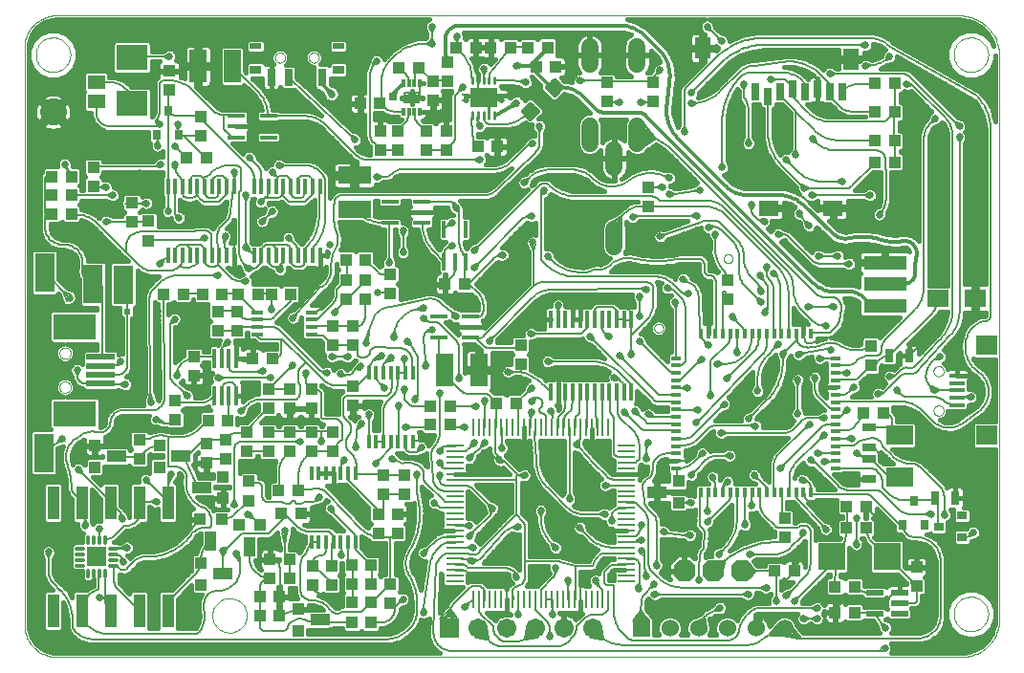
<source format=gtl>
G75*
%MOIN*%
%OFA0B0*%
%FSLAX24Y24*%
%IPPOS*%
%LPD*%
%AMOC8*
5,1,8,0,0,1.08239X$1,22.5*
%
%ADD10C,0.0000*%
%ADD11R,0.0354X0.0157*%
%ADD12R,0.0157X0.0354*%
%ADD13R,0.0984X0.0217*%
%ADD14R,0.1496X0.0906*%
%ADD15R,0.0142X0.0551*%
%ADD16R,0.0394X0.0433*%
%ADD17R,0.0433X0.0394*%
%ADD18R,0.0700X0.1350*%
%ADD19R,0.0142X0.0512*%
%ADD20R,0.0400X0.0400*%
%ADD21R,0.0400X0.0700*%
%ADD22R,0.0700X0.0400*%
%ADD23R,0.0128X0.0709*%
%ADD24R,0.0402X0.0161*%
%ADD25R,0.0394X0.1181*%
%ADD26R,0.0945X0.0945*%
%ADD27R,0.0591X0.0197*%
%ADD28R,0.0118X0.0591*%
%ADD29R,0.0675X0.0675*%
%ADD30C,0.0675*%
%ADD31R,0.0591X0.0157*%
%ADD32R,0.0591X0.0512*%
%ADD33R,0.1142X0.0591*%
%ADD34R,0.0591X0.1142*%
%ADD35C,0.0945*%
%ADD36R,0.0630X0.0106*%
%ADD37R,0.0106X0.0630*%
%ADD38C,0.0600*%
%ADD39OC8,0.0760*%
%ADD40R,0.0354X0.0315*%
%ADD41R,0.0315X0.0354*%
%ADD42R,0.0315X0.0472*%
%ADD43R,0.0472X0.0315*%
%ADD44R,0.0748X0.0630*%
%ADD45R,0.1100X0.0900*%
%ADD46R,0.0600X0.0600*%
%ADD47C,0.0600*%
%ADD48R,0.0945X0.0669*%
%ADD49R,0.0315X0.0591*%
%ADD50R,0.0709X0.0551*%
%ADD51R,0.0551X0.0748*%
%ADD52R,0.0157X0.0591*%
%ADD53C,0.0110*%
%ADD54R,0.0945X0.0650*%
%ADD55R,0.0276X0.0110*%
%ADD56C,0.0350*%
%ADD57C,0.0154*%
%ADD58R,0.1500X0.0500*%
%ADD59R,0.0276X0.0591*%
%ADD60R,0.0394X0.0236*%
%ADD61R,0.0394X0.0315*%
%ADD62R,0.0118X0.0256*%
%ADD63C,0.0083*%
%ADD64C,0.0340*%
%ADD65C,0.0089*%
%ADD66R,0.0669X0.0669*%
%ADD67R,0.0551X0.0138*%
%ADD68R,0.0748X0.0709*%
%ADD69C,0.0160*%
%ADD70C,0.0080*%
%ADD71C,0.0250*%
%ADD72R,0.0250X0.0250*%
%ADD73C,0.0200*%
%ADD74C,0.0100*%
%ADD75R,0.0238X0.0238*%
%ADD76C,0.0140*%
D10*
X001624Y000205D02*
X033178Y000205D01*
X033249Y000207D01*
X033320Y000213D01*
X033391Y000222D01*
X033460Y000236D01*
X033530Y000253D01*
X033598Y000274D01*
X033664Y000298D01*
X033730Y000326D01*
X033793Y000358D01*
X033855Y000393D01*
X033915Y000431D01*
X033973Y000473D01*
X034029Y000518D01*
X034082Y000565D01*
X034132Y000615D01*
X034179Y000668D01*
X034224Y000724D01*
X034266Y000782D01*
X034304Y000842D01*
X034339Y000904D01*
X034371Y000967D01*
X034399Y001033D01*
X034423Y001099D01*
X034444Y001167D01*
X034461Y001237D01*
X034475Y001306D01*
X034484Y001377D01*
X034490Y001448D01*
X034492Y001519D01*
X034492Y021156D01*
X032900Y021205D02*
X032902Y021254D01*
X032908Y021302D01*
X032918Y021350D01*
X032932Y021397D01*
X032949Y021443D01*
X032970Y021487D01*
X032995Y021529D01*
X033023Y021569D01*
X033055Y021607D01*
X033089Y021642D01*
X033126Y021674D01*
X033165Y021703D01*
X033207Y021729D01*
X033251Y021751D01*
X033296Y021769D01*
X033343Y021784D01*
X033390Y021795D01*
X033439Y021802D01*
X033488Y021805D01*
X033537Y021804D01*
X033585Y021799D01*
X033634Y021790D01*
X033681Y021777D01*
X033727Y021760D01*
X033771Y021740D01*
X033814Y021716D01*
X033855Y021689D01*
X033893Y021658D01*
X033929Y021625D01*
X033961Y021589D01*
X033991Y021550D01*
X034018Y021509D01*
X034041Y021465D01*
X034060Y021420D01*
X034076Y021374D01*
X034088Y021327D01*
X034096Y021278D01*
X034100Y021229D01*
X034100Y021181D01*
X034096Y021132D01*
X034088Y021083D01*
X034076Y021036D01*
X034060Y020990D01*
X034041Y020945D01*
X034018Y020901D01*
X033991Y020860D01*
X033961Y020821D01*
X033929Y020785D01*
X033893Y020752D01*
X033855Y020721D01*
X033814Y020694D01*
X033771Y020670D01*
X033727Y020650D01*
X033681Y020633D01*
X033634Y020620D01*
X033585Y020611D01*
X033537Y020606D01*
X033488Y020605D01*
X033439Y020608D01*
X033390Y020615D01*
X033343Y020626D01*
X033296Y020641D01*
X033251Y020659D01*
X033207Y020681D01*
X033165Y020707D01*
X033126Y020736D01*
X033089Y020768D01*
X033055Y020803D01*
X033023Y020841D01*
X032995Y020881D01*
X032970Y020923D01*
X032949Y020967D01*
X032932Y021013D01*
X032918Y021060D01*
X032908Y021108D01*
X032902Y021156D01*
X032900Y021205D01*
X033073Y022575D02*
X033147Y022573D01*
X033221Y022567D01*
X033295Y022558D01*
X033368Y022544D01*
X033440Y022527D01*
X033511Y022506D01*
X033582Y022481D01*
X033650Y022452D01*
X033717Y022420D01*
X033783Y022385D01*
X033846Y022346D01*
X033907Y022304D01*
X033966Y022259D01*
X034022Y022211D01*
X034076Y022159D01*
X034128Y022105D01*
X034176Y022049D01*
X034221Y021990D01*
X034263Y021929D01*
X034302Y021866D01*
X034337Y021800D01*
X034369Y021733D01*
X034398Y021665D01*
X034423Y021594D01*
X034444Y021523D01*
X034461Y021451D01*
X034475Y021378D01*
X034484Y021304D01*
X034490Y021230D01*
X034492Y021156D01*
X033073Y022575D02*
X001617Y022575D01*
X001552Y022573D01*
X001487Y022567D01*
X001423Y022558D01*
X001359Y022545D01*
X001297Y022528D01*
X001235Y022508D01*
X001175Y022484D01*
X001116Y022456D01*
X001059Y022425D01*
X001003Y022391D01*
X000950Y022354D01*
X000899Y022314D01*
X000850Y022270D01*
X000805Y022225D01*
X000761Y022176D01*
X000721Y022125D01*
X000684Y022072D01*
X000650Y022017D01*
X000619Y021959D01*
X000591Y021900D01*
X000567Y021840D01*
X000547Y021778D01*
X000530Y021716D01*
X000517Y021652D01*
X000508Y021588D01*
X000502Y021523D01*
X000500Y021458D01*
X000500Y001329D01*
X000502Y001264D01*
X000508Y001199D01*
X000517Y001134D01*
X000530Y001070D01*
X000547Y001007D01*
X000568Y000945D01*
X000592Y000884D01*
X000620Y000825D01*
X000651Y000767D01*
X000685Y000711D01*
X000722Y000658D01*
X000763Y000607D01*
X000806Y000558D01*
X000853Y000511D01*
X000902Y000468D01*
X000953Y000427D01*
X001006Y000390D01*
X001062Y000356D01*
X001120Y000325D01*
X001179Y000297D01*
X001240Y000273D01*
X001302Y000252D01*
X001365Y000235D01*
X001429Y000222D01*
X001494Y000213D01*
X001559Y000207D01*
X001624Y000205D01*
X007050Y001655D02*
X007052Y001704D01*
X007058Y001752D01*
X007068Y001800D01*
X007082Y001847D01*
X007099Y001893D01*
X007120Y001937D01*
X007145Y001979D01*
X007173Y002019D01*
X007205Y002057D01*
X007239Y002092D01*
X007276Y002124D01*
X007315Y002153D01*
X007357Y002179D01*
X007401Y002201D01*
X007446Y002219D01*
X007493Y002234D01*
X007540Y002245D01*
X007589Y002252D01*
X007638Y002255D01*
X007687Y002254D01*
X007735Y002249D01*
X007784Y002240D01*
X007831Y002227D01*
X007877Y002210D01*
X007921Y002190D01*
X007964Y002166D01*
X008005Y002139D01*
X008043Y002108D01*
X008079Y002075D01*
X008111Y002039D01*
X008141Y002000D01*
X008168Y001959D01*
X008191Y001915D01*
X008210Y001870D01*
X008226Y001824D01*
X008238Y001777D01*
X008246Y001728D01*
X008250Y001679D01*
X008250Y001631D01*
X008246Y001582D01*
X008238Y001533D01*
X008226Y001486D01*
X008210Y001440D01*
X008191Y001395D01*
X008168Y001351D01*
X008141Y001310D01*
X008111Y001271D01*
X008079Y001235D01*
X008043Y001202D01*
X008005Y001171D01*
X007964Y001144D01*
X007921Y001120D01*
X007877Y001100D01*
X007831Y001083D01*
X007784Y001070D01*
X007735Y001061D01*
X007687Y001056D01*
X007638Y001055D01*
X007589Y001058D01*
X007540Y001065D01*
X007493Y001076D01*
X007446Y001091D01*
X007401Y001109D01*
X007357Y001131D01*
X007315Y001157D01*
X007276Y001186D01*
X007239Y001218D01*
X007205Y001253D01*
X007173Y001291D01*
X007145Y001331D01*
X007120Y001373D01*
X007099Y001417D01*
X007082Y001463D01*
X007068Y001510D01*
X007058Y001558D01*
X007052Y001606D01*
X007050Y001655D01*
X001720Y009614D02*
X001722Y009641D01*
X001728Y009668D01*
X001737Y009694D01*
X001750Y009718D01*
X001766Y009741D01*
X001785Y009760D01*
X001807Y009777D01*
X001831Y009791D01*
X001856Y009801D01*
X001883Y009808D01*
X001910Y009811D01*
X001938Y009810D01*
X001965Y009805D01*
X001991Y009797D01*
X002015Y009785D01*
X002038Y009769D01*
X002059Y009751D01*
X002076Y009730D01*
X002091Y009706D01*
X002102Y009681D01*
X002110Y009655D01*
X002114Y009628D01*
X002114Y009600D01*
X002110Y009573D01*
X002102Y009547D01*
X002091Y009522D01*
X002076Y009498D01*
X002059Y009477D01*
X002038Y009459D01*
X002016Y009443D01*
X001991Y009431D01*
X001965Y009423D01*
X001938Y009418D01*
X001910Y009417D01*
X001883Y009420D01*
X001856Y009427D01*
X001831Y009437D01*
X001807Y009451D01*
X001785Y009468D01*
X001766Y009487D01*
X001750Y009510D01*
X001737Y009534D01*
X001728Y009560D01*
X001722Y009587D01*
X001720Y009614D01*
X001720Y010796D02*
X001722Y010823D01*
X001728Y010850D01*
X001737Y010876D01*
X001750Y010900D01*
X001766Y010923D01*
X001785Y010942D01*
X001807Y010959D01*
X001831Y010973D01*
X001856Y010983D01*
X001883Y010990D01*
X001910Y010993D01*
X001938Y010992D01*
X001965Y010987D01*
X001991Y010979D01*
X002015Y010967D01*
X002038Y010951D01*
X002059Y010933D01*
X002076Y010912D01*
X002091Y010888D01*
X002102Y010863D01*
X002110Y010837D01*
X002114Y010810D01*
X002114Y010782D01*
X002110Y010755D01*
X002102Y010729D01*
X002091Y010704D01*
X002076Y010680D01*
X002059Y010659D01*
X002038Y010641D01*
X002016Y010625D01*
X001991Y010613D01*
X001965Y010605D01*
X001938Y010600D01*
X001910Y010599D01*
X001883Y010602D01*
X001856Y010609D01*
X001831Y010619D01*
X001807Y010633D01*
X001785Y010650D01*
X001766Y010669D01*
X001750Y010692D01*
X001737Y010716D01*
X001728Y010742D01*
X001722Y010769D01*
X001720Y010796D01*
X000900Y021205D02*
X000902Y021254D01*
X000908Y021302D01*
X000918Y021350D01*
X000932Y021397D01*
X000949Y021443D01*
X000970Y021487D01*
X000995Y021529D01*
X001023Y021569D01*
X001055Y021607D01*
X001089Y021642D01*
X001126Y021674D01*
X001165Y021703D01*
X001207Y021729D01*
X001251Y021751D01*
X001296Y021769D01*
X001343Y021784D01*
X001390Y021795D01*
X001439Y021802D01*
X001488Y021805D01*
X001537Y021804D01*
X001585Y021799D01*
X001634Y021790D01*
X001681Y021777D01*
X001727Y021760D01*
X001771Y021740D01*
X001814Y021716D01*
X001855Y021689D01*
X001893Y021658D01*
X001929Y021625D01*
X001961Y021589D01*
X001991Y021550D01*
X002018Y021509D01*
X002041Y021465D01*
X002060Y021420D01*
X002076Y021374D01*
X002088Y021327D01*
X002096Y021278D01*
X002100Y021229D01*
X002100Y021181D01*
X002096Y021132D01*
X002088Y021083D01*
X002076Y021036D01*
X002060Y020990D01*
X002041Y020945D01*
X002018Y020901D01*
X001991Y020860D01*
X001961Y020821D01*
X001929Y020785D01*
X001893Y020752D01*
X001855Y020721D01*
X001814Y020694D01*
X001771Y020670D01*
X001727Y020650D01*
X001681Y020633D01*
X001634Y020620D01*
X001585Y020611D01*
X001537Y020606D01*
X001488Y020605D01*
X001439Y020608D01*
X001390Y020615D01*
X001343Y020626D01*
X001296Y020641D01*
X001251Y020659D01*
X001207Y020681D01*
X001165Y020707D01*
X001126Y020736D01*
X001089Y020768D01*
X001055Y020803D01*
X001023Y020841D01*
X000995Y020881D01*
X000970Y020923D01*
X000949Y020967D01*
X000932Y021013D01*
X000918Y021060D01*
X000908Y021108D01*
X000902Y021156D01*
X000900Y021205D01*
X009232Y021105D02*
X009234Y021131D01*
X009240Y021157D01*
X009250Y021182D01*
X009263Y021205D01*
X009279Y021225D01*
X009299Y021243D01*
X009321Y021258D01*
X009344Y021270D01*
X009370Y021278D01*
X009396Y021282D01*
X009422Y021282D01*
X009448Y021278D01*
X009474Y021270D01*
X009498Y021258D01*
X009519Y021243D01*
X009539Y021225D01*
X009555Y021205D01*
X009568Y021182D01*
X009578Y021157D01*
X009584Y021131D01*
X009586Y021105D01*
X009584Y021079D01*
X009578Y021053D01*
X009568Y021028D01*
X009555Y021005D01*
X009539Y020985D01*
X009519Y020967D01*
X009497Y020952D01*
X009474Y020940D01*
X009448Y020932D01*
X009422Y020928D01*
X009396Y020928D01*
X009370Y020932D01*
X009344Y020940D01*
X009320Y020952D01*
X009299Y020967D01*
X009279Y020985D01*
X009263Y021005D01*
X009250Y021028D01*
X009240Y021053D01*
X009234Y021079D01*
X009232Y021105D01*
X010414Y021105D02*
X010416Y021131D01*
X010422Y021157D01*
X010432Y021182D01*
X010445Y021205D01*
X010461Y021225D01*
X010481Y021243D01*
X010503Y021258D01*
X010526Y021270D01*
X010552Y021278D01*
X010578Y021282D01*
X010604Y021282D01*
X010630Y021278D01*
X010656Y021270D01*
X010680Y021258D01*
X010701Y021243D01*
X010721Y021225D01*
X010737Y021205D01*
X010750Y021182D01*
X010760Y021157D01*
X010766Y021131D01*
X010768Y021105D01*
X010766Y021079D01*
X010760Y021053D01*
X010750Y021028D01*
X010737Y021005D01*
X010721Y020985D01*
X010701Y020967D01*
X010679Y020952D01*
X010656Y020940D01*
X010630Y020932D01*
X010604Y020928D01*
X010578Y020928D01*
X010552Y020932D01*
X010526Y020940D01*
X010502Y020952D01*
X010481Y020967D01*
X010461Y020985D01*
X010445Y021005D01*
X010432Y021028D01*
X010422Y021053D01*
X010416Y021079D01*
X010414Y021105D01*
X024877Y014091D02*
X024879Y014116D01*
X024885Y014140D01*
X024894Y014162D01*
X024907Y014183D01*
X024923Y014202D01*
X024942Y014218D01*
X024963Y014231D01*
X024985Y014240D01*
X025009Y014246D01*
X025034Y014248D01*
X025059Y014246D01*
X025083Y014240D01*
X025105Y014231D01*
X025126Y014218D01*
X025145Y014202D01*
X025161Y014183D01*
X025174Y014162D01*
X025183Y014140D01*
X025189Y014116D01*
X025191Y014091D01*
X025189Y014066D01*
X025183Y014042D01*
X025174Y014020D01*
X025161Y013999D01*
X025145Y013980D01*
X025126Y013964D01*
X025105Y013951D01*
X025083Y013942D01*
X025059Y013936D01*
X025034Y013934D01*
X025009Y013936D01*
X024985Y013942D01*
X024963Y013951D01*
X024942Y013964D01*
X024923Y013980D01*
X024907Y013999D01*
X024894Y014020D01*
X024885Y014042D01*
X024879Y014066D01*
X024877Y014091D01*
X022457Y011671D02*
X022459Y011696D01*
X022465Y011720D01*
X022474Y011742D01*
X022487Y011763D01*
X022503Y011782D01*
X022522Y011798D01*
X022543Y011811D01*
X022565Y011820D01*
X022589Y011826D01*
X022614Y011828D01*
X022639Y011826D01*
X022663Y011820D01*
X022685Y011811D01*
X022706Y011798D01*
X022725Y011782D01*
X022741Y011763D01*
X022754Y011742D01*
X022763Y011720D01*
X022769Y011696D01*
X022771Y011671D01*
X022769Y011646D01*
X022763Y011622D01*
X022754Y011600D01*
X022741Y011579D01*
X022725Y011560D01*
X022706Y011544D01*
X022685Y011531D01*
X022663Y011522D01*
X022639Y011516D01*
X022614Y011514D01*
X022589Y011516D01*
X022565Y011522D01*
X022543Y011531D01*
X022522Y011544D01*
X022503Y011560D01*
X022487Y011579D01*
X022474Y011600D01*
X022465Y011622D01*
X022459Y011646D01*
X022457Y011671D01*
X032193Y010172D02*
X032195Y010198D01*
X032201Y010224D01*
X032211Y010249D01*
X032224Y010272D01*
X032240Y010292D01*
X032260Y010310D01*
X032282Y010325D01*
X032305Y010337D01*
X032331Y010345D01*
X032357Y010349D01*
X032383Y010349D01*
X032409Y010345D01*
X032435Y010337D01*
X032459Y010325D01*
X032480Y010310D01*
X032500Y010292D01*
X032516Y010272D01*
X032529Y010249D01*
X032539Y010224D01*
X032545Y010198D01*
X032547Y010172D01*
X032545Y010146D01*
X032539Y010120D01*
X032529Y010095D01*
X032516Y010072D01*
X032500Y010052D01*
X032480Y010034D01*
X032458Y010019D01*
X032435Y010007D01*
X032409Y009999D01*
X032383Y009995D01*
X032357Y009995D01*
X032331Y009999D01*
X032305Y010007D01*
X032281Y010019D01*
X032260Y010034D01*
X032240Y010052D01*
X032224Y010072D01*
X032211Y010095D01*
X032201Y010120D01*
X032195Y010146D01*
X032193Y010172D01*
X032193Y008794D02*
X032195Y008820D01*
X032201Y008846D01*
X032211Y008871D01*
X032224Y008894D01*
X032240Y008914D01*
X032260Y008932D01*
X032282Y008947D01*
X032305Y008959D01*
X032331Y008967D01*
X032357Y008971D01*
X032383Y008971D01*
X032409Y008967D01*
X032435Y008959D01*
X032459Y008947D01*
X032480Y008932D01*
X032500Y008914D01*
X032516Y008894D01*
X032529Y008871D01*
X032539Y008846D01*
X032545Y008820D01*
X032547Y008794D01*
X032545Y008768D01*
X032539Y008742D01*
X032529Y008717D01*
X032516Y008694D01*
X032500Y008674D01*
X032480Y008656D01*
X032458Y008641D01*
X032435Y008629D01*
X032409Y008621D01*
X032383Y008617D01*
X032357Y008617D01*
X032331Y008621D01*
X032305Y008629D01*
X032281Y008641D01*
X032260Y008656D01*
X032240Y008674D01*
X032224Y008694D01*
X032211Y008717D01*
X032201Y008742D01*
X032195Y008768D01*
X032193Y008794D01*
X032900Y001705D02*
X032902Y001754D01*
X032908Y001802D01*
X032918Y001850D01*
X032932Y001897D01*
X032949Y001943D01*
X032970Y001987D01*
X032995Y002029D01*
X033023Y002069D01*
X033055Y002107D01*
X033089Y002142D01*
X033126Y002174D01*
X033165Y002203D01*
X033207Y002229D01*
X033251Y002251D01*
X033296Y002269D01*
X033343Y002284D01*
X033390Y002295D01*
X033439Y002302D01*
X033488Y002305D01*
X033537Y002304D01*
X033585Y002299D01*
X033634Y002290D01*
X033681Y002277D01*
X033727Y002260D01*
X033771Y002240D01*
X033814Y002216D01*
X033855Y002189D01*
X033893Y002158D01*
X033929Y002125D01*
X033961Y002089D01*
X033991Y002050D01*
X034018Y002009D01*
X034041Y001965D01*
X034060Y001920D01*
X034076Y001874D01*
X034088Y001827D01*
X034096Y001778D01*
X034100Y001729D01*
X034100Y001681D01*
X034096Y001632D01*
X034088Y001583D01*
X034076Y001536D01*
X034060Y001490D01*
X034041Y001445D01*
X034018Y001401D01*
X033991Y001360D01*
X033961Y001321D01*
X033929Y001285D01*
X033893Y001252D01*
X033855Y001221D01*
X033814Y001194D01*
X033771Y001170D01*
X033727Y001150D01*
X033681Y001133D01*
X033634Y001120D01*
X033585Y001111D01*
X033537Y001106D01*
X033488Y001105D01*
X033439Y001108D01*
X033390Y001115D01*
X033343Y001126D01*
X033296Y001141D01*
X033251Y001159D01*
X033207Y001181D01*
X033165Y001207D01*
X033126Y001236D01*
X033089Y001268D01*
X033055Y001303D01*
X033023Y001341D01*
X032995Y001381D01*
X032970Y001423D01*
X032949Y001467D01*
X032932Y001513D01*
X032918Y001560D01*
X032908Y001608D01*
X032902Y001656D01*
X032900Y001705D01*
D11*
X028776Y006786D03*
X028776Y007042D03*
X028776Y007298D03*
X028776Y007553D03*
X028776Y007809D03*
X028776Y008065D03*
X028776Y008321D03*
X028776Y008577D03*
X028776Y008833D03*
X028776Y009089D03*
X028776Y009345D03*
X028776Y009601D03*
X028776Y009857D03*
X028776Y010112D03*
X028776Y010368D03*
X028776Y010624D03*
X023224Y010624D03*
X023224Y010368D03*
X023224Y010112D03*
X023224Y009857D03*
X023224Y009601D03*
X023224Y009345D03*
X023224Y009089D03*
X023224Y008833D03*
X023224Y008577D03*
X023224Y008321D03*
X023224Y008065D03*
X023224Y007809D03*
X023224Y007553D03*
X023224Y007298D03*
X023224Y007042D03*
X023224Y006786D03*
D12*
X024081Y005929D03*
X024337Y005929D03*
X024593Y005929D03*
X024848Y005929D03*
X025104Y005929D03*
X025360Y005929D03*
X025616Y005929D03*
X025872Y005929D03*
X026128Y005929D03*
X026384Y005929D03*
X026640Y005929D03*
X026896Y005929D03*
X027152Y005929D03*
X027407Y005929D03*
X027663Y005929D03*
X027919Y005929D03*
X027919Y011481D03*
X027663Y011481D03*
X027407Y011481D03*
X027152Y011481D03*
X026896Y011481D03*
X026640Y011481D03*
X026384Y011481D03*
X026128Y011481D03*
X025872Y011481D03*
X025616Y011481D03*
X025360Y011481D03*
X025104Y011481D03*
X024848Y011481D03*
X024593Y011481D03*
X024337Y011481D03*
X024081Y011481D03*
D13*
X003157Y010677D03*
X003157Y010362D03*
X003157Y010048D03*
X003157Y009733D03*
D14*
X002252Y008689D03*
X002252Y011721D03*
D15*
X005500Y014205D03*
X005756Y014205D03*
X006012Y014205D03*
X006268Y014205D03*
X006524Y014205D03*
X006780Y014205D03*
X007035Y014205D03*
X007291Y014205D03*
X007547Y014205D03*
X007803Y014205D03*
X008500Y014205D03*
X008756Y014205D03*
X009012Y014205D03*
X009268Y014205D03*
X009524Y014205D03*
X009780Y014205D03*
X010035Y014205D03*
X010291Y014205D03*
X010547Y014205D03*
X010803Y014205D03*
X010803Y016605D03*
X010547Y016605D03*
X010291Y016605D03*
X010035Y016605D03*
X009780Y016605D03*
X009524Y016605D03*
X009268Y016605D03*
X009012Y016605D03*
X008756Y016605D03*
X008500Y016605D03*
X007803Y016605D03*
X007547Y016605D03*
X007291Y016605D03*
X007035Y016605D03*
X006780Y016605D03*
X006524Y016605D03*
X006268Y016605D03*
X006012Y016605D03*
X005756Y016605D03*
X005500Y016605D03*
D16*
X006165Y017605D03*
X006835Y017605D03*
X002135Y016955D03*
X001465Y016955D03*
X001465Y016305D03*
X002135Y016305D03*
X002135Y015655D03*
X001465Y015655D03*
X005365Y012855D03*
X006035Y012855D03*
X006715Y012855D03*
X007385Y012855D03*
X007965Y012855D03*
X008635Y012855D03*
X009115Y012855D03*
X009785Y012855D03*
X011713Y012690D03*
X012382Y012690D03*
X012385Y013355D03*
X011715Y013355D03*
X011715Y014055D03*
X012385Y014055D03*
X015165Y013205D03*
X015835Y013205D03*
X015335Y008955D03*
X014665Y008955D03*
X014665Y008305D03*
X015335Y008305D03*
X016965Y009055D03*
X017635Y009055D03*
X010035Y006005D03*
X009365Y006005D03*
X009465Y005205D03*
X010135Y005205D03*
X009735Y003605D03*
X009065Y003605D03*
X009065Y002955D03*
X009735Y002955D03*
X009385Y002305D03*
X008715Y002305D03*
X008715Y001655D03*
X009385Y001655D03*
X011915Y001405D03*
X012585Y001405D03*
X012585Y002105D03*
X011915Y002105D03*
X011915Y002755D03*
X011915Y003405D03*
X012585Y003405D03*
X012585Y002755D03*
X007585Y008455D03*
X006915Y008455D03*
X008465Y010605D03*
X009135Y010605D03*
X012900Y017870D03*
X012900Y018540D03*
X014750Y019620D03*
X014750Y020290D03*
X014235Y020755D03*
X013565Y020755D03*
X015200Y018540D03*
X015200Y017870D03*
X016765Y021455D03*
X017435Y021455D03*
X018065Y021455D03*
X018735Y021455D03*
X030165Y020205D03*
X030835Y020205D03*
X030835Y019205D03*
X030165Y019205D03*
X030165Y018205D03*
X030835Y018205D03*
X030835Y017455D03*
X030165Y017455D03*
X030000Y011040D03*
X030000Y010370D03*
X029765Y008705D03*
X030435Y008705D03*
X029835Y005455D03*
X029165Y005455D03*
X029165Y004705D03*
X029835Y004705D03*
X027335Y003205D03*
X026665Y003205D03*
X028765Y002655D03*
X029435Y002655D03*
X029435Y001755D03*
X028765Y001755D03*
D17*
X031600Y002670D03*
X031600Y003340D03*
X027000Y004370D03*
X027000Y005040D03*
X017800Y010420D03*
X017800Y011090D03*
X013250Y012870D03*
X013250Y013540D03*
X011953Y011743D03*
X011250Y011740D03*
X011250Y011070D03*
X011953Y011074D03*
X011950Y009640D03*
X011950Y008970D03*
X011250Y008040D03*
X010500Y008040D03*
X009750Y008040D03*
X009000Y008040D03*
X008250Y008040D03*
X007500Y007790D03*
X006850Y007640D03*
X007500Y007120D03*
X006850Y006970D03*
X008250Y007370D03*
X009000Y007370D03*
X009750Y007370D03*
X010500Y007370D03*
X011250Y007370D03*
X013000Y006540D03*
X013750Y006540D03*
X013750Y005870D03*
X013000Y005870D03*
X012850Y005190D03*
X013500Y005190D03*
X013500Y004520D03*
X012850Y004520D03*
X011200Y003390D03*
X010550Y003390D03*
X010550Y002720D03*
X011200Y002720D03*
X013250Y002740D03*
X013250Y002070D03*
X008329Y005660D03*
X008329Y006329D03*
X005750Y008470D03*
X005750Y009140D03*
X006400Y010020D03*
X006400Y010690D03*
X007250Y011570D03*
X007900Y011570D03*
X007900Y012240D03*
X007250Y012240D03*
X004831Y014728D03*
X004831Y015398D03*
X004250Y015370D03*
X004250Y016040D03*
X002900Y016620D03*
X002900Y017290D03*
X006650Y018370D03*
X006650Y019040D03*
X005550Y019970D03*
X005550Y020640D03*
X012215Y019505D03*
X012885Y019505D03*
X013500Y018540D03*
X013500Y017870D03*
X014500Y017870D03*
X014500Y018540D03*
X016315Y018005D03*
X016985Y018005D03*
X015250Y020270D03*
X015250Y020940D03*
X015565Y021455D03*
X016235Y021455D03*
X018341Y020788D03*
X019011Y020788D03*
X020800Y020240D03*
X020800Y019570D03*
X022400Y019570D03*
X022400Y020240D03*
X022250Y016590D03*
X022250Y015920D03*
X025007Y013354D03*
X025007Y012685D03*
X010500Y009540D03*
X009750Y009540D03*
X009000Y009540D03*
X009000Y008870D03*
X009750Y008870D03*
X010500Y008870D03*
X004500Y007790D03*
X004500Y007120D03*
D18*
X001176Y007327D03*
X002895Y013205D03*
X003946Y013192D03*
X001201Y013602D03*
D19*
X010500Y006605D03*
X010756Y006605D03*
X011012Y006605D03*
X011268Y006605D03*
X011524Y006605D03*
X011780Y006605D03*
X012035Y006605D03*
X012500Y007705D03*
X012756Y007705D03*
X013012Y007705D03*
X013268Y007705D03*
X013524Y007705D03*
X013780Y007705D03*
X014035Y007705D03*
X014035Y010105D03*
X013780Y010105D03*
X013524Y010105D03*
X013268Y010105D03*
X013012Y010105D03*
X012756Y010105D03*
X012500Y010105D03*
X012035Y004205D03*
X011780Y004205D03*
X011524Y004205D03*
X011268Y004205D03*
X011012Y004205D03*
X010756Y004205D03*
X010500Y004205D03*
D20*
X008720Y004805D03*
X007970Y004805D03*
X007370Y005005D03*
X006620Y005005D03*
X007421Y005735D03*
X007421Y006485D03*
X005200Y006825D03*
X005200Y007575D03*
X002950Y007575D03*
X002950Y006825D03*
X006650Y003475D03*
X006650Y002725D03*
X010050Y001875D03*
X010050Y001125D03*
X023300Y005585D03*
X023300Y006335D03*
D21*
X008345Y004055D03*
X006995Y004255D03*
D22*
X007400Y003100D03*
X010800Y001500D03*
X006671Y006110D03*
X005950Y007200D03*
X003700Y007200D03*
X022550Y005960D03*
D23*
X007884Y009305D03*
X007628Y009305D03*
X007372Y009305D03*
X007116Y009305D03*
X007116Y010605D03*
X007372Y010605D03*
X007628Y010605D03*
X007884Y010605D03*
D24*
X008610Y011455D03*
X008610Y011711D03*
X008610Y011967D03*
X008610Y012223D03*
X010500Y012223D03*
X010500Y011967D03*
X010500Y011711D03*
X010500Y011455D03*
D25*
X005500Y005587D03*
X004500Y005587D03*
X003500Y005587D03*
X002500Y005587D03*
X001500Y005587D03*
X001500Y001823D03*
X002500Y001823D03*
X003500Y001823D03*
X004500Y001823D03*
X005500Y001823D03*
D26*
X028650Y003705D03*
X030579Y003705D03*
D27*
X031000Y002453D03*
X031000Y002079D03*
X031000Y001705D03*
X030134Y001705D03*
X030134Y002453D03*
D28*
X021663Y009445D03*
X021407Y009445D03*
X021152Y009445D03*
X020896Y009445D03*
X020640Y009445D03*
X020384Y009445D03*
X020128Y009445D03*
X019872Y009445D03*
X019616Y009445D03*
X019360Y009445D03*
X019104Y009445D03*
X018848Y009445D03*
X018848Y011965D03*
X019104Y011965D03*
X019360Y011965D03*
X019616Y011965D03*
X019872Y011965D03*
X020128Y011965D03*
X020384Y011965D03*
X020640Y011965D03*
X020896Y011965D03*
X021152Y011965D03*
X021407Y011965D03*
X021663Y011965D03*
D29*
X015300Y001205D03*
D30*
X016300Y001205D03*
X017300Y001205D03*
X018300Y001205D03*
X019300Y001205D03*
X020300Y001205D03*
D31*
X016060Y011335D03*
X016060Y011709D03*
X016060Y012083D03*
X014938Y012083D03*
X014938Y011335D03*
X014360Y015335D03*
X014360Y015709D03*
X014360Y016083D03*
X013238Y016083D03*
X013238Y015335D03*
X009012Y018327D03*
X009012Y019075D03*
X007890Y019075D03*
X007890Y018701D03*
X007890Y018327D03*
D32*
X003000Y019570D03*
X003000Y020240D03*
D33*
X012000Y016996D03*
X012000Y015814D03*
D34*
X007741Y020805D03*
X006559Y020805D03*
X015159Y010205D03*
X016341Y010205D03*
D35*
X001500Y019205D03*
D36*
X015508Y007567D03*
X015508Y007370D03*
X015508Y007174D03*
X015508Y006977D03*
X015508Y006780D03*
X015508Y006583D03*
X015508Y006386D03*
X015508Y006189D03*
X015508Y005992D03*
X015508Y005796D03*
X015508Y005599D03*
X015508Y005402D03*
X015508Y005205D03*
X015508Y005008D03*
X015508Y004811D03*
X015508Y004614D03*
X015508Y004418D03*
X015508Y004221D03*
X015508Y004024D03*
X015508Y003827D03*
X015508Y003630D03*
X015508Y003433D03*
X015508Y003236D03*
X015508Y003040D03*
X015508Y002843D03*
X021492Y002843D03*
X021492Y003040D03*
X021492Y003236D03*
X021492Y003433D03*
X021492Y003630D03*
X021492Y003827D03*
X021492Y004024D03*
X021492Y004221D03*
X021492Y004418D03*
X021492Y004614D03*
X021492Y004811D03*
X021492Y005008D03*
X021492Y005205D03*
X021492Y005402D03*
X021492Y005599D03*
X021492Y005796D03*
X021492Y005992D03*
X021492Y006189D03*
X021492Y006386D03*
X021492Y006583D03*
X021492Y006780D03*
X021492Y006977D03*
X021492Y007174D03*
X021492Y007370D03*
X021492Y007567D03*
D37*
X020862Y008197D03*
X020665Y008197D03*
X020469Y008197D03*
X020272Y008197D03*
X020075Y008197D03*
X019878Y008197D03*
X019681Y008197D03*
X019484Y008197D03*
X019287Y008197D03*
X019091Y008197D03*
X018894Y008197D03*
X018697Y008197D03*
X018500Y008197D03*
X018303Y008197D03*
X018106Y008197D03*
X017909Y008197D03*
X017713Y008197D03*
X017516Y008197D03*
X017319Y008197D03*
X017122Y008197D03*
X016925Y008197D03*
X016728Y008197D03*
X016531Y008197D03*
X016335Y008197D03*
X016138Y008197D03*
X016138Y002213D03*
X016335Y002213D03*
X016531Y002213D03*
X016728Y002213D03*
X016925Y002213D03*
X017122Y002213D03*
X017319Y002213D03*
X017516Y002213D03*
X017713Y002213D03*
X017909Y002213D03*
X018106Y002213D03*
X018303Y002213D03*
X018500Y002213D03*
X018697Y002213D03*
X018894Y002213D03*
X019091Y002213D03*
X019287Y002213D03*
X019484Y002213D03*
X019681Y002213D03*
X019878Y002213D03*
X020075Y002213D03*
X020272Y002213D03*
X020469Y002213D03*
X020665Y002213D03*
X020862Y002213D03*
D38*
X021062Y014527D02*
X021062Y015127D01*
X021062Y017283D02*
X021062Y017883D01*
X021862Y018127D02*
X021862Y018727D01*
X020212Y018727D02*
X020212Y018127D01*
X020212Y020883D02*
X020212Y021483D01*
X021862Y021483D02*
X021862Y020883D01*
D39*
X023500Y003205D03*
X024500Y003205D03*
X025500Y003205D03*
D40*
X032367Y004755D03*
X033194Y004381D03*
X033194Y005129D03*
D41*
X031874Y004811D03*
X031126Y004811D03*
X031500Y005638D03*
X005874Y018411D03*
X005126Y018411D03*
X005500Y019238D03*
D42*
X030646Y010705D03*
X031354Y010705D03*
X032246Y005755D03*
X032954Y005755D03*
D43*
X029950Y006401D03*
X029950Y007109D03*
X029950Y007501D03*
X029950Y008209D03*
D44*
X032350Y012705D03*
X033650Y012705D03*
D45*
X004250Y019499D03*
X004250Y021111D03*
D46*
X022000Y001205D03*
D47*
X023000Y001205D03*
X024000Y001205D03*
X025000Y001205D03*
X026000Y001205D03*
X027000Y001205D03*
D48*
X031000Y006477D03*
X031000Y007933D03*
D49*
X026413Y019760D03*
X026846Y019918D03*
X027280Y019996D03*
X027713Y019918D03*
X028146Y019996D03*
X028579Y019918D03*
X029012Y019918D03*
X025980Y019918D03*
D50*
X026449Y015862D03*
X028693Y015862D03*
D51*
X029323Y021040D03*
X024146Y021433D03*
D52*
X015878Y015117D03*
X015130Y015117D03*
X015130Y013995D03*
X015504Y013995D03*
X015878Y013995D03*
D53*
X016106Y018985D02*
X016106Y019209D01*
X016303Y019209D02*
X016303Y018985D01*
X016500Y018985D02*
X016500Y019209D01*
X016697Y019209D02*
X016697Y018985D01*
X016894Y018985D02*
X016894Y019209D01*
X016894Y020201D02*
X016894Y020425D01*
X016697Y020425D02*
X016697Y020201D01*
X016500Y020201D02*
X016500Y020425D01*
X016303Y020425D02*
X016303Y020201D01*
X016106Y020201D02*
X016106Y020425D01*
D54*
X016500Y019705D03*
D55*
X015890Y019607D03*
X015890Y019803D03*
X017110Y019803D03*
X017110Y019607D03*
D56*
X016736Y019705D03*
X016264Y019705D03*
D57*
X017879Y019237D02*
X018132Y019490D01*
X018385Y019237D01*
X018132Y018984D01*
X017879Y019237D01*
X017979Y019137D02*
X018285Y019137D01*
X018332Y019290D02*
X017932Y019290D01*
X018085Y019443D02*
X018179Y019443D01*
X018968Y020326D02*
X019221Y020073D01*
X018968Y019820D01*
X018715Y020073D01*
X018968Y020326D01*
X019121Y019973D02*
X018815Y019973D01*
X018768Y020126D02*
X019168Y020126D01*
X019015Y020279D02*
X018921Y020279D01*
D58*
X030500Y013955D03*
X030500Y013205D03*
X030500Y012455D03*
D59*
X010886Y020416D03*
X009705Y020416D03*
X009114Y020416D03*
D60*
X008563Y021499D03*
X011437Y021499D03*
D61*
X011437Y020672D03*
X008563Y020672D03*
D62*
X013705Y020197D03*
X013902Y020197D03*
X014098Y020197D03*
X014295Y020197D03*
X014295Y019213D03*
X014098Y019213D03*
X013902Y019213D03*
X013705Y019213D03*
D63*
X014244Y019540D02*
X014244Y019870D01*
X014244Y019540D02*
X013756Y019540D01*
X013756Y019870D01*
X014244Y019870D01*
X014244Y019622D02*
X013756Y019622D01*
X013756Y019704D02*
X014244Y019704D01*
X014244Y019786D02*
X013756Y019786D01*
X013756Y019868D02*
X014244Y019868D01*
D64*
X014000Y019705D03*
D65*
X003280Y004409D02*
X003280Y004163D01*
X003280Y004409D02*
X003310Y004409D01*
X003310Y004163D01*
X003280Y004163D01*
X003280Y004251D02*
X003310Y004251D01*
X003310Y004339D02*
X003280Y004339D01*
X003083Y004409D02*
X003083Y004163D01*
X003083Y004409D02*
X003113Y004409D01*
X003113Y004163D01*
X003083Y004163D01*
X003083Y004251D02*
X003113Y004251D01*
X003113Y004339D02*
X003083Y004339D01*
X002887Y004409D02*
X002887Y004163D01*
X002887Y004409D02*
X002917Y004409D01*
X002917Y004163D01*
X002887Y004163D01*
X002887Y004251D02*
X002917Y004251D01*
X002917Y004339D02*
X002887Y004339D01*
X002690Y004409D02*
X002690Y004163D01*
X002690Y004409D02*
X002720Y004409D01*
X002720Y004163D01*
X002690Y004163D01*
X002690Y004251D02*
X002720Y004251D01*
X002720Y004339D02*
X002690Y004339D01*
X002542Y003985D02*
X002296Y003985D01*
X002296Y004015D01*
X002542Y004015D01*
X002542Y003985D01*
X002542Y003788D02*
X002296Y003788D01*
X002296Y003818D01*
X002542Y003818D01*
X002542Y003788D01*
X002542Y003592D02*
X002296Y003592D01*
X002296Y003622D01*
X002542Y003622D01*
X002542Y003592D01*
X002542Y003395D02*
X002296Y003395D01*
X002296Y003425D01*
X002542Y003425D01*
X002542Y003395D01*
X002720Y003247D02*
X002720Y003001D01*
X002690Y003001D01*
X002690Y003247D01*
X002720Y003247D01*
X002720Y003089D02*
X002690Y003089D01*
X002690Y003177D02*
X002720Y003177D01*
X002917Y003247D02*
X002917Y003001D01*
X002887Y003001D01*
X002887Y003247D01*
X002917Y003247D01*
X002917Y003089D02*
X002887Y003089D01*
X002887Y003177D02*
X002917Y003177D01*
X003113Y003247D02*
X003113Y003001D01*
X003083Y003001D01*
X003083Y003247D01*
X003113Y003247D01*
X003113Y003089D02*
X003083Y003089D01*
X003083Y003177D02*
X003113Y003177D01*
X003310Y003247D02*
X003310Y003001D01*
X003280Y003001D01*
X003280Y003247D01*
X003310Y003247D01*
X003310Y003089D02*
X003280Y003089D01*
X003280Y003177D02*
X003310Y003177D01*
X003458Y003425D02*
X003704Y003425D01*
X003704Y003395D01*
X003458Y003395D01*
X003458Y003425D01*
X003458Y003622D02*
X003704Y003622D01*
X003704Y003592D01*
X003458Y003592D01*
X003458Y003622D01*
X003458Y003818D02*
X003704Y003818D01*
X003704Y003788D01*
X003458Y003788D01*
X003458Y003818D01*
X003458Y004015D02*
X003704Y004015D01*
X003704Y003985D01*
X003458Y003985D01*
X003458Y004015D01*
D66*
X003000Y003705D03*
D67*
X033007Y008993D03*
X033007Y009249D03*
X033007Y009505D03*
X033007Y009761D03*
X033007Y010017D03*
D68*
X034050Y011080D03*
X034050Y007930D03*
D69*
X000928Y000633D02*
X000747Y000882D01*
X000652Y001175D01*
X000640Y001329D01*
X000640Y021458D01*
X000652Y021611D01*
X000746Y021902D01*
X000926Y022149D01*
X001173Y022329D01*
X001464Y022423D01*
X001617Y022435D01*
X014611Y022435D01*
X014550Y022410D01*
X014475Y022335D01*
X014435Y022238D01*
X014435Y022157D01*
X014435Y022156D01*
X014424Y022116D01*
X014424Y022116D01*
X014424Y022116D01*
X014467Y022039D01*
X014520Y021943D01*
X014520Y021827D01*
X014498Y021787D01*
X014458Y021765D01*
X014232Y021765D01*
X013794Y021648D01*
X013401Y021421D01*
X013293Y021313D01*
X013241Y021260D01*
X013188Y021208D01*
X013135Y021155D01*
X013130Y021149D01*
X013083Y021102D01*
X013037Y021057D01*
X013005Y021135D01*
X012930Y021210D01*
X012833Y021250D01*
X012727Y021250D01*
X012630Y021210D01*
X012555Y021135D01*
X012551Y021124D01*
X012520Y021102D01*
X012520Y021102D01*
X012520Y021102D01*
X012513Y021054D01*
X012492Y020922D01*
X012360Y020604D01*
X012360Y019882D01*
X012234Y019882D01*
X012234Y019523D01*
X012197Y019523D01*
X012197Y019487D01*
X011819Y019487D01*
X011819Y019284D01*
X011831Y019239D01*
X011855Y019198D01*
X011888Y019164D01*
X011929Y019140D01*
X011975Y019128D01*
X012197Y019128D01*
X012197Y019487D01*
X012234Y019487D01*
X012234Y019128D01*
X012360Y019128D01*
X012360Y018383D01*
X012360Y018329D01*
X012458Y018092D01*
X012496Y018055D01*
X012496Y018055D01*
X012551Y018000D01*
X012563Y017987D01*
X012563Y017725D01*
X012480Y017725D01*
X012392Y017734D01*
X012231Y017800D01*
X012164Y017856D01*
X012040Y017980D01*
X012083Y017980D01*
X012180Y018020D01*
X012255Y018095D01*
X012295Y018192D01*
X012295Y018298D01*
X012255Y018395D01*
X012188Y018462D01*
X012168Y018494D01*
X012103Y018510D01*
X011976Y018542D01*
X011956Y018561D01*
X009983Y020405D01*
X009983Y020769D01*
X009901Y020851D01*
X009604Y020851D01*
X009678Y020925D01*
X009727Y021042D01*
X009727Y021168D01*
X009678Y021285D01*
X009589Y021374D01*
X009473Y021422D01*
X009346Y021422D01*
X009230Y021374D01*
X009141Y021285D01*
X009092Y021168D01*
X009092Y021042D01*
X009141Y020925D01*
X009175Y020891D01*
X009114Y020891D01*
X008953Y020891D01*
X008907Y020879D01*
X008900Y020875D01*
X008900Y020887D01*
X008818Y020969D01*
X008308Y020969D01*
X008226Y020887D01*
X008226Y020593D01*
X008176Y020644D01*
X008176Y021434D01*
X008094Y021516D01*
X007387Y021516D01*
X007305Y021434D01*
X007305Y020176D01*
X007387Y020094D01*
X008094Y020094D01*
X008155Y020155D01*
X008513Y019797D01*
X008598Y019701D01*
X008725Y019480D01*
X008775Y019294D01*
X008659Y019294D01*
X008577Y019212D01*
X008577Y018938D01*
X008659Y018856D01*
X009365Y018856D01*
X009394Y018885D01*
X010270Y018885D01*
X010382Y018878D01*
X010598Y018820D01*
X010792Y018708D01*
X010877Y018634D01*
X010915Y018596D01*
X010930Y018581D01*
X011962Y017548D01*
X012023Y017488D01*
X012068Y017469D01*
X012068Y017063D01*
X011932Y017063D01*
X011932Y016928D01*
X011249Y016928D01*
X011249Y016677D01*
X011261Y016631D01*
X011285Y016590D01*
X011319Y016556D01*
X011360Y016533D01*
X011405Y016520D01*
X011932Y016520D01*
X011932Y016928D01*
X012068Y016928D01*
X012068Y016520D01*
X012595Y016520D01*
X012640Y016533D01*
X012681Y016556D01*
X012715Y016590D01*
X012739Y016631D01*
X012751Y016677D01*
X012751Y016680D01*
X012808Y016680D01*
X012849Y016669D01*
X012923Y016710D01*
X013022Y016765D01*
X013143Y016765D01*
X013351Y016851D01*
X013377Y016878D01*
X013377Y016878D01*
X013430Y016931D01*
X013479Y016971D01*
X013595Y017019D01*
X013658Y017025D01*
X016964Y017025D01*
X017244Y017100D01*
X017482Y017237D01*
X016900Y016678D01*
X016898Y016678D01*
X016847Y016626D01*
X016845Y016625D01*
X016773Y016566D01*
X016601Y016494D01*
X016507Y016485D01*
X011525Y016485D01*
X011493Y016500D01*
X011454Y016485D01*
X011412Y016485D01*
X011387Y016460D01*
X011336Y016441D01*
X011200Y016314D01*
X011200Y016314D01*
X011160Y016226D01*
X011160Y016929D01*
X011096Y017084D01*
X011089Y017090D01*
X011089Y017090D01*
X010864Y017315D01*
X010834Y017346D01*
X010834Y017346D01*
X010629Y017464D01*
X010401Y017525D01*
X009622Y017525D01*
X009523Y017580D01*
X009449Y017621D01*
X009449Y017621D01*
X009449Y017621D01*
X009408Y017610D01*
X009327Y017610D01*
X009230Y017570D01*
X009155Y017495D01*
X009115Y017398D01*
X009115Y017370D01*
X009087Y017370D01*
X008990Y017330D01*
X008915Y017255D01*
X008907Y017235D01*
X008852Y017368D01*
X008841Y017378D01*
X008638Y017581D01*
X008606Y017693D01*
X008584Y017772D01*
X008547Y017792D01*
X008490Y017850D01*
X008393Y017890D01*
X008287Y017890D01*
X008190Y017850D01*
X008115Y017775D01*
X008106Y017753D01*
X007751Y018108D01*
X008243Y018108D01*
X008325Y018190D01*
X008325Y018464D01*
X008303Y018486D01*
X008329Y018512D01*
X008353Y018553D01*
X008365Y018599D01*
X008365Y018701D01*
X008365Y018803D01*
X008353Y018849D01*
X008329Y018890D01*
X008303Y018916D01*
X008325Y018938D01*
X008325Y019212D01*
X008243Y019294D01*
X007537Y019294D01*
X007528Y019285D01*
X007460Y019285D01*
X007382Y019293D01*
X007238Y019352D01*
X007178Y019402D01*
X006525Y020054D01*
X006514Y020065D01*
X006492Y020088D01*
X006492Y020737D01*
X006627Y020737D01*
X006627Y020054D01*
X006878Y020054D01*
X006924Y020066D01*
X006965Y020090D01*
X006999Y020124D01*
X007022Y020165D01*
X007035Y020210D01*
X007035Y020737D01*
X006627Y020737D01*
X006627Y020873D01*
X006492Y020873D01*
X006492Y021556D01*
X006240Y021556D01*
X006195Y021544D01*
X006154Y021520D01*
X006120Y021486D01*
X006096Y021445D01*
X006084Y021400D01*
X006084Y020873D01*
X006492Y020873D01*
X006492Y020737D01*
X006084Y020737D01*
X006084Y020382D01*
X006058Y020397D01*
X005947Y020427D01*
X005947Y020621D01*
X005568Y020621D01*
X005568Y020658D01*
X005947Y020658D01*
X005947Y020860D01*
X005934Y020906D01*
X005911Y020947D01*
X005877Y020981D01*
X005836Y021004D01*
X005793Y021016D01*
X005825Y021092D01*
X005825Y021198D01*
X005785Y021295D01*
X005710Y021370D01*
X005613Y021410D01*
X005532Y021410D01*
X005491Y021421D01*
X005425Y021384D01*
X005318Y021325D01*
X004940Y021325D01*
X004940Y021619D01*
X004858Y021701D01*
X003642Y021701D01*
X003560Y021619D01*
X003560Y020603D01*
X003642Y020521D01*
X004858Y020521D01*
X004940Y020603D01*
X004940Y020965D01*
X005207Y020965D01*
X005189Y020947D01*
X005166Y020906D01*
X005153Y020860D01*
X005153Y020658D01*
X005532Y020658D01*
X005532Y020621D01*
X005153Y020621D01*
X005153Y020419D01*
X005155Y020414D01*
X005144Y020403D01*
X005140Y020400D01*
X005087Y020347D01*
X005087Y020340D01*
X005045Y020237D01*
X005040Y020233D01*
X005040Y019263D01*
X005034Y019205D01*
X004990Y019097D01*
X004975Y019080D01*
X004961Y019076D01*
X004950Y019055D01*
X004940Y019050D01*
X004940Y020007D01*
X004858Y020089D01*
X004219Y020089D01*
X004169Y020158D01*
X004169Y020158D01*
X004169Y020158D01*
X003933Y020330D01*
X003933Y020330D01*
X003656Y020420D01*
X003435Y020420D01*
X003435Y020554D01*
X003353Y020636D01*
X002647Y020636D01*
X002565Y020554D01*
X002565Y019926D01*
X002585Y019905D01*
X002565Y019884D01*
X002565Y019256D01*
X002647Y019174D01*
X002820Y019174D01*
X002820Y019070D01*
X002924Y018820D01*
X003115Y018629D01*
X003365Y018525D01*
X004829Y018525D01*
X004829Y018176D01*
X004880Y018124D01*
X004864Y018094D01*
X004864Y018094D01*
X004864Y018094D01*
X004875Y018053D01*
X004875Y017972D01*
X004915Y017875D01*
X004990Y017800D01*
X005087Y017760D01*
X005193Y017760D01*
X005290Y017800D01*
X005320Y017830D01*
X005320Y017647D01*
X005313Y017650D01*
X005207Y017650D01*
X005121Y017614D01*
X005084Y017609D01*
X005084Y017609D01*
X005084Y017609D01*
X005022Y017526D01*
X004992Y017485D01*
X003257Y017485D01*
X003257Y017544D01*
X003175Y017626D01*
X002625Y017626D01*
X002543Y017544D01*
X002543Y017035D01*
X002623Y016955D01*
X002543Y016875D01*
X002543Y016485D01*
X002471Y016485D01*
X002471Y016580D01*
X002421Y016630D01*
X002471Y016680D01*
X002471Y017230D01*
X002389Y017312D01*
X002175Y017312D01*
X002175Y017457D01*
X002175Y017459D01*
X002175Y017459D01*
X002143Y017492D01*
X002125Y017535D01*
X002050Y017610D01*
X001953Y017650D01*
X001847Y017650D01*
X001750Y017610D01*
X001675Y017535D01*
X001635Y017438D01*
X001635Y017332D01*
X001644Y017312D01*
X001211Y017312D01*
X001129Y017230D01*
X001129Y017111D01*
X001090Y017070D01*
X001040Y017020D01*
X001040Y017015D01*
X001037Y017012D01*
X001040Y016941D01*
X001040Y015687D01*
X001032Y015677D01*
X001038Y015628D01*
X001037Y015598D01*
X001040Y015595D01*
X001040Y015032D01*
X001160Y014743D01*
X001381Y014522D01*
X001670Y014402D01*
X001897Y014402D01*
X001984Y014394D01*
X002145Y014327D01*
X002268Y014204D01*
X002335Y014043D01*
X002343Y013956D01*
X002343Y013801D01*
X002319Y013691D01*
X002319Y013691D01*
X002366Y013430D01*
X002405Y013371D01*
X002405Y012472D01*
X002487Y012390D01*
X003028Y012390D01*
X003028Y012314D01*
X001446Y012314D01*
X001364Y012231D01*
X001364Y011210D01*
X001446Y011128D01*
X001840Y011128D01*
X001727Y011081D01*
X001632Y010986D01*
X001580Y010863D01*
X001580Y010729D01*
X001632Y010605D01*
X001727Y010510D01*
X001850Y010459D01*
X001984Y010459D01*
X002108Y010510D01*
X002203Y010605D01*
X002254Y010729D01*
X002254Y010863D01*
X002203Y010986D01*
X002108Y011081D01*
X001995Y011128D01*
X003028Y011128D01*
X003028Y010926D01*
X002607Y010926D01*
X002525Y010844D01*
X002525Y010402D01*
X002494Y010433D01*
X002397Y010473D01*
X002292Y010473D01*
X002194Y010433D01*
X002128Y010367D01*
X002082Y010341D01*
X002077Y010324D01*
X002062Y010312D01*
X002056Y010254D01*
X002040Y010198D01*
X002049Y010182D01*
X002047Y010164D01*
X002084Y010119D01*
X002164Y009972D01*
X002164Y009891D01*
X002284Y009684D01*
X002490Y009565D01*
X002527Y009565D01*
X002607Y009484D01*
X003708Y009484D01*
X003748Y009525D01*
X003778Y009525D01*
X003874Y009472D01*
X003951Y009429D01*
X003951Y009429D01*
X003951Y009429D01*
X003991Y009440D01*
X003992Y009440D01*
X004073Y009440D01*
X004170Y009480D01*
X004245Y009555D01*
X004285Y009652D01*
X004285Y009758D01*
X004245Y009855D01*
X004170Y009930D01*
X004073Y009970D01*
X004061Y009970D01*
X004185Y010094D01*
X004264Y010286D01*
X004264Y012000D01*
X004267Y012000D01*
X004349Y012082D01*
X004349Y012377D01*
X004354Y012377D01*
X004436Y012459D01*
X004436Y013675D01*
X004449Y013661D01*
X004650Y013545D01*
X004650Y013545D01*
X004875Y013485D01*
X005190Y013485D01*
X005179Y013479D01*
X005083Y013383D01*
X005030Y013330D01*
X004927Y013227D01*
X004909Y013208D01*
X004822Y013121D01*
X004781Y013081D01*
X004781Y013081D01*
X004680Y012837D01*
X004680Y012779D01*
X004679Y012778D01*
X004680Y012704D01*
X004680Y012630D01*
X004681Y012630D01*
X004705Y009505D01*
X004701Y009501D01*
X004702Y009475D01*
X004691Y009453D01*
X004700Y009425D01*
X004655Y009173D01*
X004634Y009134D01*
X004643Y009102D01*
X004637Y009070D01*
X004645Y009058D01*
X004645Y009012D01*
X004656Y008985D01*
X003955Y008985D01*
X003840Y008992D01*
X003613Y008913D01*
X003613Y008913D01*
X003433Y008753D01*
X003433Y008753D01*
X003433Y008753D01*
X003327Y008536D01*
X003327Y008536D01*
X003324Y008484D01*
X003320Y008480D01*
X003320Y008410D01*
X003319Y008400D01*
X003315Y008361D01*
X003274Y008282D01*
X003202Y008230D01*
X003140Y008220D01*
X003140Y009200D01*
X003058Y009282D01*
X001995Y009282D01*
X002108Y009329D01*
X002203Y009424D01*
X002254Y009547D01*
X002254Y009681D01*
X002203Y009805D01*
X002108Y009900D01*
X001984Y009951D01*
X001850Y009951D01*
X001727Y009900D01*
X001632Y009805D01*
X001580Y009681D01*
X001580Y009547D01*
X001632Y009424D01*
X001727Y009329D01*
X001840Y009282D01*
X001446Y009282D01*
X001364Y009200D01*
X001364Y008179D01*
X001400Y008142D01*
X000768Y008142D01*
X000686Y008060D01*
X000686Y006594D01*
X000768Y006512D01*
X001584Y006512D01*
X001666Y006594D01*
X001666Y007465D01*
X001731Y007512D01*
X001840Y007543D01*
X001767Y007346D01*
X001770Y007001D01*
X001805Y006910D01*
X001830Y006847D01*
X001832Y006840D01*
X001888Y006674D01*
X001952Y006330D01*
X001960Y006155D01*
X001960Y006038D01*
X002050Y005820D01*
X002080Y005790D01*
X002163Y005707D01*
X002163Y004938D01*
X002245Y004856D01*
X002345Y004856D01*
X002344Y004854D01*
X002344Y004854D01*
X002344Y004854D01*
X002355Y004813D01*
X002355Y004732D01*
X002395Y004635D01*
X002470Y004560D01*
X002548Y004528D01*
X002506Y004485D01*
X002506Y004199D01*
X002220Y004199D01*
X002112Y004091D01*
X002112Y003909D01*
X002119Y003902D01*
X002112Y003895D01*
X002112Y003712D01*
X002119Y003705D01*
X002112Y003698D01*
X002112Y003515D01*
X002119Y003508D01*
X002112Y003501D01*
X002112Y003319D01*
X002220Y003211D01*
X002506Y003211D01*
X002506Y002925D01*
X002614Y002817D01*
X002757Y002817D01*
X002800Y002792D01*
X002857Y002777D01*
X002902Y002777D01*
X002918Y002777D01*
X002918Y002677D01*
X002724Y002571D01*
X002682Y002564D01*
X002674Y002554D01*
X002245Y002554D01*
X002163Y002472D01*
X002163Y002283D01*
X002035Y002504D01*
X001937Y002603D01*
X001690Y002850D01*
X001649Y002891D01*
X001637Y002902D01*
X001587Y002963D01*
X001528Y003107D01*
X001520Y003185D01*
X001520Y003623D01*
X001586Y003742D01*
X001616Y003796D01*
X001616Y003796D01*
X001616Y003796D01*
X001605Y003837D01*
X001605Y003918D01*
X001565Y004015D01*
X001490Y004090D01*
X001393Y004130D01*
X001287Y004130D01*
X001190Y004090D01*
X001115Y004015D01*
X001075Y003918D01*
X001075Y003837D01*
X001075Y003836D01*
X001064Y003796D01*
X001064Y003796D01*
X001064Y003796D01*
X001107Y003719D01*
X001160Y003623D01*
X001160Y003034D01*
X001276Y002755D01*
X001330Y002701D01*
X001477Y002554D01*
X001245Y002554D01*
X001163Y002472D01*
X001163Y001175D01*
X001245Y001093D01*
X001755Y001093D01*
X001837Y001175D01*
X001837Y002106D01*
X001904Y001991D01*
X001989Y001672D01*
X002000Y001507D01*
X002000Y001224D01*
X002080Y001030D01*
X002155Y000956D01*
X002207Y000903D01*
X002207Y000903D01*
X002253Y000857D01*
X002253Y000857D01*
X002495Y000717D01*
X002495Y000717D01*
X002765Y000645D01*
X013273Y000645D01*
X013580Y000727D01*
X013856Y000887D01*
X013969Y000999D01*
X014021Y001052D01*
X014153Y001184D01*
X014183Y001213D01*
X014300Y001415D01*
X014300Y001415D01*
X014322Y001499D01*
X014367Y001480D01*
X014473Y001480D01*
X014570Y001520D01*
X014600Y001551D01*
X014583Y001147D01*
X014580Y001144D01*
X014580Y001073D01*
X014577Y001002D01*
X014580Y000999D01*
X014580Y000892D01*
X014716Y000565D01*
X014799Y000482D01*
X014801Y000467D01*
X014850Y000430D01*
X014893Y000387D01*
X014908Y000387D01*
X014960Y000349D01*
X014969Y000345D01*
X001624Y000345D01*
X001470Y000357D01*
X001177Y000452D01*
X000928Y000633D01*
X000876Y000705D02*
X002541Y000705D01*
X002247Y000864D02*
X000761Y000864D01*
X000702Y001022D02*
X002088Y001022D01*
X002080Y001030D02*
X002080Y001030D01*
X002018Y001181D02*
X001837Y001181D01*
X001837Y001339D02*
X002000Y001339D01*
X002000Y001498D02*
X001837Y001498D01*
X001837Y001656D02*
X001990Y001656D01*
X001951Y001815D02*
X001837Y001815D01*
X001837Y001973D02*
X001908Y001973D01*
X002159Y002290D02*
X002163Y002290D01*
X002163Y002449D02*
X002068Y002449D01*
X002035Y002504D02*
X002035Y002504D01*
X001937Y002603D02*
X001937Y002603D01*
X001933Y002607D02*
X002790Y002607D01*
X002902Y002777D02*
X002902Y002923D01*
X002902Y002777D01*
X002918Y002766D02*
X001774Y002766D01*
X001619Y002924D02*
X002507Y002924D01*
X002506Y003083D02*
X001538Y003083D01*
X001520Y003241D02*
X002190Y003241D01*
X002112Y003400D02*
X001520Y003400D01*
X001520Y003558D02*
X002112Y003558D01*
X002112Y003717D02*
X001572Y003717D01*
X001605Y003875D02*
X002112Y003875D01*
X002112Y004034D02*
X001546Y004034D01*
X001134Y004034D02*
X000640Y004034D01*
X000640Y004192D02*
X002213Y004192D01*
X002506Y004351D02*
X000640Y004351D01*
X000640Y004509D02*
X002530Y004509D01*
X002382Y004668D02*
X000640Y004668D01*
X000640Y004826D02*
X002351Y004826D01*
X002163Y004985D02*
X001837Y004985D01*
X001837Y004938D02*
X001755Y004856D01*
X001245Y004856D01*
X001163Y004938D01*
X001163Y006235D01*
X001245Y006317D01*
X001755Y006317D01*
X001837Y006235D01*
X001837Y004938D01*
X001837Y005143D02*
X002163Y005143D01*
X002163Y005302D02*
X001837Y005302D01*
X001837Y005460D02*
X002163Y005460D01*
X002163Y005619D02*
X001837Y005619D01*
X001837Y005777D02*
X002093Y005777D01*
X002080Y005790D02*
X002080Y005790D01*
X002050Y005820D02*
X002050Y005820D01*
X002002Y005936D02*
X001837Y005936D01*
X001837Y006094D02*
X001960Y006094D01*
X001956Y006253D02*
X001820Y006253D01*
X001937Y006411D02*
X000640Y006411D01*
X000640Y006253D02*
X001180Y006253D01*
X001163Y006094D02*
X000640Y006094D01*
X000640Y005936D02*
X001163Y005936D01*
X001163Y005777D02*
X000640Y005777D01*
X000640Y005619D02*
X001163Y005619D01*
X001163Y005460D02*
X000640Y005460D01*
X000640Y005302D02*
X001163Y005302D01*
X001163Y005143D02*
X000640Y005143D01*
X000640Y004985D02*
X001163Y004985D01*
X002837Y004985D02*
X003163Y004985D01*
X003153Y004960D02*
X003047Y004960D01*
X002950Y004920D01*
X002892Y004862D01*
X002855Y004928D01*
X002837Y004961D01*
X002837Y006034D01*
X003163Y005707D01*
X003163Y004956D01*
X003153Y004960D01*
X003163Y005143D02*
X002837Y005143D01*
X002837Y005302D02*
X003163Y005302D01*
X003163Y005460D02*
X002837Y005460D01*
X002837Y005619D02*
X003163Y005619D01*
X003093Y005777D02*
X002837Y005777D01*
X002837Y005936D02*
X002935Y005936D01*
X003163Y006216D02*
X002895Y006485D01*
X003208Y006485D01*
X003290Y006567D01*
X003290Y006862D01*
X003292Y006860D01*
X004108Y006860D01*
X004143Y006895D01*
X004143Y006866D01*
X004225Y006784D01*
X004775Y006784D01*
X004857Y006866D01*
X004857Y007247D01*
X004879Y007270D01*
X004886Y007276D01*
X004894Y007283D01*
X004942Y007235D01*
X005320Y007235D01*
X005320Y007165D01*
X004942Y007165D01*
X004860Y007083D01*
X004860Y006622D01*
X004793Y006650D01*
X004687Y006650D01*
X004590Y006610D01*
X004515Y006535D01*
X004475Y006438D01*
X004475Y006332D01*
X004481Y006317D01*
X004245Y006317D01*
X004163Y006235D01*
X004163Y005082D01*
X004149Y005116D01*
X004150Y005161D01*
X004150Y005161D01*
X004150Y005161D01*
X004082Y005232D01*
X004009Y005308D01*
X003994Y005346D01*
X003967Y005373D01*
X003903Y005437D01*
X003861Y005478D01*
X003837Y005503D01*
X003837Y006235D01*
X003755Y006317D01*
X003245Y006317D01*
X003163Y006235D01*
X003163Y006216D01*
X003180Y006253D02*
X003127Y006253D01*
X002969Y006411D02*
X004475Y006411D01*
X004550Y006570D02*
X003290Y006570D01*
X003290Y006728D02*
X004860Y006728D01*
X004857Y006887D02*
X004860Y006887D01*
X004857Y007045D02*
X004860Y007045D01*
X004857Y007204D02*
X005320Y007204D01*
X005882Y006610D02*
X005905Y006597D01*
X005977Y006501D01*
X005984Y006483D01*
X005949Y006364D01*
X005970Y006004D01*
X005970Y006004D01*
X006110Y005672D01*
X006110Y005672D01*
X006353Y005405D01*
X006392Y005384D01*
X006351Y005373D01*
X006309Y005349D01*
X006276Y005316D01*
X006252Y005274D01*
X006240Y005229D01*
X006240Y005025D01*
X006600Y005025D01*
X006600Y004985D01*
X006240Y004985D01*
X006240Y004781D01*
X006252Y004736D01*
X006272Y004701D01*
X006235Y004674D01*
X006155Y004561D01*
X006028Y004409D01*
X005724Y004154D01*
X005369Y003978D01*
X004982Y003893D01*
X004784Y003885D01*
X004781Y003885D01*
X004709Y003887D01*
X004707Y003885D01*
X004563Y003885D01*
X004328Y003787D01*
X004328Y003787D01*
X004290Y003750D01*
X004247Y003707D01*
X004238Y003697D01*
X004185Y003645D01*
X004180Y003639D01*
X004178Y003661D01*
X004112Y003720D01*
X004083Y003746D01*
X004096Y003752D01*
X004131Y003752D01*
X004229Y003792D01*
X004303Y003867D01*
X004344Y003964D01*
X004344Y004070D01*
X004303Y004167D01*
X004229Y004242D01*
X004189Y004258D01*
X004183Y004269D01*
X004144Y004279D01*
X004111Y004304D01*
X004074Y004298D01*
X004039Y004308D01*
X004004Y004287D01*
X003963Y004281D01*
X003941Y004252D01*
X003836Y004191D01*
X003788Y004191D01*
X003780Y004199D01*
X003611Y004199D01*
X003675Y004226D01*
X003675Y004226D01*
X003716Y004266D01*
X003768Y004318D01*
X003769Y004319D01*
X003821Y004372D01*
X004055Y004605D01*
X004199Y004605D01*
X004420Y004696D01*
X004580Y004856D01*
X004755Y004856D01*
X004837Y004938D01*
X004837Y005445D01*
X004858Y005445D01*
X004954Y005392D01*
X005031Y005349D01*
X005031Y005349D01*
X005031Y005349D01*
X005071Y005360D01*
X005072Y005360D01*
X005153Y005360D01*
X005163Y005364D01*
X005163Y004938D01*
X005245Y004856D01*
X005755Y004856D01*
X005837Y004938D01*
X005837Y006235D01*
X005766Y006306D01*
X005838Y006429D01*
X005877Y006477D01*
X005875Y006492D01*
X005882Y006504D01*
X005877Y006524D01*
X005882Y006536D01*
X005882Y006610D01*
X005882Y006570D02*
X005925Y006570D01*
X005963Y006411D02*
X005828Y006411D01*
X005949Y006364D02*
X005949Y006364D01*
X005956Y006253D02*
X005820Y006253D01*
X005837Y006094D02*
X005965Y006094D01*
X005999Y005936D02*
X005837Y005936D01*
X005837Y005777D02*
X006066Y005777D01*
X006158Y005619D02*
X005837Y005619D01*
X005837Y005460D02*
X006302Y005460D01*
X006353Y005405D02*
X006353Y005405D01*
X006353Y005405D01*
X006268Y005302D02*
X005837Y005302D01*
X005837Y005143D02*
X006240Y005143D01*
X006240Y004985D02*
X005837Y004985D01*
X006240Y004826D02*
X004550Y004826D01*
X004420Y004696D02*
X004420Y004696D01*
X004350Y004668D02*
X006230Y004668D01*
X006235Y004674D02*
X006235Y004674D01*
X006235Y004674D01*
X006111Y004509D02*
X003959Y004509D01*
X003821Y004372D02*
X003821Y004372D01*
X003800Y004351D02*
X005959Y004351D01*
X005770Y004192D02*
X004279Y004192D01*
X004344Y004034D02*
X005481Y004034D01*
X005679Y003717D02*
X006310Y003717D01*
X006310Y003733D02*
X006310Y003217D01*
X006314Y003213D01*
X006306Y003206D01*
X006299Y003198D01*
X005654Y002554D01*
X005245Y002554D01*
X005163Y002472D01*
X005163Y001200D01*
X004837Y001200D01*
X004837Y002472D01*
X004755Y002554D01*
X004245Y002554D01*
X004163Y002472D01*
X004163Y002416D01*
X003873Y002707D01*
X003842Y002744D01*
X003805Y002834D01*
X003800Y002883D01*
X003800Y003083D01*
X003827Y003068D01*
X004000Y003054D01*
X004163Y003113D01*
X004171Y003122D01*
X004171Y003122D01*
X004440Y003390D01*
X004492Y003443D01*
X004535Y003478D01*
X004636Y003520D01*
X004691Y003525D01*
X004777Y003525D01*
X005018Y003520D01*
X005018Y003520D01*
X005493Y003625D01*
X005493Y003625D01*
X005929Y003840D01*
X005929Y003840D01*
X006301Y004153D01*
X006402Y004290D01*
X006403Y004290D01*
X006446Y004350D01*
X006447Y004351D01*
X006498Y004411D01*
X006627Y004504D01*
X006655Y004514D01*
X006655Y004155D01*
X006645Y004144D01*
X006593Y004093D01*
X006593Y004093D01*
X006480Y003820D01*
X006480Y003815D01*
X006392Y003815D01*
X006310Y003733D01*
X006310Y003558D02*
X005191Y003558D01*
X004539Y003875D02*
X004307Y003875D01*
X004257Y003717D02*
X004116Y003717D01*
X004178Y003661D02*
X004178Y003661D01*
X004178Y003661D01*
X004238Y003697D02*
X004238Y003697D01*
X004449Y003400D02*
X006310Y003400D01*
X006310Y003241D02*
X004291Y003241D01*
X004163Y003113D02*
X004163Y003113D01*
X004079Y003083D02*
X006183Y003083D01*
X006024Y002924D02*
X003800Y002924D01*
X003827Y003068D02*
X003827Y003068D01*
X003802Y003083D02*
X003800Y003083D01*
X004000Y003054D02*
X004000Y003054D01*
X003833Y002766D02*
X005866Y002766D01*
X005707Y002607D02*
X003973Y002607D01*
X004131Y002449D02*
X004163Y002449D01*
X004837Y002449D02*
X005163Y002449D01*
X005163Y002290D02*
X004837Y002290D01*
X004837Y002132D02*
X005163Y002132D01*
X005163Y001973D02*
X004837Y001973D01*
X004837Y001815D02*
X005163Y001815D01*
X005163Y001656D02*
X004837Y001656D01*
X004837Y001498D02*
X005163Y001498D01*
X005163Y001339D02*
X004837Y001339D01*
X005837Y001339D02*
X006538Y001339D01*
X006537Y001336D02*
X006517Y001323D01*
X006509Y001277D01*
X006487Y001236D01*
X006491Y001224D01*
X006483Y001214D01*
X006459Y001202D01*
X006445Y001200D01*
X005837Y001200D01*
X005837Y002227D01*
X006310Y002700D01*
X006310Y002467D01*
X006392Y002385D01*
X006668Y002385D01*
X006580Y002173D01*
X006580Y001897D01*
X006567Y001876D01*
X006580Y001825D01*
X006580Y001772D01*
X006592Y001760D01*
X006604Y001676D01*
X006573Y001421D01*
X006537Y001336D01*
X006582Y001498D02*
X005837Y001498D01*
X005837Y001656D02*
X006602Y001656D01*
X006580Y001815D02*
X005837Y001815D01*
X005837Y001973D02*
X006580Y001973D01*
X006580Y002132D02*
X005837Y002132D01*
X005900Y002290D02*
X006628Y002290D01*
X006329Y002449D02*
X006058Y002449D01*
X006217Y002607D02*
X006310Y002607D01*
X006503Y003875D02*
X005971Y003875D01*
X006160Y004034D02*
X006569Y004034D01*
X006655Y004192D02*
X006330Y004192D01*
X006301Y004153D02*
X006301Y004153D01*
X006301Y004153D01*
X006447Y004351D02*
X006655Y004351D01*
X006641Y004509D02*
X006655Y004509D01*
X007093Y005326D02*
X007079Y005349D01*
X007077Y005350D01*
X007036Y005417D01*
X006796Y005604D01*
X006672Y005643D01*
X006584Y005701D01*
X006521Y005770D01*
X007041Y005770D01*
X007041Y005755D01*
X007401Y005755D01*
X007401Y005715D01*
X007041Y005715D01*
X007041Y005511D01*
X007054Y005466D01*
X007077Y005424D01*
X007111Y005391D01*
X007152Y005367D01*
X007198Y005355D01*
X007401Y005355D01*
X007401Y005715D01*
X007441Y005715D01*
X007441Y005355D01*
X007571Y005355D01*
X007575Y005345D01*
X007112Y005345D01*
X007093Y005326D01*
X007036Y005417D02*
X007036Y005417D01*
X007057Y005460D02*
X006981Y005460D01*
X007041Y005619D02*
X006751Y005619D01*
X006796Y005604D02*
X006796Y005604D01*
X007401Y005619D02*
X007441Y005619D01*
X007441Y005755D02*
X007401Y005755D01*
X007401Y006115D01*
X007198Y006115D01*
X007161Y006105D01*
X007161Y006147D01*
X007163Y006145D01*
X007639Y006145D01*
X007638Y006115D01*
X007441Y006115D01*
X007441Y005755D01*
X007441Y005777D02*
X007401Y005777D01*
X007401Y005936D02*
X007441Y005936D01*
X007441Y006094D02*
X007401Y006094D01*
X007081Y006448D02*
X007079Y006450D01*
X006597Y006450D01*
X006514Y006639D01*
X006523Y006629D01*
X006564Y006606D01*
X006610Y006594D01*
X006832Y006594D01*
X006832Y006952D01*
X006868Y006952D01*
X006868Y006594D01*
X007081Y006594D01*
X007081Y006448D01*
X007081Y006570D02*
X006544Y006570D01*
X006453Y006776D02*
X006399Y006901D01*
X006440Y006942D01*
X006440Y007230D01*
X006544Y007334D01*
X006551Y007327D01*
X006523Y007311D01*
X006489Y007278D01*
X006466Y007237D01*
X006453Y007191D01*
X006453Y006989D01*
X006832Y006989D01*
X006832Y006952D01*
X006453Y006952D01*
X006453Y006776D01*
X006453Y006887D02*
X006405Y006887D01*
X006440Y007045D02*
X006453Y007045D01*
X006440Y007204D02*
X006457Y007204D01*
X006832Y006887D02*
X006868Y006887D01*
X006868Y006728D02*
X006832Y006728D01*
X008000Y006728D02*
X009200Y006728D01*
X009200Y006803D02*
X009200Y006362D01*
X009111Y006362D01*
X009029Y006280D01*
X009029Y005791D01*
X009011Y005791D01*
X008996Y005793D01*
X008970Y005808D01*
X008955Y005834D01*
X008953Y005849D01*
X008953Y006256D01*
X008948Y006261D01*
X008882Y006374D01*
X008769Y006440D01*
X008763Y006445D01*
X008685Y006445D01*
X008685Y006584D01*
X008603Y006666D01*
X008054Y006666D01*
X008000Y006612D01*
X008001Y007034D01*
X008525Y007034D01*
X008607Y007116D01*
X008607Y007205D01*
X008643Y007205D01*
X008643Y007116D01*
X008725Y007034D01*
X009262Y007034D01*
X009200Y006803D01*
X009222Y006887D02*
X008001Y006887D01*
X008536Y007045D02*
X008714Y007045D01*
X008643Y007204D02*
X008607Y007204D01*
X008685Y006570D02*
X009200Y006570D01*
X009200Y006411D02*
X008818Y006411D01*
X008882Y006374D02*
X008882Y006374D01*
X008882Y006374D01*
X008953Y006253D02*
X009029Y006253D01*
X009029Y006094D02*
X008953Y006094D01*
X008953Y005936D02*
X009029Y005936D01*
X010153Y005223D02*
X010511Y005223D01*
X010511Y005417D01*
X010699Y005464D01*
X010699Y005464D01*
X010729Y005486D01*
X010856Y005521D01*
X010924Y005539D01*
X010944Y005574D01*
X011005Y005635D01*
X011027Y005689D01*
X011082Y005631D01*
X011030Y005610D01*
X010955Y005535D01*
X010915Y005438D01*
X010915Y005332D01*
X010955Y005235D01*
X010961Y005229D01*
X010969Y005194D01*
X011001Y005173D01*
X011157Y005073D01*
X011194Y005034D01*
X011196Y005034D01*
X011197Y005033D01*
X011630Y004601D01*
X011379Y004601D01*
X011344Y004636D01*
X011282Y004698D01*
X011282Y004698D01*
X011119Y004765D01*
X010426Y004765D01*
X010345Y004773D01*
X010260Y004808D01*
X010355Y004808D01*
X010401Y004821D01*
X010442Y004844D01*
X010476Y004878D01*
X010499Y004919D01*
X010511Y004965D01*
X010511Y005187D01*
X010153Y005187D01*
X010153Y005223D01*
X010511Y005302D02*
X010928Y005302D01*
X010969Y005194D02*
X010969Y005194D01*
X010969Y005194D01*
X011048Y005143D02*
X010511Y005143D01*
X010511Y004985D02*
X011246Y004985D01*
X011404Y004826D02*
X010410Y004826D01*
X010289Y004405D02*
X010289Y004231D01*
X010159Y003929D01*
X010075Y003848D01*
X010075Y003848D01*
X010071Y003841D01*
X010071Y003880D01*
X009989Y003962D01*
X009760Y003962D01*
X009760Y004054D01*
X009771Y004069D01*
X009763Y004110D01*
X009835Y004497D01*
X009856Y004536D01*
X009848Y004567D01*
X009854Y004599D01*
X009845Y004612D01*
X009845Y004658D01*
X009840Y004671D01*
X009931Y004579D01*
X009931Y004579D01*
X009988Y004523D01*
X010272Y004405D01*
X010289Y004405D01*
X010289Y004351D02*
X009808Y004351D01*
X009841Y004509D02*
X010021Y004509D01*
X009988Y004523D02*
X009988Y004523D01*
X009843Y004668D02*
X009841Y004668D01*
X009325Y004497D02*
X009397Y004110D01*
X009389Y004069D01*
X009400Y004054D01*
X009400Y003938D01*
X009373Y003966D01*
X009332Y003989D01*
X009286Y004002D01*
X009084Y004002D01*
X009084Y003623D01*
X009398Y003623D01*
X009398Y003587D01*
X009084Y003587D01*
X009084Y003623D01*
X009047Y003623D01*
X009047Y003587D01*
X008689Y003587D01*
X008689Y003365D01*
X008701Y003319D01*
X008724Y003278D01*
X008751Y003252D01*
X008746Y003247D01*
X008683Y003293D01*
X008584Y003430D01*
X008540Y003565D01*
X008603Y003565D01*
X008685Y003647D01*
X008685Y004325D01*
X009006Y004325D01*
X009157Y004388D01*
X009157Y004388D01*
X009163Y004393D01*
X009220Y004451D01*
X009268Y004499D01*
X009304Y004535D01*
X009325Y004497D01*
X009319Y004509D02*
X009279Y004509D01*
X009163Y004393D02*
X009163Y004393D01*
X009067Y004351D02*
X009352Y004351D01*
X009382Y004192D02*
X008685Y004192D01*
X008685Y004034D02*
X009400Y004034D01*
X009084Y003875D02*
X009047Y003875D01*
X009047Y004002D02*
X008845Y004002D01*
X008799Y003989D01*
X008758Y003966D01*
X008724Y003932D01*
X008701Y003891D01*
X008689Y003845D01*
X008689Y003623D01*
X009047Y003623D01*
X009047Y004002D01*
X009047Y003717D02*
X009084Y003717D01*
X008689Y003717D02*
X008685Y003717D01*
X008685Y003875D02*
X008696Y003875D01*
X008689Y003558D02*
X008542Y003558D01*
X008606Y003400D02*
X008689Y003400D01*
X009400Y002678D02*
X009403Y002675D01*
X009403Y002323D01*
X009761Y002323D01*
X009761Y002545D01*
X009749Y002591D01*
X009745Y002598D01*
X009950Y002598D01*
X009950Y002409D01*
X010014Y002255D01*
X009826Y002255D01*
X009781Y002243D01*
X009761Y002232D01*
X009761Y002287D01*
X009403Y002287D01*
X009403Y002323D01*
X009366Y002323D01*
X009366Y002644D01*
X009400Y002678D01*
X009403Y002607D02*
X009366Y002607D01*
X009366Y002449D02*
X009403Y002449D01*
X009403Y002290D02*
X009999Y002290D01*
X009950Y002449D02*
X009761Y002449D01*
X009403Y002287D02*
X009403Y001673D01*
X009366Y001673D01*
X009366Y002052D01*
X009366Y002287D01*
X009403Y002287D01*
X009403Y002132D02*
X009366Y002132D01*
X009366Y001973D02*
X009403Y001973D01*
X009403Y001815D02*
X009366Y001815D01*
X010070Y001855D02*
X010070Y001895D01*
X010430Y001895D01*
X010430Y001998D01*
X010553Y002005D01*
X010583Y002005D01*
X010667Y001985D01*
X010843Y001903D01*
X010917Y001840D01*
X010430Y001840D01*
X010430Y001855D01*
X010070Y001855D01*
X010430Y001973D02*
X010692Y001973D01*
X010778Y002337D02*
X011041Y002214D01*
X011041Y002214D01*
X011264Y002027D01*
X011264Y002027D01*
X011338Y001922D01*
X011350Y001911D01*
X011391Y001898D01*
X011432Y001907D01*
X011449Y001918D01*
X011495Y001965D01*
X011501Y001965D01*
X011505Y001969D01*
X011575Y001965D01*
X011579Y001965D01*
X011579Y002380D01*
X011629Y002430D01*
X011579Y002480D01*
X011579Y003030D01*
X011629Y003080D01*
X011579Y003130D01*
X011579Y003480D01*
X011557Y003480D01*
X011557Y003135D01*
X011477Y003055D01*
X011557Y002975D01*
X011557Y002466D01*
X011475Y002384D01*
X010925Y002384D01*
X010903Y002406D01*
X010877Y002379D01*
X010836Y002356D01*
X010790Y002344D01*
X010741Y002344D01*
X010778Y002337D01*
X010778Y002337D01*
X010879Y002290D02*
X011579Y002290D01*
X011579Y002132D02*
X011140Y002132D01*
X011302Y001973D02*
X011579Y001973D01*
X011540Y002449D02*
X011610Y002449D01*
X011579Y002607D02*
X011557Y002607D01*
X011557Y002766D02*
X011579Y002766D01*
X011579Y002924D02*
X011557Y002924D01*
X011504Y003083D02*
X011626Y003083D01*
X011579Y003241D02*
X011557Y003241D01*
X011557Y003400D02*
X011579Y003400D01*
X012385Y003875D02*
X013080Y003875D01*
X013080Y003717D02*
X012885Y003717D01*
X012921Y003680D02*
X012839Y003762D01*
X012498Y003762D01*
X012246Y004013D01*
X012246Y004129D01*
X012247Y004129D01*
X012246Y004133D01*
X012246Y004426D01*
X012493Y004283D01*
X012493Y004266D01*
X012575Y004184D01*
X013080Y004184D01*
X013080Y003076D01*
X012975Y003076D01*
X012921Y003023D01*
X012921Y003030D01*
X012871Y003080D01*
X012921Y003130D01*
X012921Y003680D01*
X012921Y003558D02*
X013080Y003558D01*
X013080Y003400D02*
X012921Y003400D01*
X012921Y003241D02*
X013080Y003241D01*
X013080Y003083D02*
X012874Y003083D01*
X013440Y003083D02*
X013693Y003083D01*
X013721Y003007D02*
X013721Y003007D01*
X013797Y002909D01*
X013877Y002742D01*
X013988Y002367D01*
X014018Y001977D01*
X014006Y001838D01*
X014000Y001832D01*
X014000Y001770D01*
X013992Y001708D01*
X013996Y001702D01*
X013995Y001689D01*
X013960Y001556D01*
X013891Y001437D01*
X013846Y001385D01*
X013767Y001306D01*
X013714Y001254D01*
X013631Y001180D01*
X013439Y001070D01*
X013225Y001012D01*
X013114Y001005D01*
X010390Y001005D01*
X010390Y001162D01*
X010392Y001160D01*
X011208Y001160D01*
X011273Y001225D01*
X011579Y001225D01*
X011579Y001130D01*
X011661Y001048D01*
X012170Y001048D01*
X012250Y001128D01*
X012330Y001048D01*
X012839Y001048D01*
X012921Y001130D01*
X012921Y001225D01*
X013055Y001225D01*
X013305Y001329D01*
X013305Y001329D01*
X013496Y001520D01*
X013600Y001770D01*
X013600Y001809D01*
X013607Y001816D01*
X013607Y001877D01*
X013637Y001907D01*
X013656Y001927D01*
X013804Y001969D01*
X013847Y001981D01*
X013867Y002018D01*
X013925Y002075D01*
X013965Y002172D01*
X013965Y002278D01*
X013925Y002375D01*
X013850Y002450D01*
X013753Y002490D01*
X013647Y002490D01*
X013587Y002465D01*
X013607Y002485D01*
X013607Y002994D01*
X013525Y003076D01*
X013440Y003076D01*
X013440Y004184D01*
X013775Y004184D01*
X013857Y004266D01*
X013857Y004775D01*
X013799Y004833D01*
X013827Y004849D01*
X013861Y004882D01*
X013884Y004923D01*
X013897Y004969D01*
X013897Y005171D01*
X013518Y005171D01*
X013518Y005208D01*
X013897Y005208D01*
X013897Y005410D01*
X013884Y005456D01*
X013861Y005497D01*
X013827Y005531D01*
X013822Y005534D01*
X014025Y005534D01*
X014071Y005580D01*
X014073Y005573D01*
X014097Y005366D01*
X014089Y004943D01*
X014006Y004528D01*
X013850Y004135D01*
X013747Y003951D01*
X013746Y003949D01*
X013708Y003886D01*
X013708Y003885D01*
X013673Y003826D01*
X013606Y003552D01*
X013623Y003271D01*
X013721Y003007D01*
X013785Y002924D02*
X013607Y002924D01*
X013607Y002766D02*
X013866Y002766D01*
X013917Y002607D02*
X013607Y002607D01*
X013851Y002449D02*
X013964Y002449D01*
X013960Y002290D02*
X013994Y002290D01*
X014006Y002132D02*
X013948Y002132D01*
X014018Y001973D02*
X013819Y001973D01*
X013847Y001981D02*
X013847Y001981D01*
X013847Y001981D01*
X014000Y001815D02*
X013606Y001815D01*
X013553Y001656D02*
X013987Y001656D01*
X013926Y001498D02*
X013474Y001498D01*
X013496Y001520D02*
X013496Y001520D01*
X013316Y001339D02*
X013799Y001339D01*
X013767Y001306D02*
X013767Y001306D01*
X013631Y001181D02*
X012921Y001181D01*
X013261Y001022D02*
X010390Y001022D01*
X011228Y001181D02*
X011579Y001181D01*
X013497Y000705D02*
X014658Y000705D01*
X014592Y000864D02*
X013816Y000864D01*
X013856Y000887D02*
X013856Y000887D01*
X013969Y000999D02*
X013969Y000999D01*
X013992Y001022D02*
X014578Y001022D01*
X014585Y001181D02*
X014150Y001181D01*
X014183Y001213D02*
X014183Y001213D01*
X014255Y001339D02*
X014591Y001339D01*
X014598Y001498D02*
X014515Y001498D01*
X014325Y001498D02*
X014322Y001498D01*
X014021Y001052D02*
X014021Y001052D01*
X013580Y000727D02*
X013580Y000727D01*
X014734Y000546D02*
X001047Y000546D01*
X001375Y000388D02*
X014892Y000388D01*
X014960Y000349D02*
X014960Y000349D01*
X016247Y000953D02*
X016300Y001205D01*
X016555Y001242D01*
X016608Y000877D01*
X016247Y000953D01*
X016882Y001498D02*
X016917Y001498D01*
X016900Y001480D02*
X016622Y001758D01*
X016814Y001758D01*
X017151Y001758D01*
X017155Y001754D01*
X017196Y001730D01*
X017242Y001718D01*
X017319Y001718D01*
X017396Y001718D01*
X017426Y001726D01*
X017435Y001693D01*
X017435Y001666D01*
X017395Y001682D01*
X017205Y001682D01*
X017030Y001610D01*
X016900Y001480D01*
X016724Y001656D02*
X017141Y001656D01*
X017319Y001718D02*
X017319Y002213D01*
X017319Y001718D01*
X017319Y001815D02*
X017319Y001815D01*
X017319Y001973D02*
X017319Y001973D01*
X017319Y002132D02*
X017319Y002132D01*
X017319Y002213D02*
X017319Y002213D01*
X017319Y002564D02*
X017319Y002708D01*
X017319Y002564D01*
X017319Y002564D01*
X017319Y002607D02*
X017319Y002607D01*
X017319Y002708D02*
X017242Y002708D01*
X017196Y002696D01*
X017155Y002672D01*
X017151Y002668D01*
X016666Y002668D01*
X016632Y002723D01*
X016581Y002758D01*
X016573Y002766D01*
X016565Y002774D01*
X016521Y002819D01*
X016500Y002819D01*
X016472Y002830D01*
X016458Y002845D01*
X016044Y002845D01*
X016037Y002838D01*
X015963Y002807D01*
X015963Y002954D01*
X015963Y003069D01*
X015967Y003073D01*
X015991Y003114D01*
X015994Y003125D01*
X016939Y003125D01*
X017217Y003121D01*
X017217Y003121D01*
X017291Y003120D01*
X017333Y003115D01*
X017389Y003088D01*
X017389Y003074D01*
X017382Y002935D01*
X017382Y002935D01*
X017382Y002935D01*
X017410Y002903D01*
X017412Y002901D01*
X017435Y002845D01*
X017502Y002778D01*
X017478Y002764D01*
X017462Y002755D01*
X017413Y002728D01*
X017395Y002718D01*
X017390Y002708D01*
X017319Y002708D01*
X017395Y002718D02*
X017395Y002718D01*
X017395Y002718D01*
X017413Y002728D02*
X017413Y002728D01*
X017480Y002766D02*
X016574Y002766D01*
X016632Y002723D02*
X016632Y002723D01*
X016632Y002723D01*
X015963Y002924D02*
X017391Y002924D01*
X017389Y003083D02*
X015972Y003083D01*
X015790Y002650D02*
X015135Y002650D01*
X015053Y002732D01*
X015053Y003069D01*
X015049Y003073D01*
X015027Y003110D01*
X014970Y001759D01*
X015195Y001971D01*
X015200Y001985D01*
X015202Y001992D01*
X015204Y001993D01*
X015253Y002113D01*
X015253Y002113D01*
X015323Y002183D01*
X015323Y002183D01*
X015354Y002213D01*
X015376Y002236D01*
X015429Y002288D01*
X015429Y002288D01*
X015790Y002650D01*
X015747Y002607D02*
X015006Y002607D01*
X015013Y002766D02*
X015053Y002766D01*
X015053Y002924D02*
X015019Y002924D01*
X015026Y003083D02*
X015043Y003083D01*
X014433Y003241D02*
X014025Y003241D01*
X014045Y003187D02*
X013985Y003348D01*
X013975Y003519D01*
X014016Y003686D01*
X014054Y003763D01*
X014182Y003968D01*
X014362Y004423D01*
X014362Y004423D01*
X014458Y004903D01*
X014467Y005392D01*
X014439Y005567D01*
X014442Y005572D01*
X014427Y005639D01*
X014416Y005707D01*
X014413Y005709D01*
X014390Y005827D01*
X014362Y006149D01*
X014677Y005833D01*
X014620Y005810D01*
X014545Y005735D01*
X014505Y005638D01*
X014505Y005532D01*
X014545Y005435D01*
X014620Y005360D01*
X014634Y005355D01*
X014657Y005323D01*
X014805Y005302D01*
X014805Y005302D01*
X014853Y005295D01*
X014875Y005278D01*
X014875Y005278D01*
X014891Y005266D01*
X014891Y005266D01*
X014895Y005263D01*
X014899Y005264D01*
X015016Y005224D01*
X015018Y005222D01*
X015053Y005222D01*
X015053Y004782D01*
X015049Y004778D01*
X015025Y004737D01*
X015013Y004691D01*
X015013Y004614D01*
X015013Y004552D01*
X014807Y004467D01*
X014769Y004428D01*
X014718Y004378D01*
X014716Y004376D01*
X014663Y004323D01*
X014464Y004123D01*
X014355Y004092D01*
X014273Y004069D01*
X014253Y004033D01*
X014253Y004032D01*
X014195Y003975D01*
X014155Y003878D01*
X014155Y003772D01*
X014195Y003675D01*
X014270Y003600D01*
X014367Y003560D01*
X014473Y003560D01*
X014478Y003562D01*
X014440Y003421D01*
X014440Y003285D01*
X014327Y002530D01*
X014221Y002885D01*
X014221Y002885D01*
X014136Y003040D01*
X014138Y003056D01*
X014101Y003104D01*
X014072Y003157D01*
X014063Y003159D01*
X014045Y003187D01*
X014117Y003083D02*
X014410Y003083D01*
X014386Y002924D02*
X014200Y002924D01*
X014256Y002766D02*
X014362Y002766D01*
X014338Y002607D02*
X014304Y002607D01*
X014999Y002449D02*
X015589Y002449D01*
X015430Y002290D02*
X014992Y002290D01*
X014986Y002132D02*
X015272Y002132D01*
X015195Y001973D02*
X014979Y001973D01*
X014972Y001815D02*
X015028Y001815D01*
X014440Y003400D02*
X013982Y003400D01*
X013985Y003558D02*
X014477Y003558D01*
X014178Y003717D02*
X014031Y003717D01*
X014124Y003875D02*
X014155Y003875D01*
X014182Y003968D02*
X014182Y003968D01*
X014208Y004034D02*
X014253Y004034D01*
X014273Y004069D02*
X014273Y004069D01*
X014273Y004069D01*
X014270Y004192D02*
X014532Y004192D01*
X014663Y004323D02*
X014663Y004323D01*
X014691Y004351D02*
X014333Y004351D01*
X014379Y004509D02*
X014909Y004509D01*
X014807Y004467D02*
X014807Y004467D01*
X014769Y004428D02*
X014769Y004428D01*
X014716Y004376D02*
X014716Y004376D01*
X015013Y004614D02*
X015456Y004614D01*
X015456Y004614D01*
X015013Y004614D01*
X015013Y004668D02*
X014410Y004668D01*
X014442Y004826D02*
X015053Y004826D01*
X015053Y004985D02*
X014459Y004985D01*
X014458Y004903D02*
X014458Y004903D01*
X014462Y005143D02*
X015053Y005143D01*
X014810Y005302D02*
X014465Y005302D01*
X014467Y005392D02*
X014467Y005392D01*
X014456Y005460D02*
X014535Y005460D01*
X014505Y005619D02*
X014432Y005619D01*
X014400Y005777D02*
X014587Y005777D01*
X014575Y005936D02*
X014381Y005936D01*
X014366Y006094D02*
X014416Y006094D01*
X014086Y005460D02*
X013882Y005460D01*
X013897Y005302D02*
X014095Y005302D01*
X014093Y005143D02*
X013897Y005143D01*
X013897Y004985D02*
X014090Y004985D01*
X014065Y004826D02*
X013806Y004826D01*
X013857Y004668D02*
X014034Y004668D01*
X013998Y004509D02*
X013857Y004509D01*
X013857Y004351D02*
X013936Y004351D01*
X013873Y004192D02*
X013783Y004192D01*
X013794Y004034D02*
X013440Y004034D01*
X013440Y003875D02*
X013702Y003875D01*
X013673Y003826D02*
X013673Y003826D01*
X013646Y003717D02*
X013440Y003717D01*
X013440Y003558D02*
X013608Y003558D01*
X013606Y003552D02*
X013606Y003552D01*
X013615Y003400D02*
X013440Y003400D01*
X013440Y003241D02*
X013634Y003241D01*
X013623Y003271D02*
X013623Y003271D01*
X013080Y004034D02*
X012246Y004034D01*
X012246Y004192D02*
X012567Y004192D01*
X012377Y004351D02*
X012246Y004351D01*
X012467Y004722D02*
X012392Y004787D01*
X011230Y005997D01*
X011230Y006000D01*
X011179Y006051D01*
X011128Y006103D01*
X011126Y006103D01*
X011080Y006150D01*
X011080Y006150D01*
X011034Y006169D01*
X011106Y006169D01*
X011140Y006178D01*
X011173Y006169D01*
X011268Y006169D01*
X011362Y006169D01*
X011408Y006181D01*
X011449Y006205D01*
X011453Y006209D01*
X011702Y006209D01*
X012493Y005417D01*
X012493Y004935D01*
X012573Y004855D01*
X012493Y004775D01*
X012493Y004707D01*
X012467Y004722D01*
X012544Y004826D02*
X012355Y004826D01*
X012493Y004985D02*
X012203Y004985D01*
X012051Y005143D02*
X012493Y005143D01*
X012493Y005302D02*
X011898Y005302D01*
X011746Y005460D02*
X012450Y005460D01*
X012292Y005619D02*
X011594Y005619D01*
X011442Y005777D02*
X012133Y005777D01*
X011975Y005936D02*
X011289Y005936D01*
X011137Y006094D02*
X011816Y006094D01*
X011268Y006169D02*
X011268Y006605D01*
X011268Y006605D01*
X011263Y006605D01*
X011012Y006605D01*
X011012Y006605D01*
X011012Y006605D01*
X011007Y006605D01*
X010756Y006605D01*
X010756Y006605D01*
X011012Y006605D01*
X011268Y006605D01*
X011268Y006605D01*
X011268Y006169D01*
X011268Y006253D02*
X011268Y006253D01*
X011268Y006411D02*
X011268Y006411D01*
X011268Y006570D02*
X011268Y006570D01*
X011051Y005619D02*
X010988Y005619D01*
X010924Y005539D02*
X010924Y005539D01*
X010924Y005539D01*
X010924Y005460D02*
X010682Y005460D01*
X011312Y004668D02*
X011563Y004668D01*
X011344Y004636D02*
X011344Y004636D01*
X010272Y004192D02*
X009778Y004192D01*
X009760Y004034D02*
X010204Y004034D01*
X010103Y003875D02*
X010071Y003875D01*
X010075Y003848D02*
X010075Y003848D01*
X007441Y005460D02*
X007401Y005460D01*
X005163Y005302D02*
X004837Y005302D01*
X004837Y005143D02*
X005163Y005143D01*
X005163Y004985D02*
X004837Y004985D01*
X004163Y005143D02*
X004150Y005143D01*
X004163Y005302D02*
X004016Y005302D01*
X003994Y005346D02*
X003994Y005346D01*
X003967Y005373D02*
X003967Y005373D01*
X003880Y005460D02*
X004163Y005460D01*
X004163Y005619D02*
X003837Y005619D01*
X003837Y005777D02*
X004163Y005777D01*
X004163Y005936D02*
X003837Y005936D01*
X003837Y006094D02*
X004163Y006094D01*
X004180Y006253D02*
X003820Y006253D01*
X004134Y006887D02*
X004143Y006887D01*
X004190Y007422D02*
X004190Y007458D01*
X004108Y007540D01*
X003330Y007540D01*
X003330Y007555D01*
X002970Y007555D01*
X002970Y007595D01*
X003330Y007595D01*
X003330Y007799D01*
X003318Y007844D01*
X003300Y007875D01*
X003344Y007882D01*
X003344Y007882D01*
X003559Y008037D01*
X003680Y008273D01*
X003680Y008396D01*
X003687Y008442D01*
X003729Y008528D01*
X003801Y008592D01*
X003891Y008623D01*
X003932Y008625D01*
X003945Y008625D01*
X004014Y008621D01*
X004018Y008625D01*
X004847Y008625D01*
X004815Y008548D01*
X004815Y008442D01*
X004855Y008345D01*
X004930Y008270D01*
X005027Y008230D01*
X005108Y008230D01*
X005149Y008219D01*
X005150Y008219D01*
X005282Y008184D01*
X005300Y008165D01*
X005304Y008165D01*
X005306Y008163D01*
X005335Y008164D01*
X005360Y008151D01*
X005380Y008157D01*
X005400Y008152D01*
X005423Y008165D01*
X005444Y008165D01*
X005475Y008134D01*
X006025Y008134D01*
X006107Y008216D01*
X006107Y008725D01*
X006027Y008805D01*
X006107Y008885D01*
X006758Y008885D01*
X006912Y008949D01*
X006912Y008893D01*
X006994Y008812D01*
X006661Y008812D01*
X006579Y008730D01*
X006579Y008400D01*
X006378Y008213D01*
X006129Y008081D01*
X006010Y008045D01*
X005601Y008045D01*
X005518Y008082D01*
X005518Y008082D01*
X005263Y008121D01*
X005008Y008092D01*
X005008Y008092D01*
X004919Y008058D01*
X004878Y008058D01*
X004857Y008036D01*
X004857Y008044D01*
X004775Y008126D01*
X004225Y008126D01*
X004143Y008044D01*
X004143Y007535D01*
X004223Y007455D01*
X004190Y007422D01*
X004158Y007521D02*
X004127Y007521D01*
X004143Y007679D02*
X003330Y007679D01*
X003320Y007838D02*
X004143Y007838D01*
X004143Y007996D02*
X003503Y007996D01*
X003559Y008037D02*
X003559Y008037D01*
X003559Y008037D01*
X003620Y008155D02*
X005352Y008155D01*
X005371Y008155D02*
X005390Y008155D01*
X005405Y008155D02*
X005454Y008155D01*
X005263Y008121D02*
X005263Y008121D01*
X004887Y008313D02*
X003680Y008313D01*
X003702Y008472D02*
X004815Y008472D01*
X004642Y009106D02*
X003140Y009106D01*
X003140Y008947D02*
X003711Y008947D01*
X003840Y008992D02*
X003840Y008992D01*
X003473Y008789D02*
X003140Y008789D01*
X003140Y008630D02*
X003373Y008630D01*
X003320Y008472D02*
X003140Y008472D01*
X003140Y008313D02*
X003290Y008313D01*
X002570Y007790D02*
X002570Y007595D01*
X002930Y007595D01*
X002930Y007555D01*
X002970Y007555D01*
X002970Y007195D01*
X003174Y007195D01*
X003210Y007205D01*
X003210Y007163D01*
X003208Y007165D01*
X002692Y007165D01*
X002610Y007083D01*
X002610Y006900D01*
X002587Y006912D01*
X002530Y006970D01*
X002433Y007010D01*
X002327Y007010D01*
X002230Y006970D01*
X002185Y006925D01*
X002168Y006970D01*
X002139Y007071D01*
X002137Y007282D01*
X002210Y007479D01*
X002348Y007638D01*
X002399Y007672D01*
X002415Y007671D01*
X002454Y007707D01*
X002501Y007732D01*
X002506Y007749D01*
X002544Y007778D01*
X002570Y007790D01*
X002570Y007679D02*
X002423Y007679D01*
X002570Y007555D02*
X002570Y007351D01*
X002582Y007306D01*
X002606Y007264D01*
X002639Y007231D01*
X002681Y007207D01*
X002726Y007195D01*
X002930Y007195D01*
X002930Y007555D01*
X002570Y007555D01*
X002570Y007521D02*
X002246Y007521D01*
X002167Y007362D02*
X002570Y007362D01*
X002695Y007204D02*
X002138Y007204D01*
X002146Y007045D02*
X002610Y007045D01*
X002930Y007204D02*
X002970Y007204D01*
X002970Y007362D02*
X002930Y007362D01*
X002930Y007521D02*
X002970Y007521D01*
X003205Y007204D02*
X003210Y007204D01*
X001831Y007521D02*
X001759Y007521D01*
X001773Y007362D02*
X001666Y007362D01*
X001767Y007346D02*
X001767Y007346D01*
X001768Y007204D02*
X001666Y007204D01*
X001666Y007045D02*
X001769Y007045D01*
X001770Y007001D02*
X001770Y007001D01*
X001805Y006910D02*
X001805Y006910D01*
X001814Y006887D02*
X001666Y006887D01*
X001666Y006728D02*
X001870Y006728D01*
X001832Y006840D02*
X001832Y006840D01*
X001907Y006570D02*
X001641Y006570D01*
X000711Y006570D02*
X000640Y006570D01*
X000640Y006728D02*
X000686Y006728D01*
X000686Y006887D02*
X000640Y006887D01*
X000640Y007045D02*
X000686Y007045D01*
X000686Y007204D02*
X000640Y007204D01*
X000640Y007362D02*
X000686Y007362D01*
X000686Y007521D02*
X000640Y007521D01*
X000640Y007679D02*
X000686Y007679D01*
X000686Y007838D02*
X000640Y007838D01*
X000640Y007996D02*
X000686Y007996D01*
X000640Y008155D02*
X001388Y008155D01*
X001364Y008313D02*
X000640Y008313D01*
X000640Y008472D02*
X001364Y008472D01*
X001364Y008630D02*
X000640Y008630D01*
X000640Y008789D02*
X001364Y008789D01*
X001364Y008947D02*
X000640Y008947D01*
X000640Y009106D02*
X001364Y009106D01*
X001428Y009264D02*
X000640Y009264D01*
X000640Y009423D02*
X001633Y009423D01*
X001580Y009581D02*
X000640Y009581D01*
X000640Y009740D02*
X001605Y009740D01*
X001725Y009898D02*
X000640Y009898D01*
X000640Y010057D02*
X002118Y010057D01*
X002110Y009898D02*
X002164Y009898D01*
X002230Y009740D02*
X002252Y009740D01*
X002284Y009684D02*
X002284Y009684D01*
X002284Y009684D01*
X002254Y009581D02*
X002462Y009581D01*
X002202Y009423D02*
X004700Y009423D01*
X004704Y009581D02*
X004255Y009581D01*
X004285Y009740D02*
X004703Y009740D01*
X004702Y009898D02*
X004202Y009898D01*
X004148Y010057D02*
X004701Y010057D01*
X004699Y010215D02*
X004235Y010215D01*
X004185Y010094D02*
X004185Y010094D01*
X004264Y010374D02*
X004698Y010374D01*
X004697Y010532D02*
X004264Y010532D01*
X004264Y010691D02*
X004696Y010691D01*
X004694Y010849D02*
X004264Y010849D01*
X004264Y011008D02*
X004693Y011008D01*
X004692Y011166D02*
X004264Y011166D01*
X004264Y011325D02*
X004691Y011325D01*
X004689Y011483D02*
X004264Y011483D01*
X004264Y011642D02*
X004688Y011642D01*
X004687Y011800D02*
X004264Y011800D01*
X004264Y011959D02*
X004686Y011959D01*
X004685Y012117D02*
X004349Y012117D01*
X004349Y012276D02*
X004683Y012276D01*
X004682Y012434D02*
X004411Y012434D01*
X004436Y012593D02*
X004681Y012593D01*
X004680Y012751D02*
X004436Y012751D01*
X004436Y012910D02*
X004710Y012910D01*
X004776Y013068D02*
X004436Y013068D01*
X004436Y013227D02*
X004927Y013227D01*
X005030Y013330D02*
X005030Y013330D01*
X005085Y013385D02*
X004436Y013385D01*
X004436Y013544D02*
X004657Y013544D01*
X004449Y013661D02*
X004449Y013661D01*
X004103Y014007D02*
X003538Y014007D01*
X003456Y013925D01*
X003456Y012459D01*
X003538Y012377D01*
X003831Y012377D01*
X003831Y012082D01*
X003904Y012008D01*
X003904Y010765D01*
X003804Y010765D01*
X003790Y010759D01*
X003790Y010844D01*
X003708Y010926D01*
X003388Y010926D01*
X003388Y013152D01*
X003388Y013154D01*
X003385Y013160D01*
X003385Y013938D01*
X003303Y014020D01*
X002703Y014020D01*
X002703Y014116D01*
X002580Y014413D01*
X002354Y014639D01*
X002354Y014639D01*
X002057Y014762D01*
X001826Y014762D01*
X001743Y014770D01*
X001743Y014770D01*
X001589Y014834D01*
X001472Y014952D01*
X001408Y015105D01*
X001400Y015189D01*
X001400Y015298D01*
X001720Y015298D01*
X001800Y015378D01*
X001880Y015298D01*
X002389Y015298D01*
X002471Y015380D01*
X002471Y015431D01*
X002641Y015385D01*
X002818Y015283D01*
X002895Y015215D01*
X003927Y014183D01*
X003942Y014148D01*
X003978Y014133D01*
X004005Y014105D01*
X004103Y014007D01*
X004091Y014019D02*
X003304Y014019D01*
X003385Y013861D02*
X003456Y013861D01*
X003456Y013702D02*
X003385Y013702D01*
X003385Y013544D02*
X003456Y013544D01*
X003456Y013385D02*
X003385Y013385D01*
X003385Y013227D02*
X003456Y013227D01*
X003388Y013154D02*
X003388Y013154D01*
X003388Y013068D02*
X003456Y013068D01*
X003456Y012910D02*
X003388Y012910D01*
X003388Y012751D02*
X003456Y012751D01*
X003456Y012593D02*
X003388Y012593D01*
X003388Y012434D02*
X003481Y012434D01*
X003388Y012276D02*
X003831Y012276D01*
X003831Y012117D02*
X003388Y012117D01*
X003388Y011959D02*
X003904Y011959D01*
X003904Y011800D02*
X003388Y011800D01*
X003388Y011642D02*
X003904Y011642D01*
X003904Y011483D02*
X003388Y011483D01*
X003388Y011325D02*
X003904Y011325D01*
X003904Y011166D02*
X003388Y011166D01*
X003388Y011008D02*
X003904Y011008D01*
X003904Y010849D02*
X003784Y010849D01*
X003028Y011008D02*
X002182Y011008D01*
X002254Y010849D02*
X002531Y010849D01*
X002525Y010691D02*
X002238Y010691D01*
X002130Y010532D02*
X002525Y010532D01*
X002135Y010374D02*
X000640Y010374D01*
X000640Y010532D02*
X001704Y010532D01*
X001596Y010691D02*
X000640Y010691D01*
X000640Y010849D02*
X001580Y010849D01*
X001653Y011008D02*
X000640Y011008D01*
X000640Y011166D02*
X001408Y011166D01*
X001364Y011325D02*
X000640Y011325D01*
X000640Y011483D02*
X001364Y011483D01*
X001364Y011642D02*
X000640Y011642D01*
X000640Y011800D02*
X001364Y011800D01*
X001364Y011959D02*
X000640Y011959D01*
X000640Y012117D02*
X001364Y012117D01*
X001408Y012276D02*
X000640Y012276D01*
X000640Y012434D02*
X001987Y012434D01*
X001996Y012430D02*
X001998Y012431D01*
X002001Y012430D01*
X002064Y012458D01*
X002122Y012458D01*
X002219Y012498D01*
X002294Y012572D01*
X002334Y012670D01*
X002334Y012775D01*
X002320Y012808D01*
X002322Y012810D01*
X002318Y012825D01*
X002324Y012840D01*
X002299Y012896D01*
X002284Y012955D01*
X002271Y012962D01*
X002264Y012977D01*
X002208Y012999D01*
X002155Y013030D01*
X002140Y013026D01*
X001970Y013093D01*
X001691Y013369D01*
X001691Y014335D01*
X001609Y014417D01*
X000793Y014417D01*
X000711Y014335D01*
X000711Y012869D01*
X000793Y012787D01*
X001609Y012787D01*
X001688Y012865D01*
X001707Y012847D01*
X001832Y012556D01*
X001859Y012489D01*
X001861Y012488D01*
X001862Y012485D01*
X001930Y012459D01*
X001996Y012430D01*
X002009Y012434D02*
X002443Y012434D01*
X002405Y012593D02*
X002302Y012593D01*
X002334Y012751D02*
X002405Y012751D01*
X002405Y012910D02*
X002296Y012910D01*
X002405Y013068D02*
X002033Y013068D01*
X001835Y013227D02*
X002405Y013227D01*
X002396Y013385D02*
X001691Y013385D01*
X001691Y013544D02*
X002346Y013544D01*
X002366Y013430D02*
X002366Y013430D01*
X002322Y013702D02*
X001691Y013702D01*
X001691Y013861D02*
X002343Y013861D01*
X002337Y014019D02*
X001691Y014019D01*
X001691Y014178D02*
X002279Y014178D01*
X002123Y014336D02*
X001690Y014336D01*
X001447Y014495D02*
X000640Y014495D01*
X000640Y014653D02*
X001250Y014653D01*
X001160Y014743D02*
X001160Y014743D01*
X001131Y014812D02*
X000640Y014812D01*
X000640Y014970D02*
X001066Y014970D01*
X001040Y015129D02*
X000640Y015129D01*
X000640Y015287D02*
X001040Y015287D01*
X001040Y015446D02*
X000640Y015446D01*
X000640Y015604D02*
X001037Y015604D01*
X001040Y015763D02*
X000640Y015763D01*
X000640Y015921D02*
X001040Y015921D01*
X001040Y016080D02*
X000640Y016080D01*
X000640Y016238D02*
X001040Y016238D01*
X001040Y016397D02*
X000640Y016397D01*
X000640Y016555D02*
X001040Y016555D01*
X001040Y016714D02*
X000640Y016714D01*
X000640Y016872D02*
X001040Y016872D01*
X001051Y017031D02*
X000640Y017031D01*
X000640Y017189D02*
X001129Y017189D01*
X000640Y017348D02*
X001635Y017348D01*
X001663Y017506D02*
X000640Y017506D01*
X000640Y017665D02*
X005320Y017665D01*
X005313Y017823D02*
X005320Y017823D01*
X004967Y017823D02*
X000640Y017823D01*
X000640Y017982D02*
X004875Y017982D01*
X004865Y018140D02*
X000640Y018140D01*
X000640Y018299D02*
X004829Y018299D01*
X004829Y018457D02*
X000640Y018457D01*
X000640Y018616D02*
X001218Y018616D01*
X001211Y018619D02*
X001290Y018586D01*
X001372Y018564D01*
X001457Y018553D01*
X001543Y018553D01*
X001628Y018564D01*
X001710Y018586D01*
X001789Y018619D01*
X001863Y018661D01*
X001903Y018692D01*
X001500Y019095D01*
X001610Y019205D01*
X001500Y019315D01*
X001903Y019718D01*
X001863Y019749D01*
X001789Y019791D01*
X001710Y019824D01*
X001628Y019846D01*
X001543Y019857D01*
X001457Y019857D01*
X001372Y019846D01*
X001290Y019824D01*
X001211Y019791D01*
X001137Y019749D01*
X001097Y019718D01*
X001500Y019315D01*
X001390Y019205D01*
X001500Y019095D01*
X001097Y018692D01*
X001137Y018661D01*
X001211Y018619D01*
X001179Y018774D02*
X000640Y018774D01*
X000640Y018933D02*
X000907Y018933D01*
X000914Y018916D02*
X000956Y018842D01*
X000987Y018802D01*
X001390Y019205D01*
X000987Y019608D01*
X000956Y019568D01*
X000914Y019494D01*
X000881Y019415D01*
X000859Y019333D01*
X000848Y019248D01*
X000848Y019162D01*
X000859Y019077D01*
X000881Y018995D01*
X000914Y018916D01*
X000857Y019091D02*
X000640Y019091D01*
X000640Y019250D02*
X000848Y019250D01*
X000879Y019408D02*
X000640Y019408D01*
X000640Y019567D02*
X000955Y019567D01*
X001029Y019567D02*
X001248Y019567D01*
X001187Y019408D02*
X001407Y019408D01*
X001435Y019250D02*
X001346Y019250D01*
X001276Y019091D02*
X001496Y019091D01*
X001504Y019091D02*
X001724Y019091D01*
X001610Y019205D02*
X002013Y018802D01*
X002044Y018842D01*
X002086Y018916D01*
X002119Y018995D01*
X002141Y019077D01*
X002152Y019162D01*
X002152Y019248D01*
X002141Y019333D01*
X002119Y019415D01*
X002086Y019494D01*
X002044Y019568D01*
X002013Y019608D01*
X001610Y019205D01*
X001654Y019250D02*
X001565Y019250D01*
X001593Y019408D02*
X001813Y019408D01*
X001752Y019567D02*
X001971Y019567D01*
X002045Y019567D02*
X002565Y019567D01*
X002565Y019725D02*
X001894Y019725D01*
X002121Y019408D02*
X002565Y019408D01*
X002572Y019250D02*
X002152Y019250D01*
X002143Y019091D02*
X002820Y019091D01*
X002877Y018933D02*
X002093Y018933D01*
X001882Y018933D02*
X001663Y018933D01*
X001821Y018774D02*
X002969Y018774D01*
X002924Y018820D02*
X002924Y018820D01*
X003115Y018629D02*
X003115Y018629D01*
X003146Y018616D02*
X001782Y018616D01*
X001337Y018933D02*
X001118Y018933D01*
X001106Y019725D02*
X000640Y019725D01*
X000640Y019884D02*
X002565Y019884D01*
X002565Y020042D02*
X000640Y020042D01*
X000640Y020201D02*
X002565Y020201D01*
X002565Y020359D02*
X001679Y020359D01*
X001669Y020355D02*
X001981Y020484D01*
X001981Y020484D01*
X002221Y020724D01*
X002350Y021036D01*
X002350Y021374D01*
X002221Y021686D01*
X002221Y021686D01*
X001981Y021926D01*
X001669Y022055D01*
X001331Y022055D01*
X001019Y021926D01*
X001019Y021926D01*
X000779Y021686D01*
X000650Y021374D01*
X000650Y021036D01*
X000779Y020724D01*
X001019Y020484D01*
X001331Y020355D01*
X001450Y020355D01*
X001669Y020355D01*
X001321Y020359D02*
X000640Y020359D01*
X000640Y020518D02*
X000985Y020518D01*
X001019Y020484D02*
X001019Y020484D01*
X000827Y020676D02*
X000640Y020676D01*
X000779Y020724D02*
X000779Y020724D01*
X000733Y020835D02*
X000640Y020835D01*
X000640Y020993D02*
X000668Y020993D01*
X000650Y021152D02*
X000640Y021152D01*
X000640Y021310D02*
X000650Y021310D01*
X000641Y021469D02*
X000689Y021469D01*
X000657Y021627D02*
X000755Y021627D01*
X000779Y021686D02*
X000779Y021686D01*
X000709Y021786D02*
X000878Y021786D01*
X000777Y021944D02*
X001063Y021944D01*
X000892Y022103D02*
X014431Y022103D01*
X014445Y022261D02*
X001080Y022261D01*
X001453Y022420D02*
X014574Y022420D01*
X014520Y021944D02*
X001937Y021944D01*
X001981Y021926D02*
X001981Y021926D01*
X002122Y021786D02*
X014495Y021786D01*
X013794Y021648D02*
X013794Y021648D01*
X013759Y021627D02*
X011774Y021627D01*
X011774Y021675D02*
X011692Y021757D01*
X011182Y021757D01*
X011100Y021675D01*
X011100Y021323D01*
X011182Y021241D01*
X011692Y021241D01*
X011774Y021323D01*
X011774Y021675D01*
X011774Y021469D02*
X013484Y021469D01*
X013401Y021421D02*
X013401Y021421D01*
X013293Y021313D02*
X013293Y021313D01*
X013290Y021310D02*
X011761Y021310D01*
X011692Y020969D02*
X011182Y020969D01*
X011100Y020887D01*
X011100Y020861D01*
X011090Y020871D01*
X010805Y020871D01*
X010859Y020925D01*
X010908Y021042D01*
X010908Y021168D01*
X010859Y021285D01*
X010770Y021374D01*
X010654Y021422D01*
X010527Y021422D01*
X010411Y021374D01*
X010322Y021285D01*
X010273Y021168D01*
X010273Y021042D01*
X010322Y020925D01*
X010411Y020836D01*
X010527Y020788D01*
X010598Y020788D01*
X010588Y020778D01*
X010588Y020054D01*
X010682Y019961D01*
X010759Y019961D01*
X010883Y019837D01*
X010897Y019796D01*
X010910Y019790D01*
X010913Y019784D01*
X010913Y019784D01*
X010995Y019612D01*
X011049Y019593D01*
X011059Y019583D01*
X011163Y019540D01*
X011277Y019540D01*
X011381Y019583D01*
X011462Y019664D01*
X011505Y019768D01*
X011505Y019882D01*
X011462Y019986D01*
X011452Y019996D01*
X011433Y020050D01*
X011389Y020071D01*
X011255Y020135D01*
X011249Y020148D01*
X011208Y020162D01*
X011184Y020187D01*
X011184Y020374D01*
X011692Y020374D01*
X011774Y020456D01*
X011774Y020887D01*
X011692Y020969D01*
X011774Y020835D02*
X012455Y020835D01*
X012503Y020993D02*
X010887Y020993D01*
X010908Y021152D02*
X012572Y021152D01*
X012988Y021152D02*
X013132Y021152D01*
X013083Y021102D02*
X013083Y021102D01*
X012390Y020676D02*
X011774Y020676D01*
X011774Y020518D02*
X012360Y020518D01*
X012360Y020359D02*
X011184Y020359D01*
X011184Y020201D02*
X012360Y020201D01*
X012360Y020042D02*
X011436Y020042D01*
X011433Y020050D02*
X011433Y020050D01*
X011433Y020050D01*
X011504Y019884D02*
X012360Y019884D01*
X012197Y019882D02*
X011975Y019882D01*
X011929Y019870D01*
X011888Y019846D01*
X011855Y019812D01*
X011831Y019771D01*
X011819Y019726D01*
X011819Y019523D01*
X012197Y019523D01*
X012197Y019882D01*
X012197Y019725D02*
X012234Y019725D01*
X012234Y019567D02*
X012197Y019567D01*
X012197Y019408D02*
X012234Y019408D01*
X012234Y019250D02*
X012197Y019250D01*
X012360Y019091D02*
X011388Y019091D01*
X011219Y019250D02*
X011828Y019250D01*
X011819Y019408D02*
X011049Y019408D01*
X011099Y019567D02*
X010879Y019567D01*
X010941Y019725D02*
X010710Y019725D01*
X010836Y019884D02*
X010540Y019884D01*
X010600Y020042D02*
X010371Y020042D01*
X010201Y020201D02*
X010588Y020201D01*
X010588Y020359D02*
X010031Y020359D01*
X009983Y020518D02*
X010588Y020518D01*
X010588Y020676D02*
X009983Y020676D01*
X009917Y020835D02*
X010415Y020835D01*
X010294Y020993D02*
X009706Y020993D01*
X009727Y021152D02*
X010273Y021152D01*
X010347Y021310D02*
X009653Y021310D01*
X009166Y021310D02*
X008887Y021310D01*
X008900Y021323D02*
X008818Y021241D01*
X008308Y021241D01*
X008226Y021323D01*
X008226Y021675D01*
X008308Y021757D01*
X008818Y021757D01*
X008900Y021675D01*
X008900Y021323D01*
X008900Y021469D02*
X011100Y021469D01*
X011100Y021627D02*
X008900Y021627D01*
X009092Y021152D02*
X008176Y021152D01*
X008176Y021310D02*
X008239Y021310D01*
X008226Y021469D02*
X008141Y021469D01*
X008226Y021627D02*
X004931Y021627D01*
X004940Y021469D02*
X006110Y021469D01*
X006084Y021310D02*
X005770Y021310D01*
X005825Y021152D02*
X006084Y021152D01*
X006084Y020993D02*
X005855Y020993D01*
X005947Y020835D02*
X006492Y020835D01*
X006627Y020835D02*
X007305Y020835D01*
X007305Y020993D02*
X007035Y020993D01*
X007035Y020873D02*
X007035Y021400D01*
X007022Y021445D01*
X006999Y021486D01*
X006965Y021520D01*
X006924Y021544D01*
X006878Y021556D01*
X006627Y021556D01*
X006627Y020873D01*
X007035Y020873D01*
X007035Y020676D02*
X007305Y020676D01*
X007305Y020518D02*
X007035Y020518D01*
X007035Y020359D02*
X007305Y020359D01*
X007305Y020201D02*
X007032Y020201D01*
X006627Y020201D02*
X006492Y020201D01*
X006492Y020359D02*
X006627Y020359D01*
X006627Y020518D02*
X006492Y020518D01*
X006492Y020676D02*
X006627Y020676D01*
X006627Y020993D02*
X006492Y020993D01*
X006492Y021152D02*
X006627Y021152D01*
X006627Y021310D02*
X006492Y021310D01*
X006492Y021469D02*
X006627Y021469D01*
X007009Y021469D02*
X007340Y021469D01*
X007305Y021310D02*
X007035Y021310D01*
X007035Y021152D02*
X007305Y021152D01*
X008176Y020993D02*
X009113Y020993D01*
X009114Y020891D02*
X009114Y020416D01*
X009114Y020416D01*
X009114Y019941D01*
X008953Y019941D01*
X008907Y019953D01*
X008866Y019977D01*
X008832Y020010D01*
X008809Y020051D01*
X008796Y020097D01*
X008796Y020374D01*
X008445Y020374D01*
X008821Y019999D01*
X008821Y019999D01*
X008893Y019927D01*
X008893Y019927D01*
X009069Y019622D01*
X009069Y019622D01*
X009157Y019294D01*
X009365Y019294D01*
X009414Y019245D01*
X010430Y019245D01*
X010740Y019162D01*
X010740Y019162D01*
X010858Y019094D01*
X009905Y019985D01*
X009901Y019981D01*
X009509Y019981D01*
X009427Y020063D01*
X009427Y020078D01*
X009420Y020051D01*
X009396Y020010D01*
X009362Y019977D01*
X009321Y019953D01*
X009276Y019941D01*
X009114Y019941D01*
X009114Y020416D01*
X009114Y020416D01*
X009114Y020891D01*
X009114Y020835D02*
X009114Y020835D01*
X009114Y020676D02*
X009114Y020676D01*
X009114Y020518D02*
X009114Y020518D01*
X009114Y020359D02*
X009114Y020359D01*
X009114Y020201D02*
X009114Y020201D01*
X009114Y020042D02*
X009114Y020042D01*
X008918Y019884D02*
X010013Y019884D01*
X010183Y019725D02*
X009009Y019725D01*
X009084Y019567D02*
X010352Y019567D01*
X010522Y019408D02*
X009126Y019408D01*
X009410Y019250D02*
X010691Y019250D01*
X011341Y019567D02*
X011819Y019567D01*
X011819Y019725D02*
X011487Y019725D01*
X012720Y019168D02*
X012982Y019168D01*
X012990Y019160D01*
X012990Y019160D01*
X013268Y019045D01*
X013506Y019045D01*
X013506Y019027D01*
X013588Y018945D01*
X013638Y018945D01*
X013603Y018903D01*
X013584Y018883D01*
X013577Y018876D01*
X013231Y018876D01*
X013207Y018900D01*
X013166Y018924D01*
X013121Y018936D01*
X012918Y018936D01*
X012918Y018558D01*
X012882Y018558D01*
X012882Y018936D01*
X012720Y018936D01*
X012720Y019168D01*
X012720Y019091D02*
X013157Y019091D01*
X013134Y018933D02*
X013628Y018933D01*
X012918Y018933D02*
X012882Y018933D01*
X012882Y018774D02*
X012918Y018774D01*
X012918Y018616D02*
X012882Y018616D01*
X012360Y018616D02*
X011897Y018616D01*
X011956Y018561D02*
X011956Y018561D01*
X012168Y018494D02*
X012168Y018494D01*
X012168Y018494D01*
X012193Y018457D02*
X012360Y018457D01*
X012360Y018329D02*
X012360Y018329D01*
X012373Y018299D02*
X012295Y018299D01*
X012273Y018140D02*
X012438Y018140D01*
X012458Y018092D02*
X012458Y018092D01*
X012563Y017982D02*
X012086Y017982D01*
X012204Y017823D02*
X012563Y017823D01*
X012023Y017488D02*
X012023Y017488D01*
X012004Y017506D02*
X010472Y017506D01*
X010629Y017464D02*
X010629Y017464D01*
X010831Y017348D02*
X011258Y017348D01*
X011261Y017360D02*
X011249Y017315D01*
X011249Y017063D01*
X011932Y017063D01*
X011932Y017471D01*
X011405Y017471D01*
X011360Y017459D01*
X011319Y017435D01*
X011285Y017401D01*
X011261Y017360D01*
X011249Y017189D02*
X010991Y017189D01*
X011096Y017084D02*
X011096Y017084D01*
X011118Y017031D02*
X011932Y017031D01*
X011932Y017189D02*
X012068Y017189D01*
X012068Y017348D02*
X011932Y017348D01*
X011962Y017548D02*
X011962Y017548D01*
X011846Y017665D02*
X008615Y017665D01*
X008584Y017772D02*
X008584Y017772D01*
X008584Y017772D01*
X008517Y017823D02*
X011687Y017823D01*
X011529Y017982D02*
X007878Y017982D01*
X008037Y017823D02*
X008163Y017823D01*
X008275Y018140D02*
X008627Y018140D01*
X008659Y018108D02*
X008577Y018190D01*
X008577Y018464D01*
X008659Y018546D01*
X009365Y018546D01*
X009447Y018464D01*
X009447Y018190D01*
X009365Y018108D01*
X008659Y018108D01*
X008577Y018299D02*
X008325Y018299D01*
X008325Y018457D02*
X008577Y018457D01*
X008365Y018616D02*
X010895Y018616D01*
X011053Y018457D02*
X009447Y018457D01*
X009447Y018299D02*
X011212Y018299D01*
X011370Y018140D02*
X009397Y018140D01*
X009166Y017506D02*
X008714Y017506D01*
X008841Y017378D02*
X008841Y017378D01*
X008852Y017368D02*
X008852Y017368D01*
X008860Y017348D02*
X009033Y017348D01*
X008505Y016189D02*
X008475Y016118D01*
X008475Y016012D01*
X008515Y015915D01*
X008590Y015840D01*
X008687Y015800D01*
X008793Y015800D01*
X008880Y015836D01*
X008842Y015701D01*
X008824Y015683D01*
X008715Y015652D01*
X008633Y015629D01*
X008613Y015593D01*
X008613Y015592D01*
X008555Y015535D01*
X008515Y015438D01*
X008515Y015332D01*
X008555Y015235D01*
X008630Y015160D01*
X008727Y015120D01*
X008833Y015120D01*
X008930Y015160D01*
X008987Y015218D01*
X008988Y015218D01*
X009024Y015238D01*
X009024Y015238D01*
X009024Y015238D01*
X009047Y015320D01*
X009078Y015429D01*
X009096Y015447D01*
X009244Y015489D01*
X009287Y015501D01*
X009307Y015538D01*
X009365Y015595D01*
X009405Y015692D01*
X009405Y015798D01*
X009365Y015895D01*
X009290Y015970D01*
X009193Y016010D01*
X009087Y016010D01*
X009000Y015974D01*
X009007Y016000D01*
X009020Y016045D01*
X009419Y016045D01*
X009435Y016060D01*
X009458Y016070D01*
X009480Y016070D01*
X009480Y016070D01*
X009611Y015940D01*
X009613Y015937D01*
X009617Y015937D01*
X009737Y015887D01*
X009739Y015885D01*
X010250Y015885D01*
X010394Y015945D01*
X010397Y015947D01*
X010600Y016150D01*
X010600Y015624D01*
X010588Y015433D01*
X010489Y015066D01*
X010299Y014736D01*
X010198Y014621D01*
X010159Y014621D01*
X010018Y014762D01*
X009998Y014781D01*
X009966Y014893D01*
X009944Y014972D01*
X009907Y014992D01*
X009850Y015050D01*
X009753Y015090D01*
X009647Y015090D01*
X009550Y015050D01*
X009475Y014975D01*
X009435Y014878D01*
X009435Y014772D01*
X009438Y014765D01*
X008865Y014765D01*
X008850Y014751D01*
X008818Y014737D01*
X008798Y014737D01*
X008681Y014621D01*
X008452Y014621D01*
X008440Y014646D01*
X008432Y014649D01*
X008400Y014707D01*
X008400Y016063D01*
X008459Y016170D01*
X008470Y016189D01*
X008505Y016189D01*
X008475Y016080D02*
X008409Y016080D01*
X008400Y015921D02*
X008513Y015921D01*
X008400Y015763D02*
X008859Y015763D01*
X008633Y015629D02*
X008633Y015629D01*
X008633Y015629D01*
X008619Y015604D02*
X008400Y015604D01*
X008400Y015446D02*
X008518Y015446D01*
X008534Y015287D02*
X008400Y015287D01*
X008400Y015129D02*
X008707Y015129D01*
X008853Y015129D02*
X010506Y015129D01*
X010489Y015066D02*
X010489Y015066D01*
X010434Y014970D02*
X009945Y014970D01*
X009944Y014972D02*
X009944Y014972D01*
X009944Y014972D01*
X009990Y014812D02*
X010342Y014812D01*
X010226Y014653D02*
X010127Y014653D01*
X009435Y014812D02*
X008400Y014812D01*
X008400Y014970D02*
X009473Y014970D01*
X009038Y015287D02*
X010548Y015287D01*
X010588Y015446D02*
X009095Y015446D01*
X009287Y015501D02*
X009287Y015501D01*
X009287Y015501D01*
X009368Y015604D02*
X010599Y015604D01*
X010600Y015763D02*
X009405Y015763D01*
X009339Y015921D02*
X009656Y015921D01*
X010337Y015921D02*
X010600Y015921D01*
X010600Y016080D02*
X010529Y016080D01*
X010397Y015947D02*
X010397Y015947D01*
X010394Y015945D02*
X010394Y015945D01*
X011160Y016238D02*
X011165Y016238D01*
X011160Y016397D02*
X011288Y016397D01*
X011336Y016441D02*
X011336Y016441D01*
X011321Y016555D02*
X011160Y016555D01*
X011160Y016714D02*
X011249Y016714D01*
X011249Y016872D02*
X011160Y016872D01*
X011932Y016872D02*
X012068Y016872D01*
X012068Y016714D02*
X011932Y016714D01*
X011932Y016555D02*
X012068Y016555D01*
X012679Y016555D02*
X016748Y016555D01*
X016937Y016714D02*
X012930Y016714D01*
X012849Y016669D02*
X012849Y016669D01*
X013351Y016851D02*
X013351Y016851D01*
X013372Y016872D02*
X017102Y016872D01*
X016985Y017031D02*
X017267Y017031D01*
X017244Y017100D02*
X017244Y017100D01*
X017398Y017189D02*
X017431Y017189D01*
X017215Y017506D02*
X016645Y017506D01*
X016645Y017492D02*
X016645Y017598D01*
X016608Y017686D01*
X016622Y017701D01*
X016624Y017698D01*
X016658Y017664D01*
X016699Y017640D01*
X016744Y017628D01*
X016966Y017628D01*
X016966Y017987D01*
X017003Y017987D01*
X017003Y018023D01*
X017381Y018023D01*
X017381Y018226D01*
X017369Y018271D01*
X017345Y018312D01*
X017312Y018346D01*
X017271Y018370D01*
X017225Y018382D01*
X017003Y018382D01*
X017003Y018023D01*
X016966Y018023D01*
X016966Y018382D01*
X016744Y018382D01*
X016699Y018370D01*
X016658Y018346D01*
X016624Y018312D01*
X016622Y018309D01*
X016590Y018342D01*
X016310Y018342D01*
X016302Y018450D01*
X016327Y018440D01*
X016433Y018440D01*
X016530Y018480D01*
X016605Y018555D01*
X016628Y018610D01*
X016633Y018605D01*
X017395Y018605D01*
X017701Y018687D01*
X017968Y018841D01*
X018043Y018767D01*
X018199Y018767D01*
X018195Y018758D01*
X018195Y018677D01*
X018195Y018676D01*
X018184Y018636D01*
X018184Y018636D01*
X018184Y018636D01*
X018227Y018559D01*
X018280Y018463D01*
X018280Y018367D01*
X018273Y018370D01*
X018167Y018370D01*
X018107Y018345D01*
X018062Y018342D01*
X018013Y018286D01*
X017919Y018178D01*
X017913Y018172D01*
X017871Y018143D01*
X017869Y018128D01*
X017835Y018095D01*
X017835Y018095D01*
X017394Y017654D01*
X017342Y017601D01*
X017269Y017537D01*
X017102Y017441D01*
X016916Y017391D01*
X016820Y017385D01*
X016595Y017385D01*
X016605Y017395D01*
X016645Y017492D01*
X016657Y017665D02*
X016617Y017665D01*
X016966Y017665D02*
X017003Y017665D01*
X017003Y017628D02*
X017225Y017628D01*
X017271Y017640D01*
X017312Y017664D01*
X017345Y017698D01*
X017369Y017739D01*
X017381Y017784D01*
X017381Y017987D01*
X017003Y017987D01*
X017003Y017628D01*
X017003Y017823D02*
X016966Y017823D01*
X016966Y017982D02*
X017003Y017982D01*
X017003Y018140D02*
X016966Y018140D01*
X016966Y018299D02*
X017003Y018299D01*
X017353Y018299D02*
X018024Y018299D01*
X018062Y018342D02*
X018062Y018342D01*
X018062Y018342D01*
X018280Y018457D02*
X016474Y018457D01*
X017381Y018140D02*
X017871Y018140D01*
X017722Y017982D02*
X017381Y017982D01*
X017381Y017823D02*
X017563Y017823D01*
X017405Y017665D02*
X017312Y017665D01*
X017394Y017654D02*
X017394Y017654D01*
X017951Y017189D02*
X018167Y017189D01*
X018064Y017130D02*
X018360Y017298D01*
X018360Y017298D01*
X018689Y017385D01*
X019714Y017385D01*
X020039Y017298D01*
X020039Y017298D01*
X020330Y017130D01*
X020330Y017130D01*
X020396Y017064D01*
X020396Y017064D01*
X020448Y017011D01*
X020552Y016924D01*
X020798Y016813D01*
X021068Y016796D01*
X021093Y016803D01*
X021082Y016803D01*
X021082Y017563D01*
X021082Y017603D01*
X021542Y017603D01*
X021542Y017824D01*
X021612Y017754D01*
X021774Y017687D01*
X021949Y017687D01*
X022111Y017754D01*
X022221Y017863D01*
X022255Y017876D01*
X022266Y017900D01*
X022347Y017957D01*
X022351Y017959D01*
X022353Y017961D01*
X022514Y018075D01*
X022826Y017885D01*
X023964Y016746D01*
X023900Y016720D01*
X023831Y016651D01*
X023779Y016629D01*
X023751Y016632D01*
X023730Y016615D01*
X023208Y016533D01*
X023166Y016556D01*
X023160Y016570D01*
X023102Y016592D01*
X023049Y016621D01*
X023034Y016617D01*
X023020Y016623D01*
X023005Y016616D01*
X023005Y016638D01*
X023004Y016640D01*
X023033Y016640D01*
X023130Y016680D01*
X023205Y016755D01*
X023245Y016852D01*
X023245Y016958D01*
X023205Y017055D01*
X023130Y017130D01*
X023070Y017154D01*
X023036Y017184D01*
X022970Y017180D01*
X022864Y017173D01*
X022455Y017266D01*
X022455Y017266D01*
X022020Y017236D01*
X021613Y017081D01*
X021613Y017081D01*
X021440Y016947D01*
X021326Y016875D01*
X021303Y016868D01*
X021313Y016873D01*
X021374Y016917D01*
X021428Y016971D01*
X021472Y017032D01*
X021506Y017099D01*
X021530Y017171D01*
X021542Y017246D01*
X021542Y017563D01*
X021082Y017563D01*
X021042Y017563D01*
X021042Y016803D01*
X021024Y016803D01*
X020949Y016815D01*
X020877Y016839D01*
X020810Y016873D01*
X020749Y016917D01*
X020695Y016971D01*
X020651Y017032D01*
X020617Y017099D01*
X020593Y017171D01*
X020582Y017246D01*
X020582Y017563D01*
X021042Y017563D01*
X021042Y017603D01*
X021042Y018363D01*
X021024Y018363D01*
X020949Y018352D01*
X020877Y018328D01*
X020810Y018294D01*
X020749Y018250D01*
X020695Y018196D01*
X020652Y018136D01*
X020652Y018814D01*
X020593Y018955D01*
X021480Y018955D01*
X021422Y018814D01*
X021422Y018202D01*
X021374Y018250D01*
X021313Y018294D01*
X021246Y018328D01*
X021174Y018352D01*
X021099Y018363D01*
X021082Y018363D01*
X021082Y017603D01*
X021042Y017603D01*
X020582Y017603D01*
X020582Y017874D01*
X020461Y017754D01*
X020299Y017687D01*
X020124Y017687D01*
X019962Y017754D01*
X019839Y017877D01*
X019772Y018039D01*
X019772Y018814D01*
X019839Y018976D01*
X019962Y019100D01*
X020124Y019167D01*
X020233Y019167D01*
X020190Y019209D01*
X019865Y019534D01*
X019798Y019602D01*
X019720Y019670D01*
X019540Y019774D01*
X019339Y019828D01*
X019313Y019830D01*
X019066Y019582D01*
X018870Y019582D01*
X018477Y019975D01*
X018477Y020142D01*
X018189Y020431D01*
X018169Y020431D01*
X018205Y020395D01*
X018245Y020298D01*
X018245Y020192D01*
X018205Y020095D01*
X018130Y020020D01*
X018033Y019980D01*
X017927Y019980D01*
X017918Y019984D01*
X017882Y019977D01*
X017720Y020092D01*
X017693Y020095D01*
X017693Y020095D01*
X017491Y020116D01*
X017443Y020121D01*
X017417Y020124D01*
X017410Y020125D01*
X017404Y020125D01*
X017125Y020125D01*
X017140Y020099D01*
X017152Y020054D01*
X017152Y020039D01*
X017272Y020039D01*
X017318Y020026D01*
X017359Y020003D01*
X017392Y019969D01*
X017416Y019928D01*
X017428Y019882D01*
X017428Y019803D01*
X017361Y019803D01*
X017361Y019803D01*
X017428Y019803D01*
X017428Y019725D01*
X017442Y019725D01*
X017428Y019725D02*
X017423Y019705D01*
X017424Y019702D01*
X017491Y019785D01*
X017491Y019785D01*
X017491Y019785D01*
X017556Y019792D01*
X017560Y019792D01*
X017603Y019810D01*
X017717Y019810D01*
X017821Y019767D01*
X017902Y019686D01*
X017937Y019602D01*
X018043Y019708D01*
X018222Y019708D01*
X018603Y019327D01*
X018603Y019148D01*
X018425Y018970D01*
X018513Y018970D01*
X018610Y018930D01*
X018685Y018855D01*
X018725Y018758D01*
X018725Y018677D01*
X018736Y018636D01*
X018736Y018636D01*
X018736Y018636D01*
X018699Y018570D01*
X018640Y018463D01*
X018640Y018015D01*
X018531Y017751D01*
X018531Y017751D01*
X018481Y017702D01*
X018481Y017700D01*
X018429Y017649D01*
X018377Y017598D01*
X018375Y017598D01*
X017099Y016369D01*
X016982Y016253D01*
X016982Y016253D01*
X016674Y016125D01*
X015667Y016125D01*
X015713Y016079D01*
X015763Y016043D01*
X015763Y016043D01*
X015765Y016025D01*
X015776Y015998D01*
X015800Y015981D01*
X015810Y015916D01*
X015840Y015844D01*
X015840Y015747D01*
X015855Y015710D01*
X015846Y015688D01*
X015849Y015665D01*
X015840Y015653D01*
X015840Y015552D01*
X016015Y015552D01*
X016097Y015470D01*
X016097Y014764D01*
X016015Y014682D01*
X015840Y014682D01*
X015840Y014668D01*
X015850Y014570D01*
X015907Y014430D01*
X015915Y014430D01*
X015915Y014438D01*
X015955Y014535D01*
X016013Y014592D01*
X016013Y014593D01*
X016033Y014629D01*
X016033Y014629D01*
X016033Y014629D01*
X016115Y014652D01*
X016224Y014683D01*
X018047Y016507D01*
X017983Y016480D01*
X017877Y016480D01*
X017780Y016520D01*
X017705Y016595D01*
X017665Y016692D01*
X017665Y016798D01*
X017705Y016895D01*
X017763Y016953D01*
X017783Y016989D01*
X017783Y016989D01*
X017783Y016989D01*
X017846Y017007D01*
X017974Y017043D01*
X017984Y017053D01*
X017985Y017053D01*
X018064Y017130D01*
X018064Y017130D01*
X017929Y017031D02*
X017786Y017031D01*
X017696Y016872D02*
X017621Y016872D01*
X017665Y016714D02*
X017457Y016714D01*
X017292Y016555D02*
X017745Y016555D01*
X017937Y016397D02*
X017127Y016397D01*
X016947Y016238D02*
X017778Y016238D01*
X017620Y016080D02*
X015713Y016080D01*
X015763Y016043D02*
X015763Y016043D01*
X015810Y015921D02*
X017461Y015921D01*
X017303Y015763D02*
X015840Y015763D01*
X015840Y015604D02*
X017144Y015604D01*
X016986Y015446D02*
X016097Y015446D01*
X016097Y015287D02*
X016827Y015287D01*
X016669Y015129D02*
X016097Y015129D01*
X016097Y014970D02*
X016510Y014970D01*
X016352Y014812D02*
X016097Y014812D01*
X016117Y014653D02*
X015841Y014653D01*
X015881Y014495D02*
X015939Y014495D01*
X015174Y014682D02*
X015119Y014619D01*
X015113Y014612D01*
X015071Y014583D01*
X015069Y014568D01*
X015022Y014521D01*
X014977Y014414D01*
X014971Y014408D01*
X014956Y014424D01*
X014903Y014476D01*
X014802Y014592D01*
X014649Y014857D01*
X014580Y015116D01*
X014713Y015116D01*
X014795Y015198D01*
X014795Y015472D01*
X014773Y015494D01*
X014799Y015520D01*
X014823Y015561D01*
X014835Y015607D01*
X014835Y015709D01*
X014835Y015811D01*
X014823Y015857D01*
X014807Y015885D01*
X015266Y015885D01*
X015260Y015812D01*
X015289Y015778D01*
X015315Y015715D01*
X015347Y015683D01*
X015364Y015641D01*
X015437Y015610D01*
X015367Y015610D01*
X015270Y015570D01*
X015264Y015564D01*
X015229Y015556D01*
X015229Y015556D01*
X015229Y015556D01*
X015226Y015552D01*
X014993Y015552D01*
X014911Y015470D01*
X014911Y014764D01*
X014993Y014682D01*
X015174Y014682D01*
X015149Y014653D02*
X014767Y014653D01*
X014675Y014812D02*
X014911Y014812D01*
X014911Y014970D02*
X014619Y014970D01*
X014726Y015129D02*
X014911Y015129D01*
X014911Y015287D02*
X014795Y015287D01*
X014795Y015446D02*
X014911Y015446D01*
X014835Y015604D02*
X015353Y015604D01*
X015296Y015763D02*
X014835Y015763D01*
X014835Y015709D02*
X014360Y015709D01*
X014360Y015709D01*
X014835Y015709D01*
X015260Y015812D02*
X015260Y015812D01*
X015260Y015812D01*
X014360Y015709D02*
X014360Y015709D01*
X013885Y015709D01*
X013885Y015607D01*
X013897Y015561D01*
X013921Y015520D01*
X013947Y015494D01*
X013925Y015472D01*
X013925Y015215D01*
X013925Y015215D01*
X013850Y015290D01*
X013753Y015330D01*
X013673Y015330D01*
X013673Y015472D01*
X013591Y015554D01*
X012885Y015554D01*
X012866Y015535D01*
X012711Y015577D01*
X012711Y016125D01*
X012803Y016125D01*
X012803Y015946D01*
X012885Y015864D01*
X013591Y015864D01*
X013673Y015946D01*
X013673Y016125D01*
X013925Y016125D01*
X013925Y015946D01*
X013947Y015924D01*
X013921Y015898D01*
X013897Y015857D01*
X013885Y015811D01*
X013885Y015709D01*
X014360Y015709D01*
X013943Y015921D02*
X013648Y015921D01*
X013673Y016080D02*
X013925Y016080D01*
X013885Y015763D02*
X012711Y015763D01*
X012711Y015921D02*
X012828Y015921D01*
X012803Y016080D02*
X012711Y016080D01*
X012711Y015604D02*
X013885Y015604D01*
X013925Y015446D02*
X013673Y015446D01*
X013853Y015287D02*
X013925Y015287D01*
X013937Y015186D02*
X014007Y015116D01*
X014200Y015116D01*
X014200Y015103D01*
X014304Y014714D01*
X014304Y014714D01*
X014506Y014364D01*
X014596Y014274D01*
X014649Y014222D01*
X014701Y014169D01*
X014911Y013959D01*
X014911Y013642D01*
X014951Y013602D01*
X014945Y013602D01*
X014899Y013589D01*
X014858Y013566D01*
X014824Y013532D01*
X014801Y013491D01*
X014789Y013445D01*
X014789Y013223D01*
X015147Y013223D01*
X015147Y013187D01*
X014789Y013187D01*
X014789Y012965D01*
X014801Y012919D01*
X014824Y012878D01*
X014843Y012860D01*
X014813Y012874D01*
X014705Y012881D01*
X014684Y012895D01*
X014634Y012885D01*
X014582Y012888D01*
X014563Y012871D01*
X013607Y012678D01*
X013607Y013125D01*
X013527Y013205D01*
X013607Y013285D01*
X013607Y013794D01*
X013525Y013876D01*
X013478Y013876D01*
X013485Y013892D01*
X013485Y013973D01*
X013496Y014014D01*
X013455Y014088D01*
X013400Y014187D01*
X013400Y015116D01*
X013435Y015116D01*
X013435Y015037D01*
X013435Y015036D01*
X013424Y014996D01*
X013424Y014996D01*
X013424Y014996D01*
X013467Y014919D01*
X013520Y014823D01*
X013520Y014547D01*
X013465Y014448D01*
X013424Y014374D01*
X013424Y014374D01*
X013424Y014374D01*
X013435Y014333D01*
X013435Y014252D01*
X013475Y014155D01*
X013550Y014080D01*
X013647Y014040D01*
X013753Y014040D01*
X013850Y014080D01*
X013925Y014155D01*
X013965Y014252D01*
X013965Y014333D01*
X013976Y014374D01*
X013935Y014448D01*
X013880Y014547D01*
X013880Y014823D01*
X013939Y014930D01*
X013976Y014996D01*
X013976Y014996D01*
X013976Y014996D01*
X013965Y015037D01*
X013965Y015118D01*
X013937Y015186D01*
X013961Y015129D02*
X013994Y015129D01*
X013962Y014970D02*
X014236Y014970D01*
X014278Y014812D02*
X013880Y014812D01*
X013880Y014653D02*
X014339Y014653D01*
X014431Y014495D02*
X013909Y014495D01*
X013976Y014374D02*
X013976Y014374D01*
X013976Y014374D01*
X013966Y014336D02*
X014534Y014336D01*
X014506Y014364D02*
X014506Y014364D01*
X014596Y014274D02*
X014596Y014274D01*
X014693Y014178D02*
X013934Y014178D01*
X013540Y013861D02*
X014911Y013861D01*
X014911Y013702D02*
X013607Y013702D01*
X013607Y013544D02*
X014836Y013544D01*
X014789Y013385D02*
X013607Y013385D01*
X013548Y013227D02*
X014789Y013227D01*
X014789Y013068D02*
X013607Y013068D01*
X013607Y012910D02*
X014806Y012910D01*
X014813Y012874D02*
X014813Y012874D01*
X014948Y012808D02*
X015147Y012808D01*
X015147Y013187D01*
X015184Y013187D01*
X015184Y012808D01*
X015386Y012808D01*
X015432Y012821D01*
X015473Y012844D01*
X015506Y012878D01*
X015522Y012906D01*
X015580Y012848D01*
X016089Y012848D01*
X016096Y012855D01*
X016162Y012788D01*
X016215Y012735D01*
X016260Y012681D01*
X016313Y012552D01*
X016320Y012482D01*
X016320Y012302D01*
X015708Y012302D01*
X015690Y012335D01*
X015688Y012335D01*
X015688Y012336D01*
X015617Y012356D01*
X015547Y012376D01*
X015545Y012376D01*
X015514Y012385D01*
X015503Y012398D01*
X015481Y012400D01*
X015188Y012632D01*
X015095Y012737D01*
X014948Y012808D01*
X015067Y012751D02*
X016199Y012751D01*
X016296Y012593D02*
X015238Y012593D01*
X015095Y012737D02*
X015095Y012737D01*
X015147Y012910D02*
X015184Y012910D01*
X015184Y013068D02*
X015147Y013068D01*
X015147Y013223D02*
X015147Y013560D01*
X015184Y013560D01*
X015184Y013223D01*
X015147Y013223D01*
X015147Y013227D02*
X015184Y013227D01*
X015184Y013385D02*
X015147Y013385D01*
X015147Y013544D02*
X015184Y013544D01*
X014851Y014019D02*
X013494Y014019D01*
X013496Y014014D02*
X013496Y014014D01*
X013496Y014014D01*
X013466Y014178D02*
X013405Y014178D01*
X013400Y014336D02*
X013434Y014336D01*
X013400Y014495D02*
X013491Y014495D01*
X013520Y014653D02*
X013400Y014653D01*
X013400Y014812D02*
X013520Y014812D01*
X013438Y014970D02*
X013400Y014970D01*
X013040Y014970D02*
X011569Y014970D01*
X011573Y014955D02*
X011511Y015218D01*
X011496Y015379D01*
X012238Y015379D01*
X012429Y015269D01*
X012818Y015165D01*
X012836Y015165D01*
X012885Y015116D01*
X013040Y015116D01*
X013040Y014187D01*
X012985Y014088D01*
X012944Y014014D01*
X012944Y014014D01*
X012944Y014014D01*
X012955Y013973D01*
X012955Y013892D01*
X012966Y013867D01*
X012899Y013800D01*
X012721Y013978D01*
X012721Y014330D01*
X012639Y014412D01*
X012130Y014412D01*
X012050Y014332D01*
X011970Y014412D01*
X011531Y014412D01*
X011544Y014434D01*
X011582Y014503D01*
X011615Y014808D01*
X011573Y014955D01*
X011573Y014955D01*
X011614Y014812D02*
X013040Y014812D01*
X013040Y014653D02*
X011598Y014653D01*
X011582Y014503D02*
X011582Y014503D01*
X011577Y014495D02*
X013040Y014495D01*
X013040Y014336D02*
X012715Y014336D01*
X012721Y014178D02*
X013035Y014178D01*
X012946Y014019D02*
X012721Y014019D01*
X012839Y013861D02*
X012960Y013861D01*
X012054Y014336D02*
X012046Y014336D01*
X011544Y014434D02*
X011544Y014434D01*
X011615Y014808D02*
X011615Y014808D01*
X011532Y015129D02*
X012872Y015129D01*
X012398Y015287D02*
X011505Y015287D01*
X011080Y014323D02*
X011054Y014193D01*
X011054Y014205D01*
X011054Y014334D01*
X011080Y014323D01*
X011054Y014205D02*
X010803Y014205D01*
X010803Y014205D01*
X010803Y013749D01*
X010709Y013749D01*
X010663Y013762D01*
X010622Y013785D01*
X010618Y013789D01*
X010399Y013789D01*
X010394Y013785D01*
X010394Y013785D01*
X010359Y013750D01*
X010352Y013742D01*
X010305Y013696D01*
X010305Y013696D01*
X010299Y013690D01*
X010291Y013690D01*
X010197Y013651D01*
X010191Y013645D01*
X009893Y013645D01*
X009889Y013649D01*
X009784Y013693D01*
X009777Y013693D01*
X009773Y013697D01*
X009705Y013765D01*
X009682Y013788D01*
X009704Y013727D01*
X009704Y013727D01*
X009685Y013687D01*
X009685Y013652D01*
X009645Y013555D01*
X009570Y013480D01*
X009473Y013440D01*
X009367Y013440D01*
X009270Y013480D01*
X009238Y013512D01*
X009196Y013529D01*
X009147Y013645D01*
X009093Y013645D01*
X009075Y013663D01*
X009071Y013665D01*
X009046Y013665D01*
X008921Y013789D01*
X008839Y013789D01*
X008815Y013765D01*
X008815Y013765D01*
X008803Y013753D01*
X008799Y013750D01*
X008698Y013648D01*
X008698Y013648D01*
X008685Y013636D01*
X008685Y013636D01*
X008624Y013610D01*
X008623Y013607D01*
X008594Y013598D01*
X008564Y013585D01*
X008509Y013551D01*
X008410Y013490D01*
X008445Y013455D01*
X008485Y013358D01*
X008485Y013252D01*
X008468Y013212D01*
X009370Y013212D01*
X009450Y013132D01*
X009530Y013212D01*
X010039Y013212D01*
X010121Y013130D01*
X010121Y012580D01*
X010039Y012498D01*
X009908Y012498D01*
X009855Y012445D01*
X009855Y012445D01*
X009294Y011884D01*
X009294Y011884D01*
X009283Y011874D01*
X009283Y011874D01*
X009281Y011873D01*
X009461Y011798D01*
X009461Y011798D01*
X009542Y011718D01*
X009542Y011718D01*
X009546Y011714D01*
X010861Y010398D01*
X010861Y010398D01*
X010909Y010350D01*
X011016Y010378D01*
X011063Y010390D01*
X011063Y010390D01*
X011063Y010390D01*
X011097Y010370D01*
X011113Y010370D01*
X011210Y010330D01*
X011285Y010255D01*
X011297Y010226D01*
X011366Y010295D01*
X011420Y010317D01*
X011436Y010339D01*
X011452Y010341D01*
X011464Y010352D01*
X011524Y010351D01*
X011584Y010359D01*
X011597Y010350D01*
X011613Y010349D01*
X011655Y010306D01*
X011703Y010269D01*
X011705Y010256D01*
X011740Y010220D01*
X011741Y010217D01*
X011791Y010236D01*
X011842Y010282D01*
X011844Y010286D01*
X011843Y010306D01*
X011852Y010316D01*
X011853Y010329D01*
X011869Y010342D01*
X011878Y010367D01*
X011886Y010371D01*
X011890Y010380D01*
X011922Y010392D01*
X011986Y010460D01*
X011996Y010485D01*
X012049Y010538D01*
X012041Y010548D01*
X012038Y010549D01*
X012023Y010559D01*
X012005Y010515D01*
X011930Y010440D01*
X011833Y010400D01*
X011752Y010400D01*
X011711Y010389D01*
X011711Y010389D01*
X011711Y010389D01*
X011663Y010415D01*
X011538Y010485D01*
X011462Y010485D01*
X011363Y010430D01*
X011289Y010389D01*
X011289Y010389D01*
X011289Y010389D01*
X011248Y010400D01*
X011167Y010400D01*
X011070Y010440D01*
X010995Y010515D01*
X010955Y010612D01*
X010955Y010718D01*
X010966Y010743D01*
X010893Y010816D01*
X010893Y011177D01*
X010825Y011245D01*
X010769Y011245D01*
X010759Y011234D01*
X010241Y011234D01*
X010159Y011316D01*
X010159Y012027D01*
X010155Y012031D01*
X010150Y012040D01*
X010127Y011960D01*
X010104Y011878D01*
X010104Y011878D01*
X010068Y011858D01*
X010067Y011858D01*
X010010Y011800D01*
X009913Y011760D01*
X009807Y011760D01*
X009710Y011800D01*
X009635Y011875D01*
X009595Y011972D01*
X009595Y012078D01*
X009635Y012175D01*
X009693Y012232D01*
X009693Y012233D01*
X009713Y012269D01*
X009713Y012269D01*
X009713Y012269D01*
X009795Y012292D01*
X009898Y012322D01*
X010670Y013186D01*
X010680Y013219D01*
X010718Y013240D01*
X010747Y013272D01*
X010774Y013274D01*
X010822Y013306D01*
X010943Y013445D01*
X011010Y013617D01*
X011019Y013702D01*
X010312Y013702D01*
X009768Y013702D02*
X009692Y013702D01*
X009633Y013544D02*
X010982Y013544D01*
X011019Y013702D02*
X011008Y013809D01*
X010985Y013785D01*
X010943Y013762D01*
X010898Y013749D01*
X010803Y013749D01*
X010803Y014205D01*
X010803Y014205D01*
X011054Y014205D01*
X010803Y014178D02*
X010803Y014178D01*
X010803Y014019D02*
X010803Y014019D01*
X010803Y013861D02*
X010803Y013861D01*
X011374Y013891D02*
X011379Y013915D01*
X011379Y013780D01*
X011454Y013705D01*
X011379Y013630D01*
X011379Y013278D01*
X011369Y013268D01*
X011342Y013241D01*
X011263Y013163D01*
X011260Y013160D01*
X011200Y013014D01*
X011200Y012823D01*
X011196Y012784D01*
X011166Y012711D01*
X011141Y012680D01*
X010856Y012395D01*
X010845Y012414D01*
X010811Y012447D01*
X010770Y012471D01*
X010724Y012483D01*
X010525Y012483D01*
X010946Y012954D01*
X011056Y013015D01*
X011056Y013015D01*
X011263Y013251D01*
X011263Y013251D01*
X011377Y013544D01*
X011379Y013640D01*
X011387Y013650D01*
X011380Y013713D01*
X011382Y013776D01*
X011377Y013780D01*
X011374Y013891D01*
X011375Y013861D02*
X011379Y013861D01*
X011381Y013702D02*
X011451Y013702D01*
X011379Y013544D02*
X011376Y013544D01*
X011377Y013544D02*
X011377Y013544D01*
X011379Y013385D02*
X011315Y013385D01*
X011327Y013227D02*
X011241Y013227D01*
X011260Y013160D02*
X011260Y013160D01*
X011222Y013068D02*
X011103Y013068D01*
X011200Y012910D02*
X010906Y012910D01*
X010764Y012751D02*
X011183Y012751D01*
X011053Y012593D02*
X010623Y012593D01*
X010825Y012434D02*
X010894Y012434D01*
X010423Y012910D02*
X010121Y012910D01*
X010121Y013068D02*
X010565Y013068D01*
X010694Y013227D02*
X008474Y013227D01*
X008474Y013385D02*
X010891Y013385D01*
X010282Y012751D02*
X010121Y012751D01*
X010121Y012593D02*
X010140Y012593D01*
X009999Y012434D02*
X009844Y012434D01*
X009735Y012276D02*
X009685Y012276D01*
X009611Y012117D02*
X009527Y012117D01*
X009601Y011959D02*
X009368Y011959D01*
X009457Y011800D02*
X009711Y011800D01*
X009618Y011642D02*
X010159Y011642D01*
X010159Y011800D02*
X010009Y011800D01*
X010104Y011878D02*
X010104Y011878D01*
X010127Y011959D02*
X010159Y011959D01*
X010159Y011483D02*
X009777Y011483D01*
X009935Y011325D02*
X010159Y011325D01*
X010094Y011166D02*
X010893Y011166D01*
X010893Y011008D02*
X010252Y011008D01*
X010411Y010849D02*
X010893Y010849D01*
X010955Y010691D02*
X010569Y010691D01*
X010728Y010532D02*
X010988Y010532D01*
X011000Y010374D02*
X010886Y010374D01*
X011091Y010374D02*
X011887Y010374D01*
X012012Y010532D02*
X012043Y010532D01*
X010939Y009611D02*
X010875Y009675D01*
X010875Y009675D01*
X010857Y009694D01*
X010857Y009646D01*
X010942Y009597D01*
X010942Y009597D01*
X010942Y009597D01*
X011030Y009443D01*
X011030Y009430D01*
X011030Y008685D01*
X011440Y008685D01*
X011440Y009300D01*
X011545Y009405D01*
X011593Y009453D01*
X011593Y009485D01*
X011244Y009485D01*
X010939Y009611D01*
X010939Y009611D01*
X010951Y009581D02*
X011012Y009581D01*
X011030Y009423D02*
X011563Y009423D01*
X011440Y009264D02*
X011030Y009264D01*
X011030Y009106D02*
X011440Y009106D01*
X011440Y008947D02*
X011030Y008947D01*
X011030Y008789D02*
X011440Y008789D01*
X011866Y008594D02*
X011932Y008594D01*
X011932Y008952D01*
X011968Y008952D01*
X011968Y008594D01*
X012134Y008594D01*
X012114Y008585D01*
X012083Y008554D01*
X012056Y008546D01*
X012049Y008532D01*
X012035Y008525D01*
X012015Y008468D01*
X012007Y008452D01*
X011967Y008493D01*
X011866Y008594D01*
X011932Y008630D02*
X011968Y008630D01*
X011967Y008493D02*
X011967Y008493D01*
X011988Y008472D02*
X012017Y008472D01*
X011968Y008789D02*
X011932Y008789D01*
X011932Y008947D02*
X011968Y008947D01*
X011968Y008952D02*
X011968Y008989D01*
X012347Y008989D01*
X012347Y009125D01*
X012925Y009125D01*
X012840Y008919D01*
X012840Y008101D01*
X012680Y008101D01*
X012680Y008423D01*
X012739Y008530D01*
X012776Y008596D01*
X012776Y008596D01*
X012776Y008596D01*
X012765Y008637D01*
X012765Y008718D01*
X012725Y008815D01*
X012650Y008890D01*
X012553Y008930D01*
X012447Y008930D01*
X012350Y008890D01*
X012347Y008886D01*
X012347Y008952D01*
X011968Y008952D01*
X012347Y008947D02*
X012852Y008947D01*
X012840Y008789D02*
X012736Y008789D01*
X012767Y008630D02*
X012840Y008630D01*
X012840Y008472D02*
X012707Y008472D01*
X012680Y008313D02*
X012840Y008313D01*
X012840Y008155D02*
X012680Y008155D01*
X012917Y009106D02*
X012347Y009106D01*
X010924Y008325D02*
X010893Y008294D01*
X010893Y008245D01*
X010857Y008245D01*
X010857Y008294D01*
X010775Y008376D01*
X010225Y008376D01*
X010143Y008294D01*
X010143Y008245D01*
X010107Y008245D01*
X010107Y008294D01*
X010025Y008376D01*
X009475Y008376D01*
X009393Y008294D01*
X009393Y008245D01*
X009357Y008245D01*
X009357Y008294D01*
X009275Y008376D01*
X008746Y008376D01*
X008903Y008534D01*
X009275Y008534D01*
X009357Y008616D01*
X009357Y008638D01*
X009366Y008604D01*
X009389Y008563D01*
X009423Y008529D01*
X009464Y008506D01*
X009510Y008494D01*
X009732Y008494D01*
X009732Y008852D01*
X009768Y008852D01*
X009768Y008494D01*
X009990Y008494D01*
X010036Y008506D01*
X010077Y008529D01*
X010111Y008563D01*
X010125Y008588D01*
X010139Y008563D01*
X010173Y008529D01*
X010214Y008506D01*
X010260Y008494D01*
X010482Y008494D01*
X010482Y008852D01*
X010518Y008852D01*
X010518Y008494D01*
X010691Y008494D01*
X010745Y008400D01*
X010745Y008400D01*
X010745Y008400D01*
X010875Y008325D01*
X010924Y008325D01*
X010912Y008313D02*
X010838Y008313D01*
X010704Y008472D02*
X008841Y008472D01*
X008643Y008783D02*
X008237Y008376D01*
X007975Y008376D01*
X007921Y008323D01*
X007921Y008556D01*
X008007Y008520D01*
X008113Y008520D01*
X008210Y008560D01*
X008267Y008618D01*
X008268Y008618D01*
X008304Y008638D01*
X008304Y008638D01*
X008304Y008638D01*
X008327Y008720D01*
X008358Y008829D01*
X008427Y008897D01*
X008483Y008943D01*
X008615Y008998D01*
X008643Y009001D01*
X008643Y008783D01*
X008643Y008789D02*
X008347Y008789D01*
X008290Y008630D02*
X008490Y008630D01*
X008332Y008472D02*
X007921Y008472D01*
X008128Y009107D02*
X008128Y009305D01*
X007884Y009305D01*
X007884Y009305D01*
X008128Y009305D01*
X008128Y009683D01*
X008116Y009729D01*
X008094Y009767D01*
X008643Y009769D01*
X008643Y009365D01*
X008542Y009365D01*
X008275Y009254D01*
X008225Y009204D01*
X008128Y009107D01*
X008128Y009264D02*
X008298Y009264D01*
X008275Y009254D02*
X008275Y009254D01*
X008128Y009423D02*
X008643Y009423D01*
X008643Y009581D02*
X008128Y009581D01*
X008110Y009740D02*
X008643Y009740D01*
X008643Y008947D02*
X008492Y008947D01*
X009357Y008630D02*
X009359Y008630D01*
X009338Y008313D02*
X009412Y008313D01*
X009732Y008630D02*
X009768Y008630D01*
X009768Y008789D02*
X009732Y008789D01*
X009768Y008852D02*
X009768Y008889D01*
X010482Y008889D01*
X010482Y008852D01*
X010103Y008852D01*
X009768Y008852D01*
X010088Y008313D02*
X010162Y008313D01*
X010482Y008630D02*
X010518Y008630D01*
X010518Y008789D02*
X010482Y008789D01*
X008484Y010623D02*
X008447Y010623D01*
X008447Y010587D01*
X008128Y010587D01*
X008128Y010605D01*
X008128Y010623D01*
X008447Y010623D01*
X008447Y011002D01*
X008245Y011002D01*
X008199Y010989D01*
X008158Y010966D01*
X008128Y010935D01*
X008128Y010983D01*
X008116Y011028D01*
X008092Y011069D01*
X008058Y011103D01*
X008017Y011127D01*
X007972Y011139D01*
X007884Y011139D01*
X007884Y010605D01*
X007884Y010605D01*
X007884Y011139D01*
X007845Y011139D01*
X007845Y011234D01*
X008175Y011234D01*
X008257Y011316D01*
X008257Y011525D01*
X008269Y011525D01*
X008269Y011316D01*
X008351Y011234D01*
X008502Y011234D01*
X008523Y011198D01*
X008523Y011198D01*
X008523Y011198D01*
X008667Y011115D01*
X009270Y011115D01*
X009270Y010962D01*
X008880Y010962D01*
X008822Y010904D01*
X008806Y010932D01*
X008773Y010966D01*
X008732Y010989D01*
X008686Y011002D01*
X008484Y011002D01*
X008484Y010623D01*
X008484Y010691D02*
X008447Y010691D01*
X008447Y010849D02*
X008484Y010849D01*
X008579Y011166D02*
X007845Y011166D01*
X007884Y011008D02*
X007884Y011008D01*
X007884Y010849D02*
X007884Y010849D01*
X007884Y010691D02*
X007884Y010691D01*
X007884Y010605D02*
X008128Y010605D01*
X007884Y010605D01*
X007884Y010605D01*
X008121Y011008D02*
X009270Y011008D01*
X008269Y011325D02*
X008257Y011325D01*
X008257Y011483D02*
X008269Y011483D01*
X007308Y011234D02*
X007282Y011142D01*
X007275Y011134D01*
X007275Y011128D01*
X007258Y011108D01*
X007255Y011105D01*
X007253Y011099D01*
X007250Y011099D01*
X007244Y011093D01*
X007238Y011099D01*
X006994Y011099D01*
X006912Y011017D01*
X006912Y010845D01*
X006757Y010845D01*
X006757Y010944D01*
X006675Y011026D01*
X006125Y011026D01*
X006043Y010944D01*
X006043Y010713D01*
X005978Y010686D01*
X005760Y010468D01*
X005760Y011703D01*
X005817Y011721D01*
X005893Y011745D01*
X005914Y011784D01*
X005965Y011835D01*
X006005Y011932D01*
X006005Y012038D01*
X005965Y012135D01*
X005890Y012210D01*
X005793Y012250D01*
X005687Y012250D01*
X005590Y012210D01*
X005530Y012150D01*
X005525Y012498D01*
X005620Y012498D01*
X005700Y012578D01*
X005780Y012498D01*
X006289Y012498D01*
X006371Y012580D01*
X006371Y012685D01*
X006379Y012685D01*
X006379Y012580D01*
X006461Y012498D01*
X006897Y012498D01*
X006893Y012494D01*
X006893Y011985D01*
X006973Y011905D01*
X006893Y011825D01*
X006893Y011316D01*
X006975Y011234D01*
X007308Y011234D01*
X007289Y011166D02*
X005760Y011166D01*
X005760Y011008D02*
X006106Y011008D01*
X006043Y010849D02*
X005760Y010849D01*
X005760Y010691D02*
X005988Y010691D01*
X005978Y010686D02*
X005978Y010686D01*
X005824Y010532D02*
X005760Y010532D01*
X005194Y010532D02*
X005057Y010532D01*
X005058Y010374D02*
X005197Y010374D01*
X005199Y010215D02*
X005059Y010215D01*
X005061Y010057D02*
X005201Y010057D01*
X005204Y009898D02*
X005062Y009898D01*
X005063Y009740D02*
X005206Y009740D01*
X005209Y009581D02*
X005064Y009581D01*
X005065Y009495D02*
X005041Y012568D01*
X005111Y012498D01*
X005165Y012498D01*
X005210Y009483D01*
X005210Y009364D01*
X005206Y009360D01*
X005210Y009290D01*
X005210Y009279D01*
X005208Y009229D01*
X005179Y009147D01*
X005159Y009184D01*
X005071Y009451D01*
X005076Y009480D01*
X005065Y009495D01*
X005080Y009423D02*
X005210Y009423D01*
X005209Y009264D02*
X005132Y009264D01*
X004671Y009264D02*
X003076Y009264D01*
X002045Y010215D02*
X000640Y010215D01*
X000640Y012593D02*
X001816Y012593D01*
X001748Y012751D02*
X000640Y012751D01*
X000640Y012910D02*
X000711Y012910D01*
X000711Y013068D02*
X000640Y013068D01*
X000640Y013227D02*
X000711Y013227D01*
X000711Y013385D02*
X000640Y013385D01*
X000640Y013544D02*
X000711Y013544D01*
X000711Y013702D02*
X000640Y013702D01*
X000640Y013861D02*
X000711Y013861D01*
X000711Y014019D02*
X000640Y014019D01*
X000640Y014178D02*
X000711Y014178D01*
X000713Y014336D02*
X000640Y014336D01*
X001381Y014522D02*
X001381Y014522D01*
X001644Y014812D02*
X003299Y014812D01*
X003140Y014970D02*
X001464Y014970D01*
X001406Y015129D02*
X002982Y015129D01*
X002811Y015287D02*
X001400Y015287D01*
X002321Y014653D02*
X003457Y014653D01*
X003616Y014495D02*
X002499Y014495D01*
X002580Y014413D02*
X002580Y014413D01*
X002612Y014336D02*
X003774Y014336D01*
X003930Y014178D02*
X002678Y014178D01*
X003106Y015513D02*
X003097Y015522D01*
X003043Y015576D01*
X002782Y015727D01*
X002491Y015805D01*
X002471Y015805D01*
X002471Y015930D01*
X002421Y015980D01*
X002471Y016030D01*
X002471Y016125D01*
X003338Y016125D01*
X003434Y016072D01*
X003511Y016029D01*
X003511Y016029D01*
X003511Y016029D01*
X003551Y016040D01*
X003552Y016040D01*
X003633Y016040D01*
X003730Y016080D01*
X003805Y016155D01*
X003845Y016252D01*
X003845Y016358D01*
X003805Y016455D01*
X003730Y016530D01*
X003633Y016570D01*
X003605Y016570D01*
X003605Y016638D01*
X003565Y016735D01*
X003490Y016810D01*
X003393Y016850D01*
X003312Y016850D01*
X003271Y016861D01*
X003257Y016853D01*
X003257Y016875D01*
X003177Y016955D01*
X003257Y017035D01*
X003257Y017125D01*
X005023Y017125D01*
X005035Y017116D01*
X005088Y017124D01*
X005212Y017113D01*
X005311Y017105D01*
X005320Y017112D01*
X005320Y016969D01*
X005289Y016938D01*
X005289Y016271D01*
X005320Y016240D01*
X005320Y015947D01*
X005296Y015904D01*
X005275Y015884D01*
X005270Y015872D01*
X005257Y015864D01*
X005247Y015817D01*
X005224Y015774D01*
X005231Y015746D01*
X005225Y015718D01*
X005235Y015703D01*
X005235Y015681D01*
X005275Y015583D01*
X005350Y015509D01*
X005447Y015469D01*
X005553Y015469D01*
X005625Y015499D01*
X005625Y015463D01*
X005665Y015366D01*
X005740Y015291D01*
X005837Y015251D01*
X005943Y015251D01*
X006040Y015291D01*
X006115Y015366D01*
X006155Y015463D01*
X006155Y015530D01*
X006168Y015560D01*
X006163Y015572D01*
X006166Y015584D01*
X006136Y015640D01*
X006112Y015699D01*
X006100Y015704D01*
X006094Y015715D01*
X006055Y015726D01*
X006040Y015740D01*
X005943Y015781D01*
X005920Y015781D01*
X005920Y016138D01*
X005927Y016134D01*
X005961Y016100D01*
X006070Y016054D01*
X006079Y016045D01*
X006133Y016045D01*
X006232Y016022D01*
X006474Y016061D01*
X006474Y016061D01*
X006484Y016067D01*
X006516Y016035D01*
X006550Y015986D01*
X006567Y015984D01*
X006593Y015957D01*
X006768Y015885D01*
X007271Y015885D01*
X007277Y015891D01*
X007371Y015930D01*
X007379Y015930D01*
X007541Y016091D01*
X007509Y015815D01*
X007501Y015807D01*
X007500Y015742D01*
X007493Y015678D01*
X007494Y015676D01*
X007493Y015669D01*
X007443Y015551D01*
X007402Y015502D01*
X007401Y015501D01*
X007349Y015449D01*
X007349Y015448D01*
X007198Y015298D01*
X007168Y015288D01*
X007148Y015247D01*
X007115Y015215D01*
X007115Y015183D01*
X007089Y015131D01*
X007080Y015139D01*
X007076Y015143D01*
X007062Y015158D01*
X007061Y015158D01*
X007027Y015192D01*
X007024Y015196D01*
X007018Y015196D01*
X006909Y015241D01*
X006905Y015245D01*
X006401Y015245D01*
X006388Y015232D01*
X006385Y015233D01*
X006370Y015223D01*
X006352Y015228D01*
X006332Y015215D01*
X005188Y015215D01*
X005188Y015653D01*
X005106Y015735D01*
X004557Y015735D01*
X004527Y015705D01*
X004527Y015705D01*
X004607Y015785D01*
X004607Y015796D01*
X004614Y015792D01*
X004691Y015749D01*
X004691Y015749D01*
X004691Y015749D01*
X004731Y015760D01*
X004732Y015760D01*
X004813Y015760D01*
X004910Y015800D01*
X004985Y015875D01*
X005025Y015972D01*
X005025Y016078D01*
X004985Y016175D01*
X004910Y016250D01*
X004813Y016290D01*
X004732Y016290D01*
X004691Y016301D01*
X004625Y016264D01*
X004607Y016254D01*
X004607Y016294D01*
X004525Y016376D01*
X003975Y016376D01*
X003893Y016294D01*
X003893Y016154D01*
X003889Y016148D01*
X003840Y016100D01*
X003840Y016093D01*
X003836Y016088D01*
X003840Y016019D01*
X003840Y015950D01*
X003845Y015946D01*
X003845Y015939D01*
X003893Y015897D01*
X003893Y015785D01*
X003973Y015705D01*
X003893Y015625D01*
X003893Y015565D01*
X003582Y015565D01*
X003483Y015620D01*
X003409Y015661D01*
X003409Y015661D01*
X003409Y015661D01*
X003368Y015650D01*
X003287Y015650D01*
X003190Y015610D01*
X003115Y015535D01*
X003106Y015513D01*
X003097Y015522D02*
X003097Y015522D01*
X003043Y015576D02*
X003043Y015576D01*
X002995Y015604D02*
X003184Y015604D01*
X003512Y015604D02*
X003893Y015604D01*
X003916Y015763D02*
X002650Y015763D01*
X002782Y015727D02*
X002782Y015727D01*
X002471Y015921D02*
X003866Y015921D01*
X003836Y016080D02*
X003728Y016080D01*
X003839Y016238D02*
X003893Y016238D01*
X003829Y016397D02*
X005289Y016397D01*
X005289Y016555D02*
X003669Y016555D01*
X003574Y016714D02*
X005289Y016714D01*
X005289Y016872D02*
X003257Y016872D01*
X003271Y016861D02*
X003271Y016861D01*
X003271Y016861D01*
X003252Y017031D02*
X005320Y017031D01*
X005311Y017105D02*
X005311Y017105D01*
X005311Y017105D01*
X005007Y017506D02*
X003257Y017506D01*
X002543Y017506D02*
X002137Y017506D01*
X002175Y017348D02*
X002543Y017348D01*
X002543Y017189D02*
X002471Y017189D01*
X002471Y017031D02*
X002548Y017031D01*
X002543Y016872D02*
X002471Y016872D01*
X002471Y016714D02*
X002543Y016714D01*
X002543Y016555D02*
X002471Y016555D01*
X002471Y016080D02*
X003420Y016080D01*
X004584Y015763D02*
X004666Y015763D01*
X004819Y015763D02*
X005227Y015763D01*
X005188Y015604D02*
X005267Y015604D01*
X005188Y015446D02*
X005632Y015446D01*
X005749Y015287D02*
X005188Y015287D01*
X006031Y015287D02*
X007168Y015287D01*
X007027Y015192D02*
X007027Y015192D01*
X007346Y015446D02*
X006148Y015446D01*
X006156Y015604D02*
X007466Y015604D01*
X007500Y015763D02*
X005986Y015763D01*
X005920Y015921D02*
X006681Y015921D01*
X006593Y015957D02*
X006593Y015957D01*
X006232Y016022D02*
X006232Y016022D01*
X006009Y016080D02*
X005920Y016080D01*
X005961Y016100D02*
X005961Y016100D01*
X005320Y016080D02*
X005024Y016080D01*
X005004Y015921D02*
X005305Y015921D01*
X005320Y016238D02*
X004922Y016238D01*
X004691Y016301D02*
X004691Y016301D01*
X004691Y016301D01*
X007350Y015921D02*
X007521Y015921D01*
X007529Y016080D02*
X007540Y016080D01*
X007800Y015454D02*
X007800Y014661D01*
X007709Y014661D01*
X007680Y014653D01*
X007680Y014653D01*
X007721Y014721D01*
X007725Y014725D01*
X007728Y014733D01*
X007766Y014793D01*
X007766Y014796D01*
X007767Y014798D01*
X007763Y014817D01*
X007765Y014822D01*
X007765Y014928D01*
X007725Y015025D01*
X007650Y015100D01*
X007553Y015140D01*
X007550Y015140D01*
X007655Y015245D01*
X007752Y015341D01*
X007800Y015454D01*
X007796Y015446D02*
X007800Y015446D01*
X007752Y015341D02*
X007752Y015341D01*
X007800Y015287D02*
X007697Y015287D01*
X007800Y015129D02*
X007580Y015129D01*
X007747Y014970D02*
X007800Y014970D01*
X007800Y014812D02*
X007764Y014812D01*
X007803Y014205D02*
X007803Y014205D01*
X007803Y013749D01*
X007709Y013749D01*
X007663Y013762D01*
X007622Y013785D01*
X007618Y013789D01*
X007590Y013789D01*
X007727Y013653D01*
X007737Y013643D01*
X007779Y013600D01*
X007839Y013551D01*
X007981Y013493D01*
X007989Y013492D01*
X008069Y013536D01*
X008111Y013559D01*
X008088Y013582D01*
X008053Y013602D01*
X008053Y013602D01*
X008034Y013675D01*
X008005Y013786D01*
X007995Y013796D01*
X007985Y013785D01*
X007943Y013762D01*
X007898Y013749D01*
X007803Y013749D01*
X007803Y014205D01*
X007803Y014178D02*
X007803Y014178D01*
X007803Y014019D02*
X007803Y014019D01*
X007803Y013861D02*
X007803Y013861D01*
X007678Y013702D02*
X008027Y013702D01*
X008053Y013602D02*
X008053Y013602D01*
X008083Y013544D02*
X007858Y013544D01*
X008497Y013544D02*
X009190Y013544D01*
X009008Y013702D02*
X008752Y013702D01*
X008440Y014646D02*
X008440Y014646D01*
X008440Y014646D01*
X008430Y014653D02*
X008713Y014653D01*
X006379Y012593D02*
X006371Y012593D01*
X006893Y012434D02*
X005526Y012434D01*
X005528Y012276D02*
X006893Y012276D01*
X006893Y012117D02*
X005972Y012117D01*
X006005Y011959D02*
X006920Y011959D01*
X006893Y011800D02*
X005930Y011800D01*
X005893Y011745D02*
X005893Y011745D01*
X005893Y011745D01*
X005760Y011642D02*
X006893Y011642D01*
X006893Y011483D02*
X005760Y011483D01*
X005760Y011325D02*
X006893Y011325D01*
X006912Y011008D02*
X006694Y011008D01*
X006757Y010849D02*
X006912Y010849D01*
X007255Y011105D02*
X007255Y011105D01*
X007258Y011108D02*
X007258Y011108D01*
X006912Y010485D02*
X006757Y010485D01*
X006757Y010435D01*
X006699Y010377D01*
X006727Y010361D01*
X006761Y010328D01*
X006784Y010287D01*
X006797Y010241D01*
X006797Y010039D01*
X006418Y010039D01*
X006418Y010002D01*
X006418Y009644D01*
X006640Y009644D01*
X006686Y009656D01*
X006727Y009679D01*
X006761Y009713D01*
X006784Y009754D01*
X006797Y009800D01*
X006797Y010002D01*
X006418Y010002D01*
X006382Y010002D01*
X006382Y009644D01*
X006160Y009644D01*
X006114Y009656D01*
X006073Y009679D01*
X006039Y009713D01*
X006016Y009754D01*
X006003Y009800D01*
X006003Y009834D01*
X005970Y009800D01*
X005948Y009791D01*
X006136Y009603D01*
X006248Y009571D01*
X006327Y009549D01*
X006327Y009549D01*
X006347Y009512D01*
X006405Y009455D01*
X006445Y009358D01*
X006445Y009252D01*
X006442Y009245D01*
X006595Y009245D01*
X006685Y009254D01*
X006850Y009322D01*
X006850Y009322D01*
X006912Y009373D01*
X006912Y009718D01*
X006994Y009800D01*
X007033Y009800D01*
X006995Y009892D01*
X006995Y009998D01*
X007035Y010095D01*
X007051Y010110D01*
X006994Y010110D01*
X006912Y010192D01*
X006912Y010485D01*
X006912Y010374D02*
X006706Y010374D01*
X006797Y010215D02*
X006912Y010215D01*
X007019Y010057D02*
X006797Y010057D01*
X006797Y009898D02*
X006995Y009898D01*
X006934Y009740D02*
X006776Y009740D01*
X006912Y009581D02*
X006215Y009581D01*
X006327Y009549D02*
X006327Y009549D01*
X006418Y009423D02*
X006912Y009423D01*
X006710Y009264D02*
X006445Y009264D01*
X006908Y008947D02*
X006912Y008947D01*
X006758Y008885D02*
X006758Y008885D01*
X006637Y008789D02*
X006043Y008789D01*
X006107Y008885D02*
X006107Y008885D01*
X006107Y008630D02*
X006579Y008630D01*
X006579Y008472D02*
X006107Y008472D01*
X006107Y008313D02*
X006485Y008313D01*
X006268Y008155D02*
X006046Y008155D01*
X006000Y009740D02*
X006024Y009740D01*
X006382Y009740D02*
X006418Y009740D01*
X006418Y009898D02*
X006382Y009898D01*
X005192Y010691D02*
X005056Y010691D01*
X005054Y010849D02*
X005190Y010849D01*
X005187Y011008D02*
X005053Y011008D01*
X005052Y011166D02*
X005185Y011166D01*
X005182Y011325D02*
X005051Y011325D01*
X005049Y011483D02*
X005180Y011483D01*
X005178Y011642D02*
X005048Y011642D01*
X005047Y011800D02*
X005175Y011800D01*
X005173Y011959D02*
X005046Y011959D01*
X005045Y012117D02*
X005171Y012117D01*
X005168Y012276D02*
X005043Y012276D01*
X005042Y012434D02*
X005166Y012434D01*
X005179Y013479D02*
X005179Y013479D01*
X007890Y018701D02*
X007890Y018701D01*
X008365Y018701D01*
X007890Y018701D01*
X008365Y018774D02*
X010677Y018774D01*
X011558Y018933D02*
X012360Y018933D01*
X012360Y018774D02*
X011728Y018774D01*
X013639Y019682D02*
X013644Y019728D01*
X013650Y019728D01*
X013650Y019705D01*
X013977Y019705D01*
X013650Y019705D01*
X013650Y019682D01*
X013639Y019682D01*
X013643Y019725D02*
X013650Y019725D01*
X013977Y019705D02*
X013977Y019705D01*
X014000Y019728D02*
X014000Y019728D01*
X014000Y019929D01*
X014000Y019929D01*
X014000Y019728D01*
X014023Y019705D02*
X014350Y019705D01*
X014350Y019728D01*
X014373Y019728D01*
X014373Y019682D01*
X014350Y019682D01*
X014350Y019705D01*
X014023Y019705D01*
X014023Y019705D01*
X014000Y019682D02*
X014000Y019481D01*
X014000Y019481D01*
X014000Y019682D01*
X014000Y019682D01*
X014000Y019567D02*
X014000Y019567D01*
X014000Y019884D02*
X014000Y019884D01*
X014350Y019725D02*
X014373Y019725D01*
X014732Y019602D02*
X014768Y019602D01*
X014768Y019224D01*
X014971Y019224D01*
X015016Y019236D01*
X015057Y019260D01*
X015091Y019293D01*
X015115Y019334D01*
X015127Y019380D01*
X015127Y019602D01*
X014768Y019602D01*
X014768Y019639D01*
X015127Y019639D01*
X015127Y019861D01*
X015115Y019906D01*
X015099Y019934D01*
X015397Y019934D01*
X015320Y019747D01*
X015320Y019717D01*
X015320Y018936D01*
X015218Y018936D01*
X015218Y018558D01*
X015182Y018558D01*
X015182Y018936D01*
X014979Y018936D01*
X014934Y018924D01*
X014893Y018900D01*
X014859Y018867D01*
X014835Y018826D01*
X014833Y018818D01*
X014775Y018876D01*
X014423Y018876D01*
X014391Y018908D01*
X014424Y018917D01*
X014465Y018941D01*
X014498Y018974D01*
X014522Y019015D01*
X014534Y019061D01*
X014534Y019213D01*
X014534Y019224D01*
X014732Y019224D01*
X014732Y019602D01*
X014732Y019567D02*
X014768Y019567D01*
X014768Y019408D02*
X014732Y019408D01*
X014732Y019250D02*
X014768Y019250D01*
X014534Y019213D02*
X014297Y019213D01*
X014297Y019213D01*
X014534Y019213D01*
X014534Y019091D02*
X015320Y019091D01*
X015320Y019250D02*
X015040Y019250D01*
X015127Y019408D02*
X015320Y019408D01*
X015320Y019567D02*
X015127Y019567D01*
X015127Y019725D02*
X015320Y019725D01*
X015377Y019884D02*
X015121Y019884D01*
X014413Y020197D02*
X014297Y020197D01*
X014297Y020197D01*
X014413Y020197D01*
X014413Y020197D01*
X015890Y019785D02*
X015890Y019625D01*
X015890Y019625D01*
X015890Y019785D01*
X015890Y019785D01*
X015890Y019725D02*
X015890Y019725D01*
X016214Y019746D02*
X016264Y019705D01*
X016381Y019705D01*
X016420Y019705D01*
X016420Y019705D01*
X016264Y019705D01*
X016264Y019705D01*
X016327Y019718D01*
X016300Y019851D01*
X016214Y019746D01*
X016580Y019705D02*
X016736Y019705D01*
X016580Y019705D01*
X016580Y019705D01*
X016673Y019692D02*
X016736Y019705D01*
X016736Y019705D01*
X016786Y019664D01*
X016700Y019559D01*
X016673Y019692D01*
X017110Y019725D02*
X017110Y019725D01*
X017110Y019785D02*
X017110Y019625D01*
X017110Y019625D01*
X017110Y019785D01*
X017110Y019785D01*
X017152Y020042D02*
X017791Y020042D01*
X017863Y019725D02*
X018727Y019725D01*
X018568Y019884D02*
X017428Y019884D01*
X018152Y020042D02*
X018477Y020042D01*
X018419Y020201D02*
X018245Y020201D01*
X018261Y020359D02*
X018220Y020359D01*
X019029Y020769D02*
X019029Y020806D01*
X019407Y020806D01*
X019407Y021008D01*
X019395Y021054D01*
X019371Y021095D01*
X019338Y021129D01*
X019297Y021152D01*
X019251Y021165D01*
X019084Y021165D01*
X019091Y021172D01*
X019091Y021738D01*
X018998Y021832D01*
X018472Y021832D01*
X018386Y021746D01*
X018320Y021812D01*
X017811Y021812D01*
X017750Y021751D01*
X017689Y021812D01*
X017180Y021812D01*
X017122Y021754D01*
X017106Y021782D01*
X017073Y021816D01*
X017032Y021839D01*
X016986Y021852D01*
X016784Y021852D01*
X016784Y021473D01*
X016747Y021473D01*
X016747Y021437D01*
X016253Y021437D01*
X016253Y021473D01*
X016631Y021473D01*
X016747Y021473D01*
X016747Y021852D01*
X016545Y021852D01*
X016499Y021839D01*
X016483Y021830D01*
X016475Y021832D01*
X016253Y021832D01*
X016253Y021473D01*
X016216Y021473D01*
X016216Y021832D01*
X015994Y021832D01*
X015949Y021820D01*
X015908Y021796D01*
X015874Y021762D01*
X015872Y021759D01*
X015853Y021779D01*
X015856Y021786D01*
X015897Y021786D01*
X015856Y021786D02*
X015845Y021827D01*
X015845Y021908D01*
X015809Y021995D01*
X021248Y021995D01*
X021386Y021986D01*
X021651Y021915D01*
X021610Y021894D01*
X021549Y021850D01*
X021495Y021796D01*
X021451Y021735D01*
X021417Y021668D01*
X021393Y021596D01*
X021382Y021521D01*
X021382Y021203D01*
X021842Y021203D01*
X021842Y021163D01*
X021382Y021163D01*
X021382Y020846D01*
X021393Y020771D01*
X021417Y020699D01*
X021451Y020632D01*
X021495Y020571D01*
X021549Y020517D01*
X021610Y020473D01*
X021665Y020445D01*
X021157Y020445D01*
X021157Y020494D01*
X021075Y020576D01*
X020582Y020576D01*
X020622Y020632D01*
X020656Y020699D01*
X020680Y020771D01*
X020692Y020846D01*
X020692Y021163D01*
X020232Y021163D01*
X020232Y021203D01*
X020692Y021203D01*
X020692Y021521D01*
X020680Y021596D01*
X020656Y021668D01*
X020622Y021735D01*
X020578Y021796D01*
X020524Y021850D01*
X020463Y021894D01*
X020396Y021928D01*
X020324Y021952D01*
X020249Y021963D01*
X020232Y021963D01*
X020232Y021203D01*
X020192Y021203D01*
X020192Y021163D01*
X019732Y021163D01*
X019732Y020846D01*
X019743Y020771D01*
X019767Y020699D01*
X019801Y020632D01*
X019845Y020571D01*
X019846Y020570D01*
X019807Y020570D01*
X019710Y020530D01*
X019635Y020455D01*
X019595Y020358D01*
X019595Y020252D01*
X019599Y020242D01*
X019400Y020295D01*
X019333Y020295D01*
X019218Y020411D01*
X019251Y020411D01*
X019297Y020423D01*
X019338Y020447D01*
X019371Y020480D01*
X019395Y020521D01*
X019407Y020567D01*
X019407Y020769D01*
X019029Y020769D01*
X019407Y020835D02*
X019733Y020835D01*
X019732Y020993D02*
X019407Y020993D01*
X019298Y021152D02*
X019732Y021152D01*
X019732Y021203D02*
X020192Y021203D01*
X020192Y021963D01*
X020174Y021963D01*
X020099Y021952D01*
X020027Y021928D01*
X019960Y021894D01*
X019899Y021850D01*
X019845Y021796D01*
X019801Y021735D01*
X019767Y021668D01*
X019743Y021596D01*
X019732Y021521D01*
X019732Y021203D01*
X019732Y021310D02*
X019091Y021310D01*
X019091Y021469D02*
X019732Y021469D01*
X019754Y021627D02*
X019091Y021627D01*
X019044Y021786D02*
X019838Y021786D01*
X020076Y021944D02*
X015830Y021944D01*
X015856Y021786D02*
X015856Y021786D01*
X015856Y021786D01*
X016216Y021786D02*
X016253Y021786D01*
X016253Y021627D02*
X016216Y021627D01*
X016253Y021469D02*
X016747Y021469D01*
X016747Y021437D02*
X016784Y021437D01*
X016784Y021058D01*
X016905Y021058D01*
X016754Y020866D01*
X016680Y020940D01*
X016583Y020980D01*
X016477Y020980D01*
X016380Y020940D01*
X016305Y020865D01*
X016265Y020768D01*
X016265Y020730D01*
X016246Y020689D01*
X016258Y020656D01*
X016251Y020655D01*
X016176Y020936D01*
X016094Y021078D01*
X016216Y021078D01*
X016216Y021437D01*
X016253Y021437D01*
X016253Y021078D01*
X016475Y021078D01*
X016483Y021080D01*
X016499Y021071D01*
X016545Y021058D01*
X016747Y021058D01*
X016747Y021437D01*
X016747Y021310D02*
X016784Y021310D01*
X016784Y021152D02*
X016747Y021152D01*
X016853Y020993D02*
X016143Y020993D01*
X016176Y020936D02*
X016176Y020936D01*
X016203Y020835D02*
X016293Y020835D01*
X016246Y020689D02*
X016246Y020689D01*
X016246Y020689D01*
X016245Y020676D02*
X016251Y020676D01*
X016303Y020536D02*
X016303Y020536D01*
X016303Y020313D01*
X016303Y020313D01*
X016303Y020536D01*
X016303Y020518D02*
X016303Y020518D01*
X016303Y020359D02*
X016303Y020359D01*
X016253Y021152D02*
X016216Y021152D01*
X016216Y021310D02*
X016253Y021310D01*
X016747Y021627D02*
X016784Y021627D01*
X016784Y021786D02*
X016747Y021786D01*
X017103Y021786D02*
X017154Y021786D01*
X017715Y021786D02*
X017785Y021786D01*
X018346Y021786D02*
X018426Y021786D01*
X019407Y020676D02*
X019779Y020676D01*
X019698Y020518D02*
X019393Y020518D01*
X019269Y020359D02*
X019596Y020359D01*
X019625Y019725D02*
X019208Y019725D01*
X019833Y019567D02*
X018363Y019567D01*
X018522Y019408D02*
X019992Y019408D01*
X020150Y019250D02*
X018603Y019250D01*
X018546Y019091D02*
X019954Y019091D01*
X019821Y018933D02*
X018603Y018933D01*
X018718Y018774D02*
X019772Y018774D01*
X019772Y018616D02*
X018725Y018616D01*
X018640Y018457D02*
X019772Y018457D01*
X019772Y018299D02*
X018640Y018299D01*
X018640Y018140D02*
X019772Y018140D01*
X019795Y017982D02*
X018626Y017982D01*
X018561Y017823D02*
X019893Y017823D01*
X019854Y017348D02*
X020582Y017348D01*
X020582Y017506D02*
X018280Y017506D01*
X018115Y017348D02*
X018547Y017348D01*
X018737Y017017D02*
X018500Y016955D01*
X018287Y016834D01*
X018226Y016782D01*
X018197Y016678D01*
X018188Y016648D01*
X018267Y016727D01*
X018271Y016730D01*
X018373Y016832D01*
X018376Y016832D01*
X018498Y016883D01*
X018500Y016885D01*
X018757Y016885D01*
X018765Y016877D01*
X018844Y016845D01*
X018855Y016845D01*
X018908Y016792D01*
X019024Y016690D01*
X019292Y016535D01*
X019590Y016455D01*
X019745Y016445D01*
X020723Y016445D01*
X020707Y016446D01*
X020707Y016446D01*
X020337Y016613D01*
X020337Y016613D01*
X020194Y016757D01*
X020194Y016757D01*
X020104Y016836D01*
X019897Y016955D01*
X019665Y017017D01*
X019546Y017025D01*
X018859Y017025D01*
X018737Y017017D01*
X018777Y016872D02*
X020041Y016872D01*
X020237Y016714D02*
X018997Y016714D01*
X019257Y016555D02*
X020466Y016555D01*
X020668Y016872D02*
X020812Y016872D01*
X020652Y017031D02*
X020429Y017031D01*
X020591Y017189D02*
X020227Y017189D01*
X020582Y017665D02*
X018445Y017665D01*
X018472Y016872D02*
X018354Y016872D01*
X018254Y016714D02*
X018207Y016714D01*
X018753Y016224D02*
X018820Y016262D01*
X018831Y016301D01*
X018845Y016315D01*
X018862Y016356D01*
X019149Y016190D01*
X019542Y016085D01*
X021893Y016085D01*
X021742Y016085D01*
X021543Y016003D01*
X021473Y015933D01*
X021274Y015770D01*
X021260Y015760D01*
X021240Y015760D01*
X021200Y015719D01*
X020979Y015567D01*
X020974Y015567D01*
X020812Y015500D01*
X020759Y015446D01*
X020730Y015423D01*
X020680Y015399D01*
X020673Y015378D01*
X020656Y015365D01*
X020649Y015310D01*
X020640Y015284D01*
X020635Y015276D01*
X020636Y015271D01*
X020631Y015258D01*
X020636Y015249D01*
X020622Y015214D01*
X020622Y014439D01*
X020689Y014277D01*
X020812Y014154D01*
X020913Y014112D01*
X020833Y014038D01*
X020792Y014000D01*
X020778Y013988D01*
X020778Y013988D01*
X020778Y013988D01*
X020732Y013950D01*
X020625Y013897D01*
X020592Y013888D01*
X020501Y013903D01*
X020247Y013871D01*
X020198Y013850D01*
X020129Y013821D01*
X020072Y013801D01*
X019953Y013791D01*
X019938Y013793D01*
X019927Y013805D01*
X019873Y013805D01*
X019821Y013817D01*
X019806Y013808D01*
X019702Y013815D01*
X019411Y013893D01*
X019150Y014043D01*
X019038Y014142D01*
X019006Y014253D01*
X018984Y014332D01*
X018947Y014352D01*
X018890Y014410D01*
X018793Y014450D01*
X018687Y014450D01*
X018680Y014447D01*
X018680Y016180D01*
X018680Y016183D01*
X018753Y016224D01*
X018777Y016238D02*
X019066Y016238D01*
X019149Y016190D02*
X019149Y016190D01*
X018820Y016262D02*
X018820Y016262D01*
X018820Y016262D01*
X018680Y016080D02*
X021729Y016080D01*
X021893Y016085D02*
X021893Y016085D01*
X021543Y016003D02*
X021543Y016003D01*
X021459Y015921D02*
X018680Y015921D01*
X018680Y015763D02*
X021263Y015763D01*
X021033Y015604D02*
X018680Y015604D01*
X018680Y015446D02*
X020758Y015446D01*
X020642Y015287D02*
X018680Y015287D01*
X018680Y015129D02*
X020622Y015129D01*
X020622Y014970D02*
X018680Y014970D01*
X018680Y014812D02*
X020622Y014812D01*
X020622Y014653D02*
X018680Y014653D01*
X018680Y014495D02*
X020622Y014495D01*
X020664Y014336D02*
X018977Y014336D01*
X018984Y014332D02*
X018984Y014332D01*
X018984Y014332D01*
X019028Y014178D02*
X020788Y014178D01*
X020833Y014038D02*
X020833Y014038D01*
X020813Y014019D02*
X019192Y014019D01*
X019531Y013861D02*
X020223Y013861D01*
X020247Y013871D02*
X020247Y013871D01*
X020198Y013850D02*
X020198Y013850D01*
X020501Y013903D02*
X020501Y013903D01*
X020935Y013645D02*
X020940Y013647D01*
X020967Y013672D01*
X021022Y013722D01*
X021121Y013800D01*
X021349Y013903D01*
X021598Y013931D01*
X021723Y013915D01*
X021734Y013912D01*
X021796Y013899D01*
X021994Y013858D01*
X021994Y013858D01*
X022547Y013819D01*
X023100Y013858D01*
X023100Y013858D01*
X023353Y013911D01*
X024014Y013911D01*
X024016Y013911D01*
X024018Y013909D01*
X024020Y013907D01*
X024020Y013905D01*
X024020Y013830D01*
X024020Y013630D01*
X024020Y013603D01*
X024122Y013427D01*
X024298Y013325D01*
X024400Y013325D01*
X024405Y013324D01*
X024414Y013319D01*
X024419Y013310D01*
X024420Y013305D01*
X024420Y011838D01*
X024337Y011838D01*
X024337Y011481D01*
X024337Y011481D01*
X024337Y011838D01*
X024234Y011838D01*
X024226Y011836D01*
X024190Y012696D01*
X024190Y012864D01*
X024059Y013181D01*
X023967Y013273D01*
X023956Y013304D01*
X023916Y013323D01*
X023885Y013355D01*
X023852Y013355D01*
X023754Y013402D01*
X023706Y013508D01*
X023680Y013566D01*
X023638Y013582D01*
X023610Y013610D01*
X023513Y013650D01*
X023407Y013650D01*
X023310Y013610D01*
X023235Y013535D01*
X023195Y013438D01*
X023195Y013385D01*
X023195Y013385D01*
X023181Y013399D01*
X023139Y013441D01*
X023139Y013441D01*
X023139Y013441D01*
X022906Y013575D01*
X022646Y013645D01*
X020935Y013645D01*
X020940Y013647D02*
X020940Y013647D01*
X020967Y013672D02*
X020967Y013672D01*
X021000Y013702D02*
X024020Y013702D01*
X024020Y013861D02*
X023114Y013861D01*
X023244Y013544D02*
X022961Y013544D01*
X022906Y013575D02*
X022906Y013575D01*
X023181Y013399D02*
X023181Y013399D01*
X023680Y013566D02*
X023680Y013566D01*
X023680Y013566D01*
X023690Y013544D02*
X024054Y013544D01*
X024122Y013427D02*
X024122Y013427D01*
X024122Y013427D01*
X024194Y013385D02*
X023789Y013385D01*
X024013Y013227D02*
X024420Y013227D01*
X024420Y013068D02*
X024106Y013068D01*
X024059Y013181D02*
X024059Y013181D01*
X024171Y012910D02*
X024420Y012910D01*
X024420Y012751D02*
X024190Y012751D01*
X024194Y012593D02*
X024420Y012593D01*
X024420Y012434D02*
X024201Y012434D01*
X024208Y012276D02*
X024420Y012276D01*
X024420Y012117D02*
X024214Y012117D01*
X024221Y011959D02*
X024420Y011959D01*
X024337Y011800D02*
X024337Y011800D01*
X024337Y011642D02*
X024337Y011642D01*
X024337Y011483D02*
X024337Y011483D01*
X023040Y011483D02*
X022847Y011483D01*
X022866Y011502D02*
X022912Y011612D01*
X022912Y011730D01*
X022866Y011839D01*
X022783Y011923D01*
X022673Y011968D01*
X022555Y011968D01*
X022446Y011923D01*
X022362Y011839D01*
X022317Y011730D01*
X022317Y011612D01*
X022362Y011502D01*
X022446Y011419D01*
X022555Y011373D01*
X022673Y011373D01*
X022783Y011419D01*
X022866Y011502D01*
X022912Y011642D02*
X023040Y011642D01*
X023040Y011800D02*
X022883Y011800D01*
X023040Y011959D02*
X022697Y011959D01*
X022532Y011959D02*
X022422Y011959D01*
X022387Y011897D02*
X022527Y012141D01*
X022600Y012412D01*
X022600Y013177D01*
X022587Y013189D01*
X022570Y013232D01*
X022570Y013250D01*
X022536Y013283D01*
X022598Y013279D01*
X022710Y013249D01*
X022675Y013215D01*
X022635Y013118D01*
X022635Y013012D01*
X022675Y012915D01*
X022750Y012840D01*
X022847Y012800D01*
X022863Y012800D01*
X022897Y012780D01*
X022960Y012796D01*
X023051Y012820D01*
X023052Y012819D01*
X023030Y012810D01*
X022955Y012735D01*
X022915Y012638D01*
X022915Y012532D01*
X022927Y012504D01*
X022924Y012461D01*
X023021Y012348D01*
X023021Y012348D01*
X023040Y012327D01*
X023040Y010843D01*
X022989Y010843D01*
X022907Y010761D01*
X022907Y010512D01*
X022238Y011181D01*
X022199Y011319D01*
X022184Y011372D01*
X022147Y011392D01*
X022090Y011450D01*
X021993Y011490D01*
X021980Y011490D01*
X022234Y011745D01*
X022245Y011755D01*
X022340Y011850D01*
X022340Y011850D01*
X022387Y011897D01*
X022387Y011897D01*
X022346Y011800D02*
X022290Y011800D01*
X022317Y011642D02*
X022131Y011642D01*
X022010Y011483D02*
X022381Y011483D01*
X022184Y011372D02*
X022184Y011372D01*
X022184Y011372D01*
X022198Y011325D02*
X023040Y011325D01*
X023040Y011166D02*
X022254Y011166D01*
X022412Y011008D02*
X023040Y011008D01*
X023040Y010849D02*
X022571Y010849D01*
X022729Y010691D02*
X022907Y010691D01*
X022907Y010532D02*
X022888Y010532D01*
X021862Y009488D02*
X022255Y009096D01*
X022255Y009095D01*
X022360Y008990D01*
X022364Y008986D01*
X022512Y008925D01*
X022907Y008925D01*
X022907Y008765D01*
X022528Y008765D01*
X022450Y008871D01*
X022436Y008889D01*
X022399Y008894D01*
X022313Y008930D01*
X022207Y008930D01*
X022110Y008890D01*
X022052Y008832D01*
X022046Y008853D01*
X022024Y008932D01*
X021987Y008952D01*
X021930Y009010D01*
X021833Y009050D01*
X021821Y009050D01*
X021862Y009092D01*
X021862Y009488D01*
X021862Y009423D02*
X021928Y009423D01*
X021862Y009264D02*
X022086Y009264D01*
X022245Y009106D02*
X021862Y009106D01*
X021997Y008947D02*
X022459Y008947D01*
X022436Y008889D02*
X022436Y008889D01*
X022436Y008889D01*
X022364Y008986D02*
X022364Y008986D01*
X022360Y008990D02*
X022360Y008990D01*
X022511Y008789D02*
X022907Y008789D01*
X022024Y008932D02*
X022024Y008932D01*
X022024Y008932D01*
X020800Y009880D02*
X020779Y009880D01*
X020768Y009870D01*
X020757Y009880D01*
X020523Y009880D01*
X020512Y009870D01*
X020501Y009880D01*
X020267Y009880D01*
X020256Y009870D01*
X020245Y009880D01*
X020011Y009880D01*
X020000Y009870D01*
X019989Y009880D01*
X019755Y009880D01*
X019744Y009870D01*
X019733Y009880D01*
X019499Y009880D01*
X019488Y009870D01*
X019477Y009880D01*
X019278Y009880D01*
X019274Y009884D01*
X019233Y009908D01*
X019187Y009920D01*
X019104Y009920D01*
X019022Y009920D01*
X018976Y009908D01*
X018935Y009884D01*
X018931Y009880D01*
X018731Y009880D01*
X018695Y009844D01*
X018575Y009964D01*
X018157Y010220D01*
X018157Y010675D01*
X018077Y010755D01*
X018157Y010835D01*
X018157Y011200D01*
X018178Y011200D01*
X018219Y011189D01*
X018293Y011230D01*
X018392Y011285D01*
X019880Y011285D01*
X019961Y011319D01*
X019995Y011235D01*
X020053Y011178D01*
X020073Y011141D01*
X020081Y011139D01*
X020264Y011087D01*
X020724Y010627D01*
X020506Y010685D01*
X018982Y010685D01*
X018883Y010740D01*
X018809Y010781D01*
X018809Y010781D01*
X018809Y010781D01*
X018768Y010770D01*
X018687Y010770D01*
X018590Y010730D01*
X018515Y010655D01*
X018475Y010558D01*
X018475Y010452D01*
X018515Y010355D01*
X018590Y010280D01*
X018687Y010240D01*
X018768Y010240D01*
X018809Y010229D01*
X018883Y010270D01*
X018982Y010325D01*
X020306Y010325D01*
X020457Y010315D01*
X020749Y010237D01*
X020894Y010153D01*
X020835Y010095D01*
X020795Y009998D01*
X020795Y009892D01*
X020800Y009880D01*
X020795Y009898D02*
X019250Y009898D01*
X019104Y009898D02*
X019104Y009898D01*
X019104Y009920D02*
X019104Y009445D01*
X019104Y009445D01*
X019104Y008970D01*
X019060Y008970D01*
X019085Y008945D01*
X019125Y008848D01*
X019125Y008828D01*
X019126Y008826D01*
X019134Y008834D01*
X019145Y008847D01*
X019158Y008879D01*
X019160Y008896D01*
X019160Y008970D01*
X019104Y008970D01*
X019104Y009445D01*
X019104Y009445D01*
X019104Y009920D01*
X018958Y009898D02*
X018642Y009898D01*
X018575Y009964D02*
X018575Y009964D01*
X018424Y010057D02*
X020819Y010057D01*
X020787Y010215D02*
X018164Y010215D01*
X018157Y010374D02*
X018508Y010374D01*
X018475Y010532D02*
X018157Y010532D01*
X018141Y010691D02*
X018551Y010691D01*
X018972Y010691D02*
X020660Y010691D01*
X020501Y010849D02*
X018157Y010849D01*
X018157Y011008D02*
X020343Y011008D01*
X020059Y011166D02*
X018157Y011166D01*
X018219Y011189D02*
X018219Y011189D01*
X018219Y011189D01*
X017885Y011426D02*
X017525Y011426D01*
X017443Y011344D01*
X017443Y011165D01*
X016969Y011165D01*
X016998Y011270D01*
X017561Y011839D01*
X018297Y012578D01*
X018387Y012656D01*
X018593Y012776D01*
X018823Y012837D01*
X018943Y012845D01*
X019017Y012845D01*
X019017Y012845D01*
X021684Y012858D01*
X021675Y012838D01*
X021675Y012757D01*
X021675Y012756D01*
X021664Y012716D01*
X021664Y012716D01*
X021664Y012716D01*
X021707Y012639D01*
X021760Y012543D01*
X021760Y012400D01*
X021546Y012400D01*
X021535Y012389D01*
X021525Y012400D01*
X021290Y012400D01*
X021287Y012396D01*
X021233Y012488D01*
X021066Y012585D01*
X020423Y012585D01*
X020284Y012505D01*
X020284Y012505D01*
X020284Y012505D01*
X020224Y012400D01*
X020046Y012400D01*
X020042Y012404D01*
X020001Y012428D01*
X019955Y012440D01*
X019872Y012440D01*
X019789Y012440D01*
X019744Y012428D01*
X019699Y012440D01*
X019616Y012440D01*
X019533Y012440D01*
X019488Y012428D01*
X019447Y012404D01*
X019443Y012400D01*
X019375Y012400D01*
X019365Y012437D01*
X019365Y012518D01*
X019325Y012615D01*
X019250Y012690D01*
X019153Y012730D01*
X019047Y012730D01*
X018950Y012690D01*
X018875Y012615D01*
X018835Y012518D01*
X018835Y012440D01*
X018766Y012440D01*
X018720Y012428D01*
X018679Y012404D01*
X018645Y012371D01*
X018622Y012330D01*
X018609Y012284D01*
X018609Y011965D01*
X018848Y011965D01*
X018848Y011965D01*
X018609Y011965D01*
X018609Y011646D01*
X018610Y011645D01*
X018392Y011645D01*
X018293Y011700D01*
X018219Y011741D01*
X018219Y011741D01*
X018219Y011741D01*
X018178Y011730D01*
X018097Y011730D01*
X018000Y011690D01*
X017925Y011615D01*
X017885Y011518D01*
X017885Y011426D01*
X017885Y011483D02*
X017209Y011483D01*
X017366Y011642D02*
X017952Y011642D01*
X017522Y011800D02*
X018609Y011800D01*
X018609Y011959D02*
X017680Y011959D01*
X017838Y012117D02*
X018609Y012117D01*
X018609Y012276D02*
X017996Y012276D01*
X018154Y012434D02*
X018743Y012434D01*
X018866Y012593D02*
X018314Y012593D01*
X018297Y012578D02*
X018297Y012578D01*
X018551Y012751D02*
X021673Y012751D01*
X021732Y012593D02*
X019334Y012593D01*
X019366Y012434D02*
X019511Y012434D01*
X019616Y012434D02*
X019616Y012434D01*
X019616Y012440D02*
X019616Y011965D01*
X019616Y011965D01*
X019616Y012440D01*
X019722Y012434D02*
X019767Y012434D01*
X019872Y012434D02*
X019872Y012434D01*
X019872Y012440D02*
X019872Y011965D01*
X019872Y011965D01*
X019872Y012440D01*
X019978Y012434D02*
X020243Y012434D01*
X019872Y012276D02*
X019872Y012276D01*
X019872Y012117D02*
X019872Y012117D01*
X019872Y011965D02*
X019872Y011965D01*
X019855Y011965D01*
X019616Y011965D01*
X019616Y011965D01*
X019872Y011965D01*
X019616Y012117D02*
X019616Y012117D01*
X019616Y012276D02*
X019616Y012276D01*
X018943Y012845D02*
X018943Y012845D01*
X018080Y013220D02*
X016535Y011675D01*
X016535Y011709D01*
X016535Y011811D01*
X016523Y011857D01*
X016499Y011898D01*
X016473Y011924D01*
X016493Y011944D01*
X016574Y011991D01*
X016680Y012174D01*
X016680Y012625D01*
X016571Y012889D01*
X016522Y012937D01*
X016483Y012976D01*
X016470Y012990D01*
X016417Y013043D01*
X016235Y013225D01*
X016913Y013904D01*
X016964Y013954D01*
X016966Y013956D01*
X017008Y013991D01*
X017103Y013961D01*
X017168Y013940D01*
X017168Y013940D01*
X017168Y013940D01*
X017206Y013960D01*
X017233Y013960D01*
X017330Y014000D01*
X017405Y014075D01*
X017445Y014172D01*
X017445Y014278D01*
X017405Y014375D01*
X017330Y014450D01*
X017233Y014490D01*
X017140Y014490D01*
X017971Y015321D01*
X018008Y015358D01*
X018059Y015337D01*
X018144Y015302D01*
X018187Y015320D01*
X018233Y015320D01*
X018320Y015356D01*
X018320Y014917D01*
X018281Y014933D01*
X018176Y014933D01*
X018079Y014893D01*
X018004Y014818D01*
X017964Y014721D01*
X017964Y014670D01*
X017943Y014616D01*
X017945Y014611D01*
X017944Y014606D01*
X017975Y014544D01*
X018074Y014325D01*
X018070Y014305D01*
X018080Y014292D01*
X018080Y013220D01*
X018080Y013227D02*
X016236Y013227D01*
X016392Y013068D02*
X017928Y013068D01*
X017770Y012910D02*
X016550Y012910D01*
X016571Y012889D02*
X016571Y012889D01*
X016470Y012990D02*
X016470Y012990D01*
X016628Y012751D02*
X017611Y012751D01*
X017453Y012593D02*
X016680Y012593D01*
X016680Y012434D02*
X017294Y012434D01*
X017136Y012276D02*
X016680Y012276D01*
X016647Y012117D02*
X016977Y012117D01*
X016819Y011959D02*
X016518Y011959D01*
X016574Y011991D02*
X016574Y011991D01*
X016574Y011991D01*
X016535Y011800D02*
X016660Y011800D01*
X016535Y011709D02*
X016060Y011709D01*
X016060Y011709D01*
X016535Y011709D01*
X016060Y011709D02*
X015585Y011709D01*
X015585Y011607D01*
X015597Y011561D01*
X015621Y011520D01*
X015647Y011494D01*
X015625Y011472D01*
X015625Y011435D01*
X015195Y011864D01*
X015291Y011864D01*
X015330Y011903D01*
X015385Y011847D01*
X015483Y011807D01*
X015585Y011807D01*
X015585Y011709D01*
X016060Y011709D01*
X016060Y011709D01*
X015585Y011642D02*
X015418Y011642D01*
X015260Y011800D02*
X015585Y011800D01*
X015577Y011483D02*
X015636Y011483D01*
X015825Y011116D02*
X016194Y011116D01*
X016332Y010978D01*
X016340Y010970D01*
X016408Y010902D01*
X016408Y010273D01*
X016273Y010273D01*
X016273Y010956D01*
X016022Y010956D01*
X015976Y010944D01*
X015935Y010920D01*
X015901Y010886D01*
X015878Y010845D01*
X015865Y010800D01*
X015865Y010273D01*
X016273Y010273D01*
X016273Y010137D01*
X015865Y010137D01*
X015865Y010101D01*
X015840Y010147D01*
X015840Y011080D01*
X015825Y011116D01*
X015840Y011008D02*
X016303Y011008D01*
X016273Y010849D02*
X016408Y010849D01*
X016408Y010691D02*
X016273Y010691D01*
X016273Y010532D02*
X016408Y010532D01*
X016408Y010374D02*
X016273Y010374D01*
X016273Y010215D02*
X015840Y010215D01*
X015840Y010374D02*
X015865Y010374D01*
X015865Y010532D02*
X015840Y010532D01*
X015840Y010691D02*
X015865Y010691D01*
X015880Y010849D02*
X015840Y010849D01*
X016408Y010273D02*
X016816Y010273D01*
X016816Y010800D01*
X016814Y010805D01*
X017473Y010805D01*
X017523Y010755D01*
X017443Y010675D01*
X017443Y010413D01*
X017429Y010421D01*
X017429Y010421D01*
X017429Y010421D01*
X017388Y010410D01*
X017307Y010410D01*
X017210Y010370D01*
X017135Y010295D01*
X017095Y010198D01*
X017095Y010092D01*
X017135Y009995D01*
X017210Y009920D01*
X017307Y009880D01*
X017388Y009880D01*
X017429Y009869D01*
X017503Y009910D01*
X017602Y009965D01*
X017772Y009965D01*
X017812Y009952D01*
X018000Y009880D01*
X018080Y009830D01*
X018030Y009810D01*
X017973Y009752D01*
X017936Y009732D01*
X017936Y009732D01*
X017924Y009689D01*
X017882Y009541D01*
X017862Y009522D01*
X017752Y009412D01*
X017380Y009412D01*
X017300Y009332D01*
X017220Y009412D01*
X016888Y009412D01*
X016805Y009494D01*
X016799Y009501D01*
X016799Y009501D01*
X016769Y009513D01*
X016780Y009524D01*
X016804Y009565D01*
X016816Y009610D01*
X016816Y010137D01*
X016408Y010137D01*
X016408Y010273D01*
X016408Y010215D02*
X017102Y010215D01*
X017110Y010057D02*
X016816Y010057D01*
X016816Y009898D02*
X017264Y009898D01*
X017429Y009869D02*
X017429Y009869D01*
X017429Y009869D01*
X017482Y009898D02*
X017952Y009898D01*
X017950Y009740D02*
X016816Y009740D01*
X016808Y009581D02*
X017893Y009581D01*
X017936Y009732D02*
X017936Y009732D01*
X017763Y009423D02*
X016877Y009423D01*
X016816Y010374D02*
X017219Y010374D01*
X017443Y010532D02*
X016816Y010532D01*
X016816Y010691D02*
X017459Y010691D01*
X017443Y011166D02*
X016969Y011166D01*
X017052Y011325D02*
X017443Y011325D01*
X016320Y012434D02*
X015438Y012434D01*
X016395Y013385D02*
X018080Y013385D01*
X018080Y013544D02*
X016553Y013544D01*
X016712Y013702D02*
X018080Y013702D01*
X018080Y013861D02*
X016870Y013861D01*
X017349Y014019D02*
X018080Y014019D01*
X018080Y014178D02*
X017445Y014178D01*
X017421Y014336D02*
X018069Y014336D01*
X017998Y014495D02*
X017144Y014495D01*
X017303Y014653D02*
X017957Y014653D01*
X018001Y014812D02*
X017461Y014812D01*
X017620Y014970D02*
X018320Y014970D01*
X018320Y015129D02*
X017778Y015129D01*
X017937Y015287D02*
X018320Y015287D01*
X018144Y015302D02*
X018144Y015302D01*
X018144Y015302D01*
X015022Y014521D02*
X015022Y014521D01*
X015010Y014495D02*
X014887Y014495D01*
X013968Y012751D02*
X013607Y012751D01*
X018809Y010229D02*
X018809Y010229D01*
X019104Y009740D02*
X019104Y009740D01*
X019104Y009581D02*
X019104Y009581D01*
X019104Y009423D02*
X019104Y009423D01*
X019104Y009264D02*
X019104Y009264D01*
X019104Y009106D02*
X019104Y009106D01*
X019083Y008947D02*
X019160Y008947D01*
X020272Y008142D02*
X020272Y008142D01*
X020272Y007702D01*
X020349Y007702D01*
X020394Y007714D01*
X020435Y007738D01*
X020439Y007742D01*
X020880Y007742D01*
X020880Y007214D01*
X020897Y007197D01*
X020897Y007174D01*
X020916Y007154D01*
X020918Y007153D01*
X020949Y007121D01*
X020997Y007074D01*
X021002Y007068D01*
X021005Y007065D01*
X021005Y007065D01*
X021037Y007052D01*
X021037Y006751D01*
X021033Y006747D01*
X021009Y006706D01*
X020997Y006660D01*
X020997Y006589D01*
X020962Y006604D01*
X020927Y006632D01*
X020927Y006632D01*
X020460Y007111D01*
X020035Y007567D01*
X020020Y007635D01*
X020035Y007729D01*
X020040Y007742D01*
X020104Y007742D01*
X020108Y007738D01*
X020149Y007714D01*
X020195Y007702D01*
X020272Y007702D01*
X020272Y008142D01*
X020272Y007996D02*
X020272Y007996D01*
X020272Y007838D02*
X020272Y007838D01*
X020027Y007679D02*
X020880Y007679D01*
X020880Y007521D02*
X020079Y007521D01*
X020226Y007362D02*
X020880Y007362D01*
X020890Y007204D02*
X020374Y007204D01*
X020524Y007045D02*
X021037Y007045D01*
X021002Y007068D02*
X021002Y007068D01*
X020949Y007121D02*
X020949Y007121D01*
X020916Y007154D02*
X020916Y007154D01*
X021037Y006887D02*
X020679Y006887D01*
X020834Y006728D02*
X021022Y006728D01*
X021013Y006583D02*
X021492Y006583D01*
X021492Y006583D01*
X021013Y006583D01*
X021013Y006583D01*
X021492Y006583D02*
X021987Y006583D01*
X021987Y006660D01*
X021975Y006706D01*
X021951Y006747D01*
X021947Y006751D01*
X021947Y006858D01*
X021983Y006893D01*
X021986Y006896D01*
X022000Y006910D01*
X022030Y006880D01*
X022127Y006840D01*
X022220Y006840D01*
X022220Y006706D01*
X022216Y006670D01*
X022189Y006604D01*
X022175Y006587D01*
X022110Y006547D01*
X022087Y006547D01*
X022049Y006508D01*
X022003Y006480D01*
X021998Y006458D01*
X021955Y006415D01*
X021955Y006415D01*
X021947Y006395D01*
X021947Y006415D01*
X021951Y006419D01*
X021975Y006460D01*
X021987Y006506D01*
X021987Y006583D01*
X021492Y006583D01*
X021492Y006583D01*
X021947Y006411D02*
X021954Y006411D01*
X021987Y006570D02*
X022147Y006570D01*
X022220Y006728D02*
X021962Y006728D01*
X021976Y006887D02*
X022024Y006887D01*
X022580Y006805D02*
X022580Y006598D01*
X022497Y006398D01*
X022497Y006398D01*
X022457Y006357D01*
X022453Y006340D01*
X022530Y006340D01*
X022530Y005980D01*
X022570Y005980D01*
X023080Y005980D01*
X023080Y005995D01*
X023558Y005995D01*
X023640Y006077D01*
X023640Y006300D01*
X023687Y006280D01*
X023793Y006280D01*
X023890Y006320D01*
X023947Y006378D01*
X023948Y006378D01*
X023984Y006398D01*
X023984Y006398D01*
X023984Y006398D01*
X024007Y006480D01*
X024038Y006589D01*
X024393Y006944D01*
X024446Y006987D01*
X024570Y007038D01*
X024638Y007045D01*
X024858Y007045D01*
X024954Y006992D01*
X025031Y006949D01*
X025031Y006949D01*
X025031Y006949D01*
X025071Y006960D01*
X025072Y006960D01*
X025153Y006960D01*
X025250Y007000D01*
X025325Y007075D01*
X025365Y007172D01*
X025365Y007278D01*
X025325Y007375D01*
X025250Y007450D01*
X025153Y007490D01*
X025072Y007490D01*
X025031Y007501D01*
X024965Y007464D01*
X024858Y007405D01*
X024497Y007405D01*
X024402Y007365D01*
X024365Y007455D01*
X024290Y007530D01*
X024193Y007570D01*
X024087Y007570D01*
X023990Y007530D01*
X023933Y007472D01*
X023896Y007452D01*
X023896Y007452D01*
X023884Y007409D01*
X023842Y007261D01*
X023772Y007191D01*
X023772Y007191D01*
X023719Y007139D01*
X023661Y007087D01*
X023582Y007042D01*
X023582Y007144D01*
X023569Y007190D01*
X023546Y007231D01*
X023542Y007235D01*
X023542Y007405D01*
X023633Y007405D01*
X023943Y007534D01*
X023943Y007534D01*
X024009Y007600D01*
X024068Y007658D01*
X024115Y007705D01*
X024442Y008033D01*
X024469Y008055D01*
X024515Y008074D01*
X024515Y007972D01*
X024555Y007875D01*
X024630Y007800D01*
X024727Y007760D01*
X024808Y007760D01*
X024849Y007749D01*
X024923Y007790D01*
X025022Y007845D01*
X027123Y007845D01*
X027131Y007848D01*
X026710Y007447D01*
X026707Y007447D01*
X026656Y007395D01*
X026603Y007345D01*
X026603Y007343D01*
X026551Y007291D01*
X026440Y007022D01*
X026440Y006300D01*
X026238Y006501D01*
X026206Y006613D01*
X026184Y006692D01*
X026147Y006712D01*
X026090Y006770D01*
X025993Y006810D01*
X025887Y006810D01*
X025790Y006770D01*
X025715Y006695D01*
X025675Y006598D01*
X025675Y006492D01*
X025715Y006395D01*
X025773Y006338D01*
X025793Y006301D01*
X025801Y006299D01*
X025984Y006247D01*
X025984Y006247D01*
X025283Y006247D01*
X025285Y006252D01*
X025285Y006358D01*
X025245Y006455D01*
X025170Y006530D01*
X025073Y006570D01*
X024967Y006570D01*
X024870Y006530D01*
X024795Y006455D01*
X024788Y006437D01*
X024777Y006431D01*
X024767Y006401D01*
X024756Y006390D01*
X024765Y006472D01*
X024772Y006529D01*
X024745Y006562D01*
X024715Y006635D01*
X024640Y006710D01*
X024543Y006750D01*
X024437Y006750D01*
X024340Y006710D01*
X024265Y006635D01*
X024225Y006538D01*
X024225Y006432D01*
X024257Y006355D01*
X024262Y006314D01*
X024334Y006258D01*
X024348Y006247D01*
X023944Y006247D01*
X023862Y006165D01*
X023862Y005821D01*
X023793Y005850D01*
X023712Y005850D01*
X023671Y005861D01*
X023639Y005844D01*
X023558Y005925D01*
X023080Y005925D01*
X023080Y005940D01*
X022570Y005940D01*
X022570Y005980D01*
X022570Y006340D01*
X022924Y006340D01*
X022960Y006330D01*
X022960Y006593D01*
X022962Y006595D01*
X022907Y006649D01*
X022907Y006848D01*
X022903Y006852D01*
X022880Y006893D01*
X022867Y006939D01*
X022867Y007042D01*
X023224Y007042D01*
X023224Y007042D01*
X022867Y007042D01*
X022867Y007115D01*
X022832Y007112D01*
X022719Y007065D01*
X022633Y006979D01*
X022586Y006866D01*
X022580Y006805D01*
X022580Y006728D02*
X022907Y006728D01*
X022883Y006887D02*
X022595Y006887D01*
X022699Y007045D02*
X022867Y007045D01*
X022960Y006570D02*
X022568Y006570D01*
X022503Y006411D02*
X022960Y006411D01*
X022570Y006253D02*
X022530Y006253D01*
X022530Y006094D02*
X022570Y006094D01*
X022570Y005940D02*
X022570Y005580D01*
X022924Y005580D01*
X022960Y005590D01*
X022960Y005327D01*
X023042Y005245D01*
X023558Y005245D01*
X023639Y005326D01*
X023671Y005309D01*
X023671Y005309D01*
X023671Y005309D01*
X023711Y005320D01*
X023712Y005320D01*
X023793Y005320D01*
X023872Y005353D01*
X023865Y004831D01*
X023864Y004758D01*
X023864Y004758D01*
X023934Y004619D01*
X023936Y004618D01*
X023936Y004618D01*
X023996Y004574D01*
X024018Y004554D01*
X024044Y004501D01*
X024047Y004473D01*
X024017Y004136D01*
X024013Y004132D01*
X024012Y004080D01*
X023972Y004046D01*
X023971Y004034D01*
X023936Y003996D01*
X023936Y003996D01*
X023866Y003778D01*
X023879Y003675D01*
X023879Y003647D01*
X023870Y003637D01*
X023865Y003632D01*
X023732Y003765D01*
X023518Y003765D01*
X023518Y003223D01*
X023482Y003223D01*
X023482Y003187D01*
X022940Y003187D01*
X022940Y002973D01*
X023006Y002907D01*
X022815Y003017D01*
X022713Y003106D01*
X022670Y003149D01*
X022668Y003151D01*
X022690Y003160D01*
X022765Y003235D01*
X022805Y003332D01*
X022805Y003413D01*
X022816Y003454D01*
X022783Y003514D01*
X022720Y003627D01*
X022720Y004313D01*
X022730Y004304D01*
X022822Y004313D01*
X022879Y004318D01*
X022953Y004324D01*
X023006Y004317D01*
X023011Y004320D01*
X023434Y004277D01*
X023442Y004269D01*
X023470Y004269D01*
X023565Y004216D01*
X023642Y004173D01*
X023642Y004173D01*
X023642Y004173D01*
X023682Y004184D01*
X023683Y004184D01*
X023764Y004184D01*
X023861Y004224D01*
X023936Y004299D01*
X023976Y004396D01*
X023976Y004502D01*
X023936Y004599D01*
X023861Y004674D01*
X023764Y004714D01*
X023683Y004714D01*
X023642Y004726D01*
X023576Y004688D01*
X023478Y004634D01*
X023055Y004677D01*
X023051Y004682D01*
X023017Y004727D01*
X022956Y004809D01*
X022956Y004809D01*
X022956Y004809D01*
X022918Y004815D01*
X022833Y004850D01*
X022727Y004850D01*
X022720Y004847D01*
X022720Y004849D01*
X022725Y004855D01*
X022720Y004922D01*
X022720Y004990D01*
X022714Y004995D01*
X022710Y005054D01*
X022596Y005277D01*
X022506Y005353D01*
X022411Y005449D01*
X022358Y005501D01*
X022325Y005542D01*
X022309Y005580D01*
X022530Y005580D01*
X022530Y005940D01*
X022570Y005940D01*
X022570Y005936D02*
X022530Y005936D01*
X022530Y005777D02*
X022570Y005777D01*
X022570Y005619D02*
X022530Y005619D01*
X022400Y005460D02*
X022960Y005460D01*
X022986Y005302D02*
X022567Y005302D01*
X022596Y005277D02*
X022596Y005277D01*
X022664Y005143D02*
X023869Y005143D01*
X023867Y004985D02*
X022720Y004985D01*
X022710Y005054D02*
X022710Y005054D01*
X022891Y004826D02*
X023865Y004826D01*
X023868Y004668D02*
X023909Y004668D01*
X023934Y004619D02*
X023934Y004619D01*
X023934Y004619D01*
X023973Y004509D02*
X024041Y004509D01*
X024036Y004351D02*
X023957Y004351D01*
X024022Y004192D02*
X023783Y004192D01*
X023608Y004192D02*
X022720Y004192D01*
X022730Y004304D02*
X022730Y004304D01*
X022730Y004304D01*
X022879Y004318D02*
X022879Y004318D01*
X022720Y004034D02*
X023971Y004034D01*
X023897Y003875D02*
X022720Y003875D01*
X022720Y003717D02*
X023220Y003717D01*
X023268Y003765D02*
X022940Y003437D01*
X022940Y003223D01*
X023482Y003223D01*
X023482Y003765D01*
X023268Y003765D01*
X023482Y003717D02*
X023518Y003717D01*
X023518Y003558D02*
X023482Y003558D01*
X023482Y003400D02*
X023518Y003400D01*
X023518Y003241D02*
X023482Y003241D01*
X023061Y003558D02*
X022758Y003558D01*
X022816Y003454D02*
X022816Y003454D01*
X022816Y003454D01*
X022805Y003400D02*
X022940Y003400D01*
X022940Y003241D02*
X022767Y003241D01*
X022740Y003083D02*
X022940Y003083D01*
X022976Y002924D02*
X022989Y002924D01*
X022702Y002205D02*
X025498Y002205D01*
X025594Y002152D01*
X025671Y002109D01*
X025671Y002109D01*
X025671Y002109D01*
X025711Y002120D01*
X025712Y002120D01*
X025793Y002120D01*
X025890Y002160D01*
X025965Y002235D01*
X026005Y002332D01*
X026005Y002438D01*
X026002Y002445D01*
X026104Y002445D01*
X026219Y002389D01*
X026229Y002372D01*
X026285Y002358D01*
X026336Y002333D01*
X026355Y002339D01*
X026373Y002334D01*
X026413Y002357D01*
X026426Y002357D01*
X026520Y002396D01*
X026520Y002387D01*
X026465Y002288D01*
X026424Y002214D01*
X026424Y002214D01*
X026424Y002214D01*
X026435Y002173D01*
X026435Y002092D01*
X026438Y002085D01*
X025980Y002085D01*
X025820Y002019D01*
X025820Y002019D01*
X025773Y001972D01*
X025653Y001896D01*
X025432Y001659D01*
X025341Y001487D01*
X025249Y001578D01*
X025088Y001645D01*
X024912Y001645D01*
X024751Y001578D01*
X024627Y001454D01*
X024560Y001293D01*
X024560Y001117D01*
X024623Y000965D01*
X024377Y000965D01*
X024399Y001018D01*
X024413Y001027D01*
X024421Y001067D01*
X024446Y001100D01*
X024440Y001143D01*
X024440Y001160D01*
X024449Y001206D01*
X024440Y001220D01*
X024440Y001293D01*
X024409Y001367D01*
X024394Y001478D01*
X024406Y001507D01*
X024397Y001529D01*
X024404Y001537D01*
X024436Y001556D01*
X024440Y001558D01*
X024505Y001589D01*
X024506Y001592D01*
X024591Y001635D01*
X024608Y001633D01*
X024619Y001641D01*
X024694Y001641D01*
X024739Y001626D01*
X024766Y001640D01*
X024796Y001640D01*
X024802Y001646D01*
X024804Y001646D01*
X024901Y001686D01*
X024976Y001761D01*
X025016Y001858D01*
X025016Y001964D01*
X024976Y002061D01*
X024901Y002136D01*
X024804Y002176D01*
X024698Y002176D01*
X024671Y002165D01*
X024628Y002168D01*
X024614Y002156D01*
X024595Y002154D01*
X024559Y002108D01*
X024515Y002070D01*
X024514Y002052D01*
X024444Y001964D01*
X024281Y001881D01*
X024184Y001835D01*
X024184Y001835D01*
X024076Y001717D01*
X024047Y001713D01*
X024029Y001688D01*
X023923Y001645D01*
X023912Y001645D01*
X023870Y001628D01*
X023822Y001618D01*
X023813Y001604D01*
X023751Y001578D01*
X023627Y001454D01*
X023560Y001293D01*
X023560Y001117D01*
X023623Y000965D01*
X023377Y000965D01*
X023440Y001117D01*
X023440Y001293D01*
X023373Y001454D01*
X023249Y001578D01*
X023088Y001645D01*
X022912Y001645D01*
X022751Y001578D01*
X022627Y001454D01*
X022560Y001293D01*
X022560Y001117D01*
X022623Y000965D01*
X022440Y000965D01*
X022440Y001435D01*
X022441Y001436D01*
X022440Y001452D01*
X022440Y001522D01*
X022443Y001562D01*
X022435Y001572D01*
X022435Y001585D01*
X022388Y001628D01*
X022205Y001844D01*
X022179Y001887D01*
X022185Y002012D01*
X022185Y002012D01*
X022189Y002074D01*
X022189Y002086D01*
X022199Y002153D01*
X022235Y002235D01*
X022235Y002235D01*
X022310Y002160D01*
X022407Y002120D01*
X022488Y002120D01*
X022529Y002109D01*
X022603Y002150D01*
X022702Y002205D01*
X022570Y002132D02*
X024577Y002132D01*
X024451Y001973D02*
X022183Y001973D01*
X022196Y002132D02*
X022380Y002132D01*
X022529Y002109D02*
X022529Y002109D01*
X022529Y002109D01*
X022230Y001815D02*
X024165Y001815D01*
X023950Y001656D02*
X022364Y001656D01*
X022440Y001498D02*
X022670Y001498D01*
X022579Y001339D02*
X022440Y001339D01*
X022440Y001181D02*
X022560Y001181D01*
X022600Y001022D02*
X022440Y001022D01*
X023400Y001022D02*
X023600Y001022D01*
X023560Y001181D02*
X023440Y001181D01*
X023421Y001339D02*
X023579Y001339D01*
X023670Y001498D02*
X023330Y001498D01*
X023956Y001420D02*
X024000Y001205D01*
X024215Y001161D01*
X024168Y001508D01*
X023956Y001420D01*
X024402Y001498D02*
X024670Y001498D01*
X024579Y001339D02*
X024421Y001339D01*
X024444Y001181D02*
X024560Y001181D01*
X024600Y001022D02*
X024405Y001022D01*
X024828Y001656D02*
X025431Y001656D01*
X025432Y001659D02*
X025432Y001659D01*
X025347Y001498D02*
X025330Y001498D01*
X025577Y001815D02*
X024998Y001815D01*
X025012Y001973D02*
X025774Y001973D01*
X025653Y001896D02*
X025653Y001896D01*
X025630Y002132D02*
X024905Y002132D01*
X025820Y002132D02*
X026435Y002132D01*
X026466Y002290D02*
X025987Y002290D01*
X026052Y001724D02*
X026067Y001725D01*
X026509Y001725D01*
X027465Y001725D01*
X027435Y001695D01*
X027395Y001598D01*
X027395Y001492D01*
X027435Y001395D01*
X027510Y001320D01*
X027607Y001280D01*
X027688Y001280D01*
X027729Y001269D01*
X027803Y001310D01*
X027900Y001364D01*
X027994Y001312D01*
X028071Y001269D01*
X028071Y001269D01*
X028071Y001269D01*
X028111Y001280D01*
X028112Y001280D01*
X028193Y001280D01*
X028290Y001320D01*
X028365Y001395D01*
X028399Y001477D01*
X028401Y001469D01*
X028424Y001428D01*
X028458Y001394D01*
X028499Y001371D01*
X028545Y001358D01*
X028747Y001358D01*
X028747Y001737D01*
X028389Y001737D01*
X028389Y001638D01*
X028365Y001695D01*
X028335Y001725D01*
X028365Y001755D01*
X028389Y001812D01*
X028389Y001773D01*
X028747Y001773D01*
X028747Y001737D01*
X028784Y001737D01*
X028784Y001358D01*
X028986Y001358D01*
X029032Y001371D01*
X029073Y001394D01*
X029106Y001428D01*
X029122Y001456D01*
X029180Y001398D01*
X029689Y001398D01*
X029769Y001478D01*
X029781Y001467D01*
X030088Y001467D01*
X030218Y001294D01*
X030251Y001096D01*
X030281Y001074D01*
X030285Y001065D01*
X030315Y001035D01*
X027658Y001035D01*
X027641Y001055D01*
X027591Y001123D01*
X027583Y001124D01*
X027439Y001294D01*
X027437Y001300D01*
X027436Y001312D01*
X027429Y001319D01*
X027373Y001454D01*
X027249Y001578D01*
X027088Y001645D01*
X026912Y001645D01*
X026802Y001599D01*
X026787Y001601D01*
X026774Y001589D01*
X026756Y001588D01*
X026710Y001537D01*
X026702Y001530D01*
X026647Y001484D01*
X026647Y001474D01*
X026627Y001454D01*
X026620Y001437D01*
X026475Y001276D01*
X026468Y001317D01*
X026445Y001389D01*
X026411Y001457D01*
X026366Y001518D01*
X026313Y001571D01*
X026252Y001616D01*
X026184Y001650D01*
X026112Y001673D01*
X026038Y001685D01*
X026020Y001685D01*
X026020Y001225D01*
X025980Y001225D01*
X025980Y001670D01*
X025998Y001688D01*
X026044Y001717D01*
X026045Y001721D01*
X026052Y001724D01*
X026020Y001656D02*
X025980Y001656D01*
X025980Y001498D02*
X026020Y001498D01*
X026020Y001339D02*
X025980Y001339D01*
X026165Y001656D02*
X027419Y001656D01*
X027395Y001498D02*
X027330Y001498D01*
X027421Y001339D02*
X027491Y001339D01*
X027535Y001181D02*
X030237Y001181D01*
X030184Y001339D02*
X028309Y001339D01*
X027945Y001339D02*
X027855Y001339D01*
X027729Y001269D02*
X027729Y001269D01*
X027729Y001269D01*
X027468Y000919D02*
X026921Y001000D01*
X027000Y001205D01*
X027220Y001213D01*
X027468Y000919D01*
X027000Y001205D02*
X026859Y001374D01*
X026524Y001001D01*
X026901Y001009D01*
X027000Y001205D01*
X026664Y001498D02*
X026381Y001498D01*
X026461Y001339D02*
X026532Y001339D01*
X027609Y002085D02*
X027638Y002189D01*
X027658Y002208D01*
X028542Y003093D01*
X028594Y003093D01*
X028593Y003012D01*
X028511Y003012D01*
X028429Y002930D01*
X028429Y002380D01*
X028511Y002298D01*
X029020Y002298D01*
X029100Y002378D01*
X029180Y002298D01*
X029688Y002298D01*
X029703Y002292D01*
X029781Y002215D01*
X030487Y002215D01*
X030545Y002272D01*
X030561Y002244D01*
X030567Y002238D01*
X030565Y002235D01*
X030565Y001923D01*
X030595Y001892D01*
X030567Y001864D01*
X030487Y001943D01*
X029781Y001943D01*
X029771Y001934D01*
X029771Y002030D01*
X029689Y002112D01*
X029180Y002112D01*
X029122Y002054D01*
X029106Y002082D01*
X029073Y002116D01*
X029032Y002139D01*
X028986Y002152D01*
X028784Y002152D01*
X028784Y001773D01*
X028747Y001773D01*
X028747Y002152D01*
X028545Y002152D01*
X028499Y002139D01*
X028458Y002116D01*
X028424Y002082D01*
X028401Y002041D01*
X028389Y001997D01*
X028365Y002055D01*
X028290Y002130D01*
X028193Y002170D01*
X028112Y002170D01*
X028071Y002181D01*
X028005Y002144D01*
X027898Y002085D01*
X027609Y002085D01*
X027622Y002132D02*
X027982Y002132D01*
X028071Y002181D02*
X028071Y002181D01*
X028071Y002181D01*
X028286Y002132D02*
X028486Y002132D01*
X028747Y002132D02*
X028784Y002132D01*
X028784Y001973D02*
X028747Y001973D01*
X028747Y001815D02*
X028784Y001815D01*
X028784Y001656D02*
X028747Y001656D01*
X028747Y001498D02*
X028784Y001498D01*
X028389Y001656D02*
X028381Y001656D01*
X029045Y002132D02*
X030565Y002132D01*
X030565Y001973D02*
X029771Y001973D01*
X029705Y002290D02*
X027740Y002290D01*
X027898Y002449D02*
X028429Y002449D01*
X028429Y002607D02*
X028057Y002607D01*
X028215Y002766D02*
X028429Y002766D01*
X028429Y002924D02*
X028374Y002924D01*
X028532Y003083D02*
X028594Y003083D01*
X028954Y003083D02*
X030948Y003083D01*
X030938Y003093D02*
X031240Y002790D01*
X031240Y002739D01*
X031243Y002733D01*
X031243Y002731D01*
X031000Y002731D01*
X030681Y002731D01*
X030635Y002719D01*
X030594Y002695D01*
X030561Y002662D01*
X030545Y002634D01*
X030487Y002691D01*
X029781Y002691D01*
X029771Y002682D01*
X029771Y002930D01*
X029689Y003012D01*
X029180Y003012D01*
X029100Y002932D01*
X029020Y003012D01*
X028953Y003012D01*
X028955Y003093D01*
X029180Y003093D01*
X029262Y003175D01*
X029262Y004007D01*
X029275Y003975D01*
X029350Y003900D01*
X029447Y003860D01*
X029553Y003860D01*
X029650Y003900D01*
X029725Y003975D01*
X029765Y004072D01*
X029765Y004153D01*
X029776Y004194D01*
X029735Y004268D01*
X029690Y004348D01*
X029744Y004348D01*
X029816Y004174D01*
X029942Y004048D01*
X029966Y004024D01*
X029966Y003175D01*
X030048Y003093D01*
X030938Y003093D01*
X031106Y002924D02*
X029771Y002924D01*
X029771Y002766D02*
X031240Y002766D01*
X031000Y002731D02*
X031000Y002453D01*
X031000Y002731D01*
X031000Y002607D02*
X031000Y002607D01*
X031000Y002453D02*
X031000Y002453D01*
X031412Y001899D02*
X031599Y001899D01*
X031607Y001907D01*
X031711Y001968D01*
X031772Y002072D01*
X031780Y002080D01*
X031780Y002334D01*
X031875Y002334D01*
X031957Y002416D01*
X031957Y002925D01*
X031899Y002983D01*
X031927Y002999D01*
X031961Y003032D01*
X031984Y003073D01*
X031997Y003119D01*
X031997Y003321D01*
X031618Y003321D01*
X031618Y003358D01*
X031582Y003358D01*
X031582Y003716D01*
X031360Y003716D01*
X031314Y003704D01*
X031273Y003681D01*
X031239Y003647D01*
X031216Y003606D01*
X031203Y003560D01*
X031203Y003358D01*
X031582Y003358D01*
X031582Y003321D01*
X031218Y003321D01*
X031191Y003348D01*
X031191Y004235D01*
X031109Y004317D01*
X030185Y004317D01*
X030130Y004384D01*
X030129Y004388D01*
X030171Y004430D01*
X030171Y004980D01*
X030089Y005062D01*
X030067Y005062D01*
X030101Y005071D01*
X030142Y005094D01*
X030176Y005128D01*
X030199Y005169D01*
X030211Y005215D01*
X030211Y005379D01*
X030820Y004770D01*
X030820Y004750D01*
X030829Y004742D01*
X030829Y004576D01*
X030911Y004494D01*
X031025Y004494D01*
X031037Y004463D01*
X031206Y004295D01*
X031426Y004204D01*
X031587Y004204D01*
X031694Y004195D01*
X031897Y004129D01*
X032070Y004003D01*
X032196Y003830D01*
X032262Y003627D01*
X032270Y003520D01*
X032270Y001655D01*
X032262Y001558D01*
X032202Y001374D01*
X032088Y001217D01*
X031931Y001103D01*
X031747Y001043D01*
X031650Y001035D01*
X030705Y001035D01*
X030735Y001065D01*
X030775Y001162D01*
X030775Y001268D01*
X030735Y001365D01*
X030701Y001399D01*
X030683Y001442D01*
X030601Y001475D01*
X030526Y001505D01*
X030567Y001546D01*
X030647Y001467D01*
X031353Y001467D01*
X031435Y001549D01*
X031435Y001861D01*
X031405Y001892D01*
X031412Y001899D01*
X031435Y001815D02*
X032270Y001815D01*
X032270Y001973D02*
X031715Y001973D01*
X031711Y001968D02*
X031711Y001968D01*
X031711Y001968D01*
X031780Y002132D02*
X032270Y002132D01*
X032270Y002290D02*
X031780Y002290D01*
X031957Y002449D02*
X032270Y002449D01*
X032270Y002607D02*
X031957Y002607D01*
X031957Y002766D02*
X032270Y002766D01*
X032270Y002924D02*
X031957Y002924D01*
X031987Y003083D02*
X032270Y003083D01*
X032270Y003241D02*
X031997Y003241D01*
X031997Y003358D02*
X031997Y003560D01*
X031984Y003606D01*
X031961Y003647D01*
X031927Y003681D01*
X031886Y003704D01*
X031840Y003716D01*
X031618Y003716D01*
X031618Y003358D01*
X031997Y003358D01*
X031997Y003400D02*
X032270Y003400D01*
X032267Y003558D02*
X031997Y003558D01*
X032233Y003717D02*
X031191Y003717D01*
X031191Y003875D02*
X032163Y003875D01*
X032028Y004034D02*
X031191Y004034D01*
X031191Y004192D02*
X031703Y004192D01*
X031966Y004494D02*
X032089Y004494D01*
X032092Y004497D01*
X032132Y004458D01*
X032602Y004458D01*
X032684Y004540D01*
X032684Y004901D01*
X032730Y004920D01*
X032805Y004995D01*
X032845Y005092D01*
X032845Y005173D01*
X032856Y005214D01*
X032815Y005288D01*
X032787Y005339D01*
X032877Y005339D01*
X032877Y004914D01*
X032959Y004832D01*
X033429Y004832D01*
X033511Y004914D01*
X033511Y005344D01*
X033429Y005426D01*
X033266Y005426D01*
X033280Y005449D01*
X033292Y005495D01*
X033292Y005755D01*
X033292Y006015D01*
X033280Y006061D01*
X033256Y006102D01*
X033222Y006135D01*
X033181Y006159D01*
X033136Y006171D01*
X032954Y006171D01*
X032773Y006171D01*
X032727Y006159D01*
X032686Y006135D01*
X032664Y006113D01*
X032635Y006185D01*
X032571Y006248D01*
X031939Y006881D01*
X031930Y006890D01*
X031833Y006986D01*
X031794Y007025D01*
X031554Y007125D01*
X031424Y007125D01*
X031320Y007132D01*
X031120Y007185D01*
X030940Y007289D01*
X030862Y007358D01*
X030809Y007410D01*
X030761Y007459D01*
X031530Y007459D01*
X031612Y007541D01*
X031612Y008326D01*
X031530Y008408D01*
X030920Y008408D01*
X030920Y008421D01*
X030926Y008428D01*
X030920Y008494D01*
X030920Y008561D01*
X030914Y008567D01*
X030911Y008595D01*
X030818Y008758D01*
X030771Y008792D01*
X030771Y008925D01*
X031084Y008925D01*
X031191Y008918D01*
X031399Y008862D01*
X031586Y008755D01*
X031667Y008683D01*
X031720Y008631D01*
X032000Y008350D01*
X032053Y008298D01*
X032175Y008175D01*
X032175Y008175D01*
X032491Y008031D01*
X032491Y008031D01*
X032838Y008007D01*
X033170Y008107D01*
X033249Y008167D01*
X033249Y008167D01*
X033309Y008212D01*
X033579Y008412D01*
X033853Y008607D01*
X033853Y008607D01*
X033914Y008650D01*
X033990Y008703D01*
X033990Y008703D01*
X034190Y008971D01*
X034295Y009288D01*
X034295Y009622D01*
X034190Y009939D01*
X034190Y009939D01*
X033990Y010207D01*
X033914Y010260D01*
X033853Y010303D01*
X033752Y010385D01*
X033592Y010590D01*
X033579Y010624D01*
X033618Y010585D01*
X034352Y010585D01*
X034352Y008425D01*
X033618Y008425D01*
X033536Y008343D01*
X033536Y007518D01*
X033618Y007436D01*
X034352Y007436D01*
X034352Y001519D01*
X034342Y001366D01*
X034263Y001070D01*
X034109Y000804D01*
X033893Y000588D01*
X033627Y000434D01*
X033331Y000355D01*
X033178Y000345D01*
X030715Y000345D01*
X030725Y000355D01*
X030765Y000452D01*
X030765Y000558D01*
X030725Y000655D01*
X030705Y000675D01*
X031805Y000675D01*
X032100Y000771D01*
X032100Y000771D01*
X032352Y000953D01*
X032352Y000953D01*
X032352Y000953D01*
X032534Y001205D01*
X032630Y001500D01*
X032630Y003685D01*
X032528Y004000D01*
X032334Y004267D01*
X032334Y004267D01*
X032066Y004461D01*
X032066Y004461D01*
X031966Y004494D01*
X032219Y004351D02*
X032877Y004351D01*
X032877Y004509D02*
X032654Y004509D01*
X032684Y004668D02*
X032948Y004668D01*
X032959Y004678D02*
X033336Y004678D01*
X033349Y004712D01*
X033349Y004712D01*
X033391Y004731D01*
X033430Y004770D01*
X033527Y004810D01*
X033633Y004810D01*
X033730Y004770D01*
X033805Y004695D01*
X033845Y004598D01*
X033845Y004492D01*
X033805Y004395D01*
X033730Y004320D01*
X033726Y004318D01*
X033706Y004289D01*
X033706Y004289D01*
X033617Y004272D01*
X033511Y004251D01*
X033511Y004166D01*
X033429Y004084D01*
X032959Y004084D01*
X032877Y004166D01*
X032877Y004596D01*
X032959Y004678D01*
X032684Y004826D02*
X034352Y004826D01*
X034352Y004668D02*
X033816Y004668D01*
X033845Y004509D02*
X034352Y004509D01*
X034352Y004351D02*
X033760Y004351D01*
X033706Y004289D02*
X033706Y004289D01*
X033511Y004192D02*
X034352Y004192D01*
X034352Y004034D02*
X032503Y004034D01*
X032528Y004000D02*
X032528Y004000D01*
X032568Y003875D02*
X034352Y003875D01*
X034352Y003717D02*
X032620Y003717D01*
X032630Y003558D02*
X034352Y003558D01*
X034352Y003400D02*
X032630Y003400D01*
X032630Y003241D02*
X034352Y003241D01*
X034352Y003083D02*
X032630Y003083D01*
X032630Y002924D02*
X034352Y002924D01*
X034352Y002766D02*
X032630Y002766D01*
X032630Y002607D02*
X034352Y002607D01*
X034352Y002449D02*
X033926Y002449D01*
X033981Y002426D02*
X033669Y002555D01*
X033331Y002555D01*
X033019Y002426D01*
X033019Y002426D01*
X032779Y00
... [327398 chars truncated]
</source>
